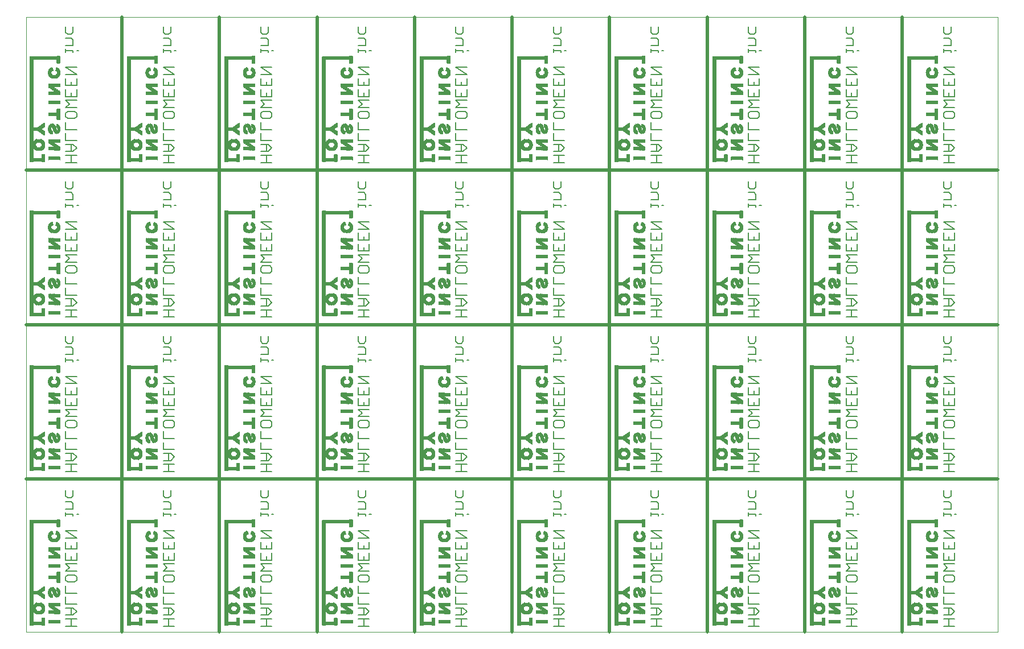
<source format=gbo>
G75*
%MOIN*%
%OFA0B0*%
%FSLAX24Y24*%
%IPPOS*%
%LPD*%
%AMOC8*
5,1,8,0,0,1.08239X$1,22.5*
%
%ADD10C,0.0060*%
%ADD11C,0.0000*%
%ADD12C,0.0197*%
%ADD13R,0.0005X0.6165*%
%ADD14R,0.0005X0.6175*%
%ADD15R,0.0005X0.6185*%
%ADD16R,0.0005X0.0230*%
%ADD17R,0.0005X0.0290*%
%ADD18R,0.0005X0.0225*%
%ADD19R,0.0005X0.0320*%
%ADD20R,0.0005X0.0340*%
%ADD21R,0.0005X0.0370*%
%ADD22R,0.0005X0.0390*%
%ADD23R,0.0005X0.0400*%
%ADD24R,0.0005X0.0420*%
%ADD25R,0.0005X0.0435*%
%ADD26R,0.0005X0.0450*%
%ADD27R,0.0005X0.0460*%
%ADD28R,0.0005X0.0480*%
%ADD29R,0.0005X0.0490*%
%ADD30R,0.0005X0.0500*%
%ADD31R,0.0005X0.0510*%
%ADD32R,0.0005X0.0520*%
%ADD33R,0.0005X0.0530*%
%ADD34R,0.0005X0.0540*%
%ADD35R,0.0005X0.0550*%
%ADD36R,0.0005X0.0560*%
%ADD37R,0.0005X0.0570*%
%ADD38R,0.0005X0.0580*%
%ADD39R,0.0005X0.0590*%
%ADD40R,0.0005X0.0600*%
%ADD41R,0.0005X0.0610*%
%ADD42R,0.0005X0.0620*%
%ADD43R,0.0005X0.0630*%
%ADD44R,0.0005X0.0275*%
%ADD45R,0.0005X0.0265*%
%ADD46R,0.0005X0.0255*%
%ADD47R,0.0005X0.0250*%
%ADD48R,0.0005X0.0245*%
%ADD49R,0.0005X0.0240*%
%ADD50R,0.0005X0.0235*%
%ADD51R,0.0005X0.0260*%
%ADD52R,0.0005X0.0280*%
%ADD53R,0.0005X0.0285*%
%ADD54R,0.0005X0.0295*%
%ADD55R,0.0005X0.0300*%
%ADD56R,0.0005X0.0305*%
%ADD57R,0.0005X0.0315*%
%ADD58R,0.0005X0.0325*%
%ADD59R,0.0005X0.0335*%
%ADD60R,0.0005X0.0345*%
%ADD61R,0.0005X0.0355*%
%ADD62R,0.0005X0.0365*%
%ADD63R,0.0005X0.0375*%
%ADD64R,0.0005X0.0385*%
%ADD65R,0.0005X0.0395*%
%ADD66R,0.0005X0.0405*%
%ADD67R,0.0005X0.0415*%
%ADD68R,0.0005X0.0425*%
%ADD69R,0.0005X0.0445*%
%ADD70R,0.0005X0.0455*%
%ADD71R,0.0005X0.0465*%
%ADD72R,0.0005X0.0475*%
%ADD73R,0.0005X0.0430*%
%ADD74R,0.0005X0.0270*%
%ADD75R,0.0005X0.0640*%
%ADD76R,0.0005X0.0470*%
%ADD77R,0.0005X0.0440*%
%ADD78R,0.0005X0.0410*%
%ADD79R,0.0005X0.0350*%
%ADD80R,0.0005X0.0330*%
%ADD81R,0.0005X0.0200*%
%ADD82R,0.0005X0.0140*%
%ADD83R,0.0005X0.0010*%
%ADD84R,0.0005X0.0005*%
%ADD85R,0.0005X0.0160*%
%ADD86R,0.0005X0.0155*%
%ADD87R,0.0005X0.0220*%
%ADD88R,0.0005X0.0210*%
%ADD89R,0.0005X0.0205*%
%ADD90R,0.0005X0.0215*%
%ADD91R,0.0005X0.0310*%
%ADD92R,0.0005X0.0485*%
%ADD93R,0.0005X0.0525*%
%ADD94R,0.0005X0.0515*%
%ADD95R,0.0005X0.0545*%
%ADD96R,0.0005X0.0585*%
%ADD97R,0.0005X0.0595*%
%ADD98R,0.0005X0.0605*%
%ADD99R,0.0005X0.0360*%
%ADD100R,0.0005X0.0135*%
%ADD101R,0.0005X0.0180*%
%ADD102R,0.0005X0.0050*%
%ADD103R,0.0005X0.0380*%
%ADD104R,0.0005X0.0145*%
%ADD105R,0.0005X0.0130*%
%ADD106R,0.0005X0.0105*%
%ADD107R,0.0005X0.0090*%
%ADD108R,0.0005X0.0075*%
%ADD109R,0.0005X0.0055*%
%ADD110R,0.0005X0.0035*%
%ADD111R,0.0005X0.0015*%
%ADD112R,0.0005X0.0650*%
%ADD113R,0.0005X0.0655*%
%ADD114R,0.0005X0.0040*%
%ADD115R,0.0005X0.0060*%
%ADD116R,0.0005X0.0110*%
%ADD117R,0.0005X0.0185*%
%ADD118R,0.0005X0.0065*%
%ADD119R,0.0005X0.0575*%
%ADD120R,0.0005X0.0535*%
%ADD121R,0.0005X0.0555*%
%ADD122R,0.0005X0.0505*%
%ADD123R,0.0005X0.0495*%
%ADD124R,0.0005X0.0170*%
D10*
X002633Y000534D02*
X003273Y000534D01*
X002953Y000534D02*
X002953Y000961D01*
X002953Y001179D02*
X002953Y001606D01*
X003060Y001606D02*
X002633Y001606D01*
X002633Y001823D02*
X002633Y002250D01*
X002633Y002468D02*
X002633Y002895D01*
X002739Y003112D02*
X002633Y003219D01*
X002633Y003433D01*
X002739Y003539D01*
X003166Y003539D01*
X003273Y003433D01*
X003273Y003219D01*
X003166Y003112D01*
X002739Y003112D01*
X002633Y002468D02*
X003273Y002468D01*
X003273Y001823D02*
X002633Y001823D01*
X003060Y001606D02*
X003273Y001392D01*
X003060Y001179D01*
X002633Y001179D01*
X002633Y000961D02*
X003273Y000961D01*
X003273Y003757D02*
X002633Y003757D01*
X002846Y003970D01*
X002633Y004184D01*
X003273Y004184D01*
X003273Y004401D02*
X002633Y004401D01*
X002633Y004829D01*
X002633Y005046D02*
X002633Y005473D01*
X002633Y005691D02*
X003273Y005691D01*
X002633Y006118D01*
X003273Y006118D01*
X003273Y005473D02*
X003273Y005046D01*
X002633Y005046D01*
X002953Y005046D02*
X002953Y005260D01*
X003273Y004829D02*
X003273Y004401D01*
X002953Y004401D02*
X002953Y004615D01*
X003060Y006980D02*
X003060Y007086D01*
X002633Y007086D01*
X002633Y006980D02*
X002633Y007193D01*
X002633Y007409D02*
X003060Y007409D01*
X003060Y007730D01*
X002953Y007836D01*
X002633Y007836D01*
X002739Y008054D02*
X002633Y008161D01*
X002633Y008481D01*
X003060Y008481D02*
X003060Y008161D01*
X002953Y008054D01*
X002739Y008054D01*
X003273Y007086D02*
X003380Y007086D01*
X003273Y009589D02*
X002633Y009589D01*
X002953Y009589D02*
X002953Y010016D01*
X002953Y010234D02*
X002953Y010661D01*
X003060Y010661D02*
X002633Y010661D01*
X002633Y010878D02*
X002633Y011305D01*
X002633Y011523D02*
X002633Y011950D01*
X002739Y012167D02*
X002633Y012274D01*
X002633Y012488D01*
X002739Y012595D01*
X003166Y012595D01*
X003273Y012488D01*
X003273Y012274D01*
X003166Y012167D01*
X002739Y012167D01*
X002633Y011523D02*
X003273Y011523D01*
X003273Y010878D02*
X002633Y010878D01*
X003060Y010661D02*
X003273Y010447D01*
X003060Y010234D01*
X002633Y010234D01*
X002633Y010016D02*
X003273Y010016D01*
X003273Y012812D02*
X002633Y012812D01*
X002846Y013026D01*
X002633Y013239D01*
X003273Y013239D01*
X003273Y013457D02*
X002633Y013457D01*
X002633Y013884D01*
X002633Y014101D02*
X002633Y014528D01*
X002633Y014746D02*
X003273Y014746D01*
X002633Y015173D01*
X003273Y015173D01*
X003273Y014528D02*
X003273Y014101D01*
X002633Y014101D01*
X002953Y014101D02*
X002953Y014315D01*
X003273Y013884D02*
X003273Y013457D01*
X002953Y013457D02*
X002953Y013670D01*
X003060Y016035D02*
X003060Y016142D01*
X002633Y016142D01*
X002633Y016248D02*
X002633Y016035D01*
X002633Y016464D02*
X003060Y016464D01*
X003060Y016785D01*
X002953Y016892D01*
X002633Y016892D01*
X002739Y017109D02*
X002633Y017216D01*
X002633Y017536D01*
X003060Y017536D02*
X003060Y017216D01*
X002953Y017109D01*
X002739Y017109D01*
X003273Y016142D02*
X003380Y016142D01*
X003273Y018644D02*
X002633Y018644D01*
X002953Y018644D02*
X002953Y019071D01*
X002953Y019289D02*
X002953Y019716D01*
X003060Y019716D02*
X002633Y019716D01*
X002633Y019934D02*
X002633Y020361D01*
X002633Y020578D02*
X002633Y021005D01*
X002739Y021223D02*
X002633Y021329D01*
X002633Y021543D01*
X002739Y021650D01*
X003166Y021650D01*
X003273Y021543D01*
X003273Y021329D01*
X003166Y021223D01*
X002739Y021223D01*
X002633Y021867D02*
X002846Y022081D01*
X002633Y022294D01*
X003273Y022294D01*
X003273Y022512D02*
X002633Y022512D01*
X002633Y022939D01*
X002633Y023156D02*
X002633Y023583D01*
X002633Y023801D02*
X003273Y023801D01*
X002633Y024228D01*
X003273Y024228D01*
X003273Y023583D02*
X003273Y023156D01*
X002633Y023156D01*
X002953Y023156D02*
X002953Y023370D01*
X003273Y022939D02*
X003273Y022512D01*
X002953Y022512D02*
X002953Y022725D01*
X003273Y021867D02*
X002633Y021867D01*
X002633Y020578D02*
X003273Y020578D01*
X003273Y019934D02*
X002633Y019934D01*
X003060Y019716D02*
X003273Y019502D01*
X003060Y019289D01*
X002633Y019289D01*
X002633Y019071D02*
X003273Y019071D01*
X008341Y019071D02*
X008982Y019071D01*
X008768Y019289D02*
X008982Y019502D01*
X008768Y019716D01*
X008341Y019716D01*
X008341Y019934D02*
X008341Y020361D01*
X008341Y020578D02*
X008341Y021005D01*
X008448Y021223D02*
X008341Y021329D01*
X008341Y021543D01*
X008448Y021650D01*
X008875Y021650D01*
X008982Y021543D01*
X008982Y021329D01*
X008875Y021223D01*
X008448Y021223D01*
X008341Y021867D02*
X008555Y022081D01*
X008341Y022294D01*
X008982Y022294D01*
X008982Y022512D02*
X008341Y022512D01*
X008341Y022939D01*
X008341Y023156D02*
X008341Y023583D01*
X008341Y023801D02*
X008982Y023801D01*
X008341Y024228D01*
X008982Y024228D01*
X008982Y023583D02*
X008982Y023156D01*
X008341Y023156D01*
X008662Y023156D02*
X008662Y023370D01*
X008982Y022939D02*
X008982Y022512D01*
X008662Y022512D02*
X008662Y022725D01*
X008982Y021867D02*
X008341Y021867D01*
X008341Y020578D02*
X008982Y020578D01*
X008982Y019934D02*
X008341Y019934D01*
X008662Y019716D02*
X008662Y019289D01*
X008768Y019289D02*
X008341Y019289D01*
X008662Y019071D02*
X008662Y018644D01*
X008982Y018644D02*
X008341Y018644D01*
X008341Y017536D02*
X008341Y017216D01*
X008448Y017109D01*
X008662Y017109D01*
X008768Y017216D01*
X008768Y017536D01*
X008662Y016892D02*
X008341Y016892D01*
X008662Y016892D02*
X008768Y016785D01*
X008768Y016464D01*
X008341Y016464D01*
X008341Y016248D02*
X008341Y016035D01*
X008341Y016142D02*
X008768Y016142D01*
X008768Y016035D01*
X008982Y016142D02*
X009089Y016142D01*
X008982Y015173D02*
X008341Y015173D01*
X008982Y014746D01*
X008341Y014746D01*
X008341Y014528D02*
X008341Y014101D01*
X008982Y014101D01*
X008982Y014528D01*
X008662Y014315D02*
X008662Y014101D01*
X008982Y013884D02*
X008982Y013457D01*
X008341Y013457D01*
X008341Y013884D01*
X008662Y013670D02*
X008662Y013457D01*
X008982Y013239D02*
X008341Y013239D01*
X008555Y013026D01*
X008341Y012812D01*
X008982Y012812D01*
X008875Y012595D02*
X008448Y012595D01*
X008341Y012488D01*
X008341Y012274D01*
X008448Y012167D01*
X008875Y012167D01*
X008982Y012274D01*
X008982Y012488D01*
X008875Y012595D01*
X008341Y011950D02*
X008341Y011523D01*
X008982Y011523D01*
X008341Y011305D02*
X008341Y010878D01*
X008982Y010878D01*
X008768Y010661D02*
X008341Y010661D01*
X008662Y010661D02*
X008662Y010234D01*
X008768Y010234D02*
X008982Y010447D01*
X008768Y010661D01*
X008768Y010234D02*
X008341Y010234D01*
X008341Y010016D02*
X008982Y010016D01*
X008662Y010016D02*
X008662Y009589D01*
X008982Y009589D02*
X008341Y009589D01*
X008341Y008481D02*
X008341Y008161D01*
X008448Y008054D01*
X008662Y008054D01*
X008768Y008161D01*
X008768Y008481D01*
X008662Y007836D02*
X008341Y007836D01*
X008662Y007836D02*
X008768Y007730D01*
X008768Y007409D01*
X008341Y007409D01*
X008341Y007193D02*
X008341Y006980D01*
X008341Y007086D02*
X008768Y007086D01*
X008768Y006980D01*
X008982Y007086D02*
X009089Y007086D01*
X008982Y006118D02*
X008341Y006118D01*
X008982Y005691D01*
X008341Y005691D01*
X008341Y005473D02*
X008341Y005046D01*
X008982Y005046D01*
X008982Y005473D01*
X008662Y005260D02*
X008662Y005046D01*
X008982Y004829D02*
X008982Y004401D01*
X008341Y004401D01*
X008341Y004829D01*
X008662Y004615D02*
X008662Y004401D01*
X008982Y004184D02*
X008341Y004184D01*
X008555Y003970D01*
X008341Y003757D01*
X008982Y003757D01*
X008875Y003539D02*
X008448Y003539D01*
X008341Y003433D01*
X008341Y003219D01*
X008448Y003112D01*
X008875Y003112D01*
X008982Y003219D01*
X008982Y003433D01*
X008875Y003539D01*
X008341Y002895D02*
X008341Y002468D01*
X008982Y002468D01*
X008982Y001823D02*
X008341Y001823D01*
X008341Y002250D01*
X008341Y001606D02*
X008768Y001606D01*
X008982Y001392D01*
X008768Y001179D01*
X008341Y001179D01*
X008341Y000961D02*
X008982Y000961D01*
X008662Y000961D02*
X008662Y000534D01*
X008982Y000534D02*
X008341Y000534D01*
X008662Y001179D02*
X008662Y001606D01*
X014050Y001606D02*
X014477Y001606D01*
X014691Y001392D01*
X014477Y001179D01*
X014050Y001179D01*
X014050Y000961D02*
X014691Y000961D01*
X014370Y000961D02*
X014370Y000534D01*
X014050Y000534D02*
X014691Y000534D01*
X014370Y001179D02*
X014370Y001606D01*
X014050Y001823D02*
X014050Y002250D01*
X014050Y002468D02*
X014050Y002895D01*
X014157Y003112D02*
X014050Y003219D01*
X014050Y003433D01*
X014157Y003539D01*
X014584Y003539D01*
X014691Y003433D01*
X014691Y003219D01*
X014584Y003112D01*
X014157Y003112D01*
X014050Y002468D02*
X014691Y002468D01*
X014691Y001823D02*
X014050Y001823D01*
X014050Y003757D02*
X014264Y003970D01*
X014050Y004184D01*
X014691Y004184D01*
X014691Y004401D02*
X014050Y004401D01*
X014050Y004829D01*
X014050Y005046D02*
X014050Y005473D01*
X014050Y005691D02*
X014691Y005691D01*
X014050Y006118D01*
X014691Y006118D01*
X014691Y005473D02*
X014691Y005046D01*
X014050Y005046D01*
X014370Y005046D02*
X014370Y005260D01*
X014691Y004829D02*
X014691Y004401D01*
X014370Y004401D02*
X014370Y004615D01*
X014050Y003757D02*
X014691Y003757D01*
X014477Y006980D02*
X014477Y007086D01*
X014050Y007086D01*
X014050Y006980D02*
X014050Y007193D01*
X014050Y007409D02*
X014477Y007409D01*
X014477Y007730D01*
X014370Y007836D01*
X014050Y007836D01*
X014157Y008054D02*
X014050Y008161D01*
X014050Y008481D01*
X014477Y008481D02*
X014477Y008161D01*
X014370Y008054D01*
X014157Y008054D01*
X014691Y007086D02*
X014797Y007086D01*
X014691Y009589D02*
X014050Y009589D01*
X014370Y009589D02*
X014370Y010016D01*
X014370Y010234D02*
X014370Y010661D01*
X014477Y010661D02*
X014050Y010661D01*
X014050Y010878D02*
X014050Y011305D01*
X014050Y011523D02*
X014050Y011950D01*
X014157Y012167D02*
X014050Y012274D01*
X014050Y012488D01*
X014157Y012595D01*
X014584Y012595D01*
X014691Y012488D01*
X014691Y012274D01*
X014584Y012167D01*
X014157Y012167D01*
X014050Y011523D02*
X014691Y011523D01*
X014691Y010878D02*
X014050Y010878D01*
X014477Y010661D02*
X014691Y010447D01*
X014477Y010234D01*
X014050Y010234D01*
X014050Y010016D02*
X014691Y010016D01*
X014691Y012812D02*
X014050Y012812D01*
X014264Y013026D01*
X014050Y013239D01*
X014691Y013239D01*
X014691Y013457D02*
X014050Y013457D01*
X014050Y013884D01*
X014050Y014101D02*
X014050Y014528D01*
X014050Y014746D02*
X014691Y014746D01*
X014050Y015173D01*
X014691Y015173D01*
X014691Y014528D02*
X014691Y014101D01*
X014050Y014101D01*
X014370Y014101D02*
X014370Y014315D01*
X014691Y013884D02*
X014691Y013457D01*
X014370Y013457D02*
X014370Y013670D01*
X014477Y016035D02*
X014477Y016142D01*
X014050Y016142D01*
X014050Y016248D02*
X014050Y016035D01*
X014050Y016464D02*
X014477Y016464D01*
X014477Y016785D01*
X014370Y016892D01*
X014050Y016892D01*
X014157Y017109D02*
X014050Y017216D01*
X014050Y017536D01*
X014477Y017536D02*
X014477Y017216D01*
X014370Y017109D01*
X014157Y017109D01*
X014691Y016142D02*
X014797Y016142D01*
X014691Y018644D02*
X014050Y018644D01*
X014370Y018644D02*
X014370Y019071D01*
X014370Y019289D02*
X014370Y019716D01*
X014477Y019716D02*
X014050Y019716D01*
X014050Y019934D02*
X014050Y020361D01*
X014050Y020578D02*
X014050Y021005D01*
X014157Y021223D02*
X014050Y021329D01*
X014050Y021543D01*
X014157Y021650D01*
X014584Y021650D01*
X014691Y021543D01*
X014691Y021329D01*
X014584Y021223D01*
X014157Y021223D01*
X014050Y021867D02*
X014264Y022081D01*
X014050Y022294D01*
X014691Y022294D01*
X014691Y022512D02*
X014050Y022512D01*
X014050Y022939D01*
X014050Y023156D02*
X014050Y023583D01*
X014050Y023801D02*
X014691Y023801D01*
X014050Y024228D01*
X014691Y024228D01*
X014691Y023583D02*
X014691Y023156D01*
X014050Y023156D01*
X014370Y023156D02*
X014370Y023370D01*
X014691Y022939D02*
X014691Y022512D01*
X014370Y022512D02*
X014370Y022725D01*
X014050Y021867D02*
X014691Y021867D01*
X014691Y020578D02*
X014050Y020578D01*
X014050Y019934D02*
X014691Y019934D01*
X014477Y019716D02*
X014691Y019502D01*
X014477Y019289D01*
X014050Y019289D01*
X014050Y019071D02*
X014691Y019071D01*
X019759Y019071D02*
X020399Y019071D01*
X020186Y019289D02*
X020399Y019502D01*
X020186Y019716D01*
X019759Y019716D01*
X019759Y019934D02*
X019759Y020361D01*
X019759Y020578D02*
X019759Y021005D01*
X019865Y021223D02*
X019759Y021329D01*
X019759Y021543D01*
X019865Y021650D01*
X020292Y021650D01*
X020399Y021543D01*
X020399Y021329D01*
X020292Y021223D01*
X019865Y021223D01*
X019759Y021867D02*
X019972Y022081D01*
X019759Y022294D01*
X020399Y022294D01*
X020399Y022512D02*
X019759Y022512D01*
X019759Y022939D01*
X019759Y023156D02*
X019759Y023583D01*
X019759Y023801D02*
X020399Y023801D01*
X019759Y024228D01*
X020399Y024228D01*
X020399Y023583D02*
X020399Y023156D01*
X019759Y023156D01*
X020079Y023156D02*
X020079Y023370D01*
X020399Y022939D02*
X020399Y022512D01*
X020079Y022512D02*
X020079Y022725D01*
X020399Y021867D02*
X019759Y021867D01*
X019759Y020578D02*
X020399Y020578D01*
X020399Y019934D02*
X019759Y019934D01*
X020079Y019716D02*
X020079Y019289D01*
X020186Y019289D02*
X019759Y019289D01*
X020079Y019071D02*
X020079Y018644D01*
X019759Y018644D02*
X020399Y018644D01*
X020186Y017536D02*
X020186Y017216D01*
X020079Y017109D01*
X019865Y017109D01*
X019759Y017216D01*
X019759Y017536D01*
X019759Y016892D02*
X020079Y016892D01*
X020186Y016785D01*
X020186Y016464D01*
X019759Y016464D01*
X019759Y016248D02*
X019759Y016035D01*
X019759Y016142D02*
X020186Y016142D01*
X020186Y016035D01*
X020399Y016142D02*
X020506Y016142D01*
X020399Y015173D02*
X019759Y015173D01*
X020399Y014746D01*
X019759Y014746D01*
X019759Y014528D02*
X019759Y014101D01*
X020399Y014101D01*
X020399Y014528D01*
X020079Y014315D02*
X020079Y014101D01*
X020399Y013884D02*
X020399Y013457D01*
X019759Y013457D01*
X019759Y013884D01*
X020079Y013670D02*
X020079Y013457D01*
X019759Y013239D02*
X020399Y013239D01*
X020399Y012812D02*
X019759Y012812D01*
X019972Y013026D01*
X019759Y013239D01*
X019865Y012595D02*
X020292Y012595D01*
X020399Y012488D01*
X020399Y012274D01*
X020292Y012167D01*
X019865Y012167D01*
X019759Y012274D01*
X019759Y012488D01*
X019865Y012595D01*
X019759Y011950D02*
X019759Y011523D01*
X020399Y011523D01*
X019759Y011305D02*
X019759Y010878D01*
X020399Y010878D01*
X020186Y010661D02*
X019759Y010661D01*
X020079Y010661D02*
X020079Y010234D01*
X020186Y010234D02*
X019759Y010234D01*
X019759Y010016D02*
X020399Y010016D01*
X020186Y010234D02*
X020399Y010447D01*
X020186Y010661D01*
X020079Y010016D02*
X020079Y009589D01*
X019759Y009589D02*
X020399Y009589D01*
X020186Y008481D02*
X020186Y008161D01*
X020079Y008054D01*
X019865Y008054D01*
X019759Y008161D01*
X019759Y008481D01*
X019759Y007836D02*
X020079Y007836D01*
X020186Y007730D01*
X020186Y007409D01*
X019759Y007409D01*
X019759Y007193D02*
X019759Y006980D01*
X019759Y007086D02*
X020186Y007086D01*
X020186Y006980D01*
X020399Y007086D02*
X020506Y007086D01*
X020399Y006118D02*
X019759Y006118D01*
X020399Y005691D01*
X019759Y005691D01*
X019759Y005473D02*
X019759Y005046D01*
X020399Y005046D01*
X020399Y005473D01*
X020079Y005260D02*
X020079Y005046D01*
X020399Y004829D02*
X020399Y004401D01*
X019759Y004401D01*
X019759Y004829D01*
X020079Y004615D02*
X020079Y004401D01*
X019759Y004184D02*
X020399Y004184D01*
X020399Y003757D02*
X019759Y003757D01*
X019972Y003970D01*
X019759Y004184D01*
X019865Y003539D02*
X020292Y003539D01*
X020399Y003433D01*
X020399Y003219D01*
X020292Y003112D01*
X019865Y003112D01*
X019759Y003219D01*
X019759Y003433D01*
X019865Y003539D01*
X019759Y002895D02*
X019759Y002468D01*
X020399Y002468D01*
X020399Y001823D02*
X019759Y001823D01*
X019759Y002250D01*
X019759Y001606D02*
X020186Y001606D01*
X020399Y001392D01*
X020186Y001179D01*
X019759Y001179D01*
X019759Y000961D02*
X020399Y000961D01*
X020079Y000961D02*
X020079Y000534D01*
X019759Y000534D02*
X020399Y000534D01*
X020079Y001179D02*
X020079Y001606D01*
X025467Y001606D02*
X025894Y001606D01*
X026108Y001392D01*
X025894Y001179D01*
X025467Y001179D01*
X025467Y000961D02*
X026108Y000961D01*
X025788Y000961D02*
X025788Y000534D01*
X026108Y000534D02*
X025467Y000534D01*
X025788Y001179D02*
X025788Y001606D01*
X026108Y001823D02*
X025467Y001823D01*
X025467Y002250D01*
X025467Y002468D02*
X025467Y002895D01*
X025574Y003112D02*
X025467Y003219D01*
X025467Y003433D01*
X025574Y003539D01*
X026001Y003539D01*
X026108Y003433D01*
X026108Y003219D01*
X026001Y003112D01*
X025574Y003112D01*
X025467Y002468D02*
X026108Y002468D01*
X026108Y003757D02*
X025467Y003757D01*
X025681Y003970D01*
X025467Y004184D01*
X026108Y004184D01*
X026108Y004401D02*
X025467Y004401D01*
X025467Y004829D01*
X025467Y005046D02*
X025467Y005473D01*
X025467Y005691D02*
X026108Y005691D01*
X025467Y006118D01*
X026108Y006118D01*
X026108Y005473D02*
X026108Y005046D01*
X025467Y005046D01*
X025788Y005046D02*
X025788Y005260D01*
X026108Y004829D02*
X026108Y004401D01*
X025788Y004401D02*
X025788Y004615D01*
X025894Y006980D02*
X025894Y007086D01*
X025467Y007086D01*
X025467Y006980D02*
X025467Y007193D01*
X025467Y007409D02*
X025894Y007409D01*
X025894Y007730D01*
X025788Y007836D01*
X025467Y007836D01*
X025574Y008054D02*
X025467Y008161D01*
X025467Y008481D01*
X025894Y008481D02*
X025894Y008161D01*
X025788Y008054D01*
X025574Y008054D01*
X026108Y007086D02*
X026215Y007086D01*
X026108Y009589D02*
X025467Y009589D01*
X025788Y009589D02*
X025788Y010016D01*
X025788Y010234D02*
X025788Y010661D01*
X025894Y010661D02*
X025467Y010661D01*
X025467Y010878D02*
X025467Y011305D01*
X025467Y011523D02*
X025467Y011950D01*
X025574Y012167D02*
X025467Y012274D01*
X025467Y012488D01*
X025574Y012595D01*
X026001Y012595D01*
X026108Y012488D01*
X026108Y012274D01*
X026001Y012167D01*
X025574Y012167D01*
X025467Y011523D02*
X026108Y011523D01*
X026108Y010878D02*
X025467Y010878D01*
X025894Y010661D02*
X026108Y010447D01*
X025894Y010234D01*
X025467Y010234D01*
X025467Y010016D02*
X026108Y010016D01*
X026108Y012812D02*
X025467Y012812D01*
X025681Y013026D01*
X025467Y013239D01*
X026108Y013239D01*
X026108Y013457D02*
X025467Y013457D01*
X025467Y013884D01*
X025467Y014101D02*
X025467Y014528D01*
X025467Y014746D02*
X026108Y014746D01*
X025467Y015173D01*
X026108Y015173D01*
X026108Y014528D02*
X026108Y014101D01*
X025467Y014101D01*
X025788Y014101D02*
X025788Y014315D01*
X026108Y013884D02*
X026108Y013457D01*
X025788Y013457D02*
X025788Y013670D01*
X025894Y016035D02*
X025894Y016142D01*
X025467Y016142D01*
X025467Y016248D02*
X025467Y016035D01*
X025467Y016464D02*
X025894Y016464D01*
X025894Y016785D01*
X025788Y016892D01*
X025467Y016892D01*
X025574Y017109D02*
X025467Y017216D01*
X025467Y017536D01*
X025894Y017536D02*
X025894Y017216D01*
X025788Y017109D01*
X025574Y017109D01*
X026108Y016142D02*
X026215Y016142D01*
X026108Y018644D02*
X025467Y018644D01*
X025788Y018644D02*
X025788Y019071D01*
X025788Y019289D02*
X025788Y019716D01*
X025894Y019716D02*
X025467Y019716D01*
X025467Y019934D02*
X025467Y020361D01*
X025467Y020578D02*
X025467Y021005D01*
X025574Y021223D02*
X025467Y021329D01*
X025467Y021543D01*
X025574Y021650D01*
X026001Y021650D01*
X026108Y021543D01*
X026108Y021329D01*
X026001Y021223D01*
X025574Y021223D01*
X025467Y021867D02*
X025681Y022081D01*
X025467Y022294D01*
X026108Y022294D01*
X026108Y022512D02*
X025467Y022512D01*
X025467Y022939D01*
X025467Y023156D02*
X025467Y023583D01*
X025467Y023801D02*
X026108Y023801D01*
X025467Y024228D01*
X026108Y024228D01*
X026108Y023583D02*
X026108Y023156D01*
X025467Y023156D01*
X025788Y023156D02*
X025788Y023370D01*
X026108Y022939D02*
X026108Y022512D01*
X025788Y022512D02*
X025788Y022725D01*
X026108Y021867D02*
X025467Y021867D01*
X025467Y020578D02*
X026108Y020578D01*
X026108Y019934D02*
X025467Y019934D01*
X025894Y019716D02*
X026108Y019502D01*
X025894Y019289D01*
X025467Y019289D01*
X025467Y019071D02*
X026108Y019071D01*
X031176Y019071D02*
X031817Y019071D01*
X031603Y019289D02*
X031817Y019502D01*
X031603Y019716D01*
X031176Y019716D01*
X031176Y019934D02*
X031176Y020361D01*
X031176Y020578D02*
X031176Y021005D01*
X031283Y021223D02*
X031176Y021329D01*
X031176Y021543D01*
X031283Y021650D01*
X031710Y021650D01*
X031817Y021543D01*
X031817Y021329D01*
X031710Y021223D01*
X031283Y021223D01*
X031176Y021867D02*
X031390Y022081D01*
X031176Y022294D01*
X031817Y022294D01*
X031817Y022512D02*
X031176Y022512D01*
X031176Y022939D01*
X031176Y023156D02*
X031176Y023583D01*
X031176Y023801D02*
X031817Y023801D01*
X031176Y024228D01*
X031817Y024228D01*
X031817Y023583D02*
X031817Y023156D01*
X031176Y023156D01*
X031496Y023156D02*
X031496Y023370D01*
X031817Y022939D02*
X031817Y022512D01*
X031496Y022512D02*
X031496Y022725D01*
X031176Y021867D02*
X031817Y021867D01*
X031817Y020578D02*
X031176Y020578D01*
X031176Y019934D02*
X031817Y019934D01*
X031496Y019716D02*
X031496Y019289D01*
X031603Y019289D02*
X031176Y019289D01*
X031496Y019071D02*
X031496Y018644D01*
X031176Y018644D02*
X031817Y018644D01*
X031603Y017536D02*
X031603Y017216D01*
X031496Y017109D01*
X031283Y017109D01*
X031176Y017216D01*
X031176Y017536D01*
X031176Y016892D02*
X031496Y016892D01*
X031603Y016785D01*
X031603Y016464D01*
X031176Y016464D01*
X031176Y016248D02*
X031176Y016035D01*
X031176Y016142D02*
X031603Y016142D01*
X031603Y016035D01*
X031817Y016142D02*
X031923Y016142D01*
X031817Y015173D02*
X031176Y015173D01*
X031817Y014746D01*
X031176Y014746D01*
X031176Y014528D02*
X031176Y014101D01*
X031817Y014101D01*
X031817Y014528D01*
X031496Y014315D02*
X031496Y014101D01*
X031176Y013884D02*
X031176Y013457D01*
X031817Y013457D01*
X031817Y013884D01*
X031496Y013670D02*
X031496Y013457D01*
X031176Y013239D02*
X031817Y013239D01*
X031817Y012812D02*
X031176Y012812D01*
X031390Y013026D01*
X031176Y013239D01*
X031283Y012595D02*
X031710Y012595D01*
X031817Y012488D01*
X031817Y012274D01*
X031710Y012167D01*
X031283Y012167D01*
X031176Y012274D01*
X031176Y012488D01*
X031283Y012595D01*
X031176Y011950D02*
X031176Y011523D01*
X031817Y011523D01*
X031176Y011305D02*
X031176Y010878D01*
X031817Y010878D01*
X031603Y010661D02*
X031176Y010661D01*
X031496Y010661D02*
X031496Y010234D01*
X031603Y010234D02*
X031176Y010234D01*
X031176Y010016D02*
X031817Y010016D01*
X031603Y010234D02*
X031817Y010447D01*
X031603Y010661D01*
X031496Y010016D02*
X031496Y009589D01*
X031176Y009589D02*
X031817Y009589D01*
X031603Y008481D02*
X031603Y008161D01*
X031496Y008054D01*
X031283Y008054D01*
X031176Y008161D01*
X031176Y008481D01*
X031176Y007836D02*
X031496Y007836D01*
X031603Y007730D01*
X031603Y007409D01*
X031176Y007409D01*
X031176Y007193D02*
X031176Y006980D01*
X031176Y007086D02*
X031603Y007086D01*
X031603Y006980D01*
X031817Y007086D02*
X031923Y007086D01*
X031817Y006118D02*
X031176Y006118D01*
X031817Y005691D01*
X031176Y005691D01*
X031176Y005473D02*
X031176Y005046D01*
X031817Y005046D01*
X031817Y005473D01*
X031496Y005260D02*
X031496Y005046D01*
X031176Y004829D02*
X031176Y004401D01*
X031817Y004401D01*
X031817Y004829D01*
X031496Y004615D02*
X031496Y004401D01*
X031176Y004184D02*
X031817Y004184D01*
X031817Y003757D02*
X031176Y003757D01*
X031390Y003970D01*
X031176Y004184D01*
X031283Y003539D02*
X031710Y003539D01*
X031817Y003433D01*
X031817Y003219D01*
X031710Y003112D01*
X031283Y003112D01*
X031176Y003219D01*
X031176Y003433D01*
X031283Y003539D01*
X031176Y002895D02*
X031176Y002468D01*
X031817Y002468D01*
X031817Y001823D02*
X031176Y001823D01*
X031176Y002250D01*
X031176Y001606D02*
X031603Y001606D01*
X031817Y001392D01*
X031603Y001179D01*
X031176Y001179D01*
X031176Y000961D02*
X031817Y000961D01*
X031496Y000961D02*
X031496Y000534D01*
X031176Y000534D02*
X031817Y000534D01*
X031496Y001179D02*
X031496Y001606D01*
X036885Y001606D02*
X037312Y001606D01*
X037525Y001392D01*
X037312Y001179D01*
X036885Y001179D01*
X036885Y000961D02*
X037525Y000961D01*
X037205Y000961D02*
X037205Y000534D01*
X036885Y000534D02*
X037525Y000534D01*
X037205Y001179D02*
X037205Y001606D01*
X037525Y001823D02*
X036885Y001823D01*
X036885Y002250D01*
X036885Y002468D02*
X036885Y002895D01*
X036991Y003112D02*
X036885Y003219D01*
X036885Y003433D01*
X036991Y003539D01*
X037418Y003539D01*
X037525Y003433D01*
X037525Y003219D01*
X037418Y003112D01*
X036991Y003112D01*
X036885Y002468D02*
X037525Y002468D01*
X037525Y003757D02*
X036885Y003757D01*
X037098Y003970D01*
X036885Y004184D01*
X037525Y004184D01*
X037525Y004401D02*
X036885Y004401D01*
X036885Y004829D01*
X036885Y005046D02*
X036885Y005473D01*
X036885Y005691D02*
X037525Y005691D01*
X036885Y006118D01*
X037525Y006118D01*
X037525Y005473D02*
X037525Y005046D01*
X036885Y005046D01*
X037205Y005046D02*
X037205Y005260D01*
X037525Y004829D02*
X037525Y004401D01*
X037205Y004401D02*
X037205Y004615D01*
X037312Y006980D02*
X037312Y007086D01*
X036885Y007086D01*
X036885Y006980D02*
X036885Y007193D01*
X036885Y007409D02*
X037312Y007409D01*
X037312Y007730D01*
X037205Y007836D01*
X036885Y007836D01*
X036991Y008054D02*
X036885Y008161D01*
X036885Y008481D01*
X037312Y008481D02*
X037312Y008161D01*
X037205Y008054D01*
X036991Y008054D01*
X037525Y007086D02*
X037632Y007086D01*
X037525Y009589D02*
X036885Y009589D01*
X037205Y009589D02*
X037205Y010016D01*
X037205Y010234D02*
X037205Y010661D01*
X037312Y010661D02*
X036885Y010661D01*
X036885Y010878D02*
X036885Y011305D01*
X036885Y011523D02*
X036885Y011950D01*
X036991Y012167D02*
X036885Y012274D01*
X036885Y012488D01*
X036991Y012595D01*
X037418Y012595D01*
X037525Y012488D01*
X037525Y012274D01*
X037418Y012167D01*
X036991Y012167D01*
X036885Y011523D02*
X037525Y011523D01*
X037525Y010878D02*
X036885Y010878D01*
X037312Y010661D02*
X037525Y010447D01*
X037312Y010234D01*
X036885Y010234D01*
X036885Y010016D02*
X037525Y010016D01*
X037525Y012812D02*
X036885Y012812D01*
X037098Y013026D01*
X036885Y013239D01*
X037525Y013239D01*
X037525Y013457D02*
X036885Y013457D01*
X036885Y013884D01*
X036885Y014101D02*
X036885Y014528D01*
X036885Y014746D02*
X037525Y014746D01*
X036885Y015173D01*
X037525Y015173D01*
X037525Y014528D02*
X037525Y014101D01*
X036885Y014101D01*
X037205Y014101D02*
X037205Y014315D01*
X037525Y013884D02*
X037525Y013457D01*
X037205Y013457D02*
X037205Y013670D01*
X037312Y016035D02*
X037312Y016142D01*
X036885Y016142D01*
X036885Y016248D02*
X036885Y016035D01*
X036885Y016464D02*
X037312Y016464D01*
X037312Y016785D01*
X037205Y016892D01*
X036885Y016892D01*
X036991Y017109D02*
X036885Y017216D01*
X036885Y017536D01*
X037312Y017536D02*
X037312Y017216D01*
X037205Y017109D01*
X036991Y017109D01*
X037525Y016142D02*
X037632Y016142D01*
X037525Y018644D02*
X036885Y018644D01*
X037205Y018644D02*
X037205Y019071D01*
X037205Y019289D02*
X037205Y019716D01*
X037312Y019716D02*
X036885Y019716D01*
X036885Y019934D02*
X036885Y020361D01*
X036885Y020578D02*
X036885Y021005D01*
X036991Y021223D02*
X036885Y021329D01*
X036885Y021543D01*
X036991Y021650D01*
X037418Y021650D01*
X037525Y021543D01*
X037525Y021329D01*
X037418Y021223D01*
X036991Y021223D01*
X036885Y021867D02*
X037098Y022081D01*
X036885Y022294D01*
X037525Y022294D01*
X037525Y022512D02*
X036885Y022512D01*
X036885Y022939D01*
X036885Y023156D02*
X036885Y023583D01*
X036885Y023801D02*
X037525Y023801D01*
X036885Y024228D01*
X037525Y024228D01*
X037525Y023583D02*
X037525Y023156D01*
X036885Y023156D01*
X037205Y023156D02*
X037205Y023370D01*
X037525Y022939D02*
X037525Y022512D01*
X037205Y022512D02*
X037205Y022725D01*
X037525Y021867D02*
X036885Y021867D01*
X036885Y020578D02*
X037525Y020578D01*
X037525Y019934D02*
X036885Y019934D01*
X037312Y019716D02*
X037525Y019502D01*
X037312Y019289D01*
X036885Y019289D01*
X036885Y019071D02*
X037525Y019071D01*
X042593Y019071D02*
X043234Y019071D01*
X043020Y019289D02*
X043234Y019502D01*
X043020Y019716D01*
X042593Y019716D01*
X042593Y019934D02*
X042593Y020361D01*
X042593Y020578D02*
X042593Y021005D01*
X042700Y021223D02*
X042593Y021329D01*
X042593Y021543D01*
X042700Y021650D01*
X043127Y021650D01*
X043234Y021543D01*
X043234Y021329D01*
X043127Y021223D01*
X042700Y021223D01*
X042593Y021867D02*
X042807Y022081D01*
X042593Y022294D01*
X043234Y022294D01*
X043234Y022512D02*
X042593Y022512D01*
X042593Y022939D01*
X042593Y023156D02*
X042593Y023583D01*
X042593Y023801D02*
X043234Y023801D01*
X042593Y024228D01*
X043234Y024228D01*
X043234Y023583D02*
X043234Y023156D01*
X042593Y023156D01*
X042914Y023156D02*
X042914Y023370D01*
X043234Y022939D02*
X043234Y022512D01*
X042914Y022512D02*
X042914Y022725D01*
X043234Y021867D02*
X042593Y021867D01*
X042593Y020578D02*
X043234Y020578D01*
X043234Y019934D02*
X042593Y019934D01*
X042914Y019716D02*
X042914Y019289D01*
X043020Y019289D02*
X042593Y019289D01*
X042914Y019071D02*
X042914Y018644D01*
X043234Y018644D02*
X042593Y018644D01*
X042593Y017536D02*
X042593Y017216D01*
X042700Y017109D01*
X042914Y017109D01*
X043020Y017216D01*
X043020Y017536D01*
X042914Y016892D02*
X042593Y016892D01*
X042914Y016892D02*
X043020Y016785D01*
X043020Y016464D01*
X042593Y016464D01*
X042593Y016248D02*
X042593Y016035D01*
X042593Y016142D02*
X043020Y016142D01*
X043020Y016035D01*
X043234Y016142D02*
X043341Y016142D01*
X043234Y015173D02*
X042593Y015173D01*
X043234Y014746D01*
X042593Y014746D01*
X042593Y014528D02*
X042593Y014101D01*
X043234Y014101D01*
X043234Y014528D01*
X042914Y014315D02*
X042914Y014101D01*
X043234Y013884D02*
X043234Y013457D01*
X042593Y013457D01*
X042593Y013884D01*
X042914Y013670D02*
X042914Y013457D01*
X043234Y013239D02*
X042593Y013239D01*
X042807Y013026D01*
X042593Y012812D01*
X043234Y012812D01*
X043127Y012595D02*
X042700Y012595D01*
X042593Y012488D01*
X042593Y012274D01*
X042700Y012167D01*
X043127Y012167D01*
X043234Y012274D01*
X043234Y012488D01*
X043127Y012595D01*
X042593Y011950D02*
X042593Y011523D01*
X043234Y011523D01*
X042593Y011305D02*
X042593Y010878D01*
X043234Y010878D01*
X043020Y010661D02*
X043234Y010447D01*
X043020Y010234D01*
X042593Y010234D01*
X042593Y010016D02*
X043234Y010016D01*
X042914Y010016D02*
X042914Y009589D01*
X043234Y009589D02*
X042593Y009589D01*
X042914Y010234D02*
X042914Y010661D01*
X043020Y010661D02*
X042593Y010661D01*
X042593Y008481D02*
X042593Y008161D01*
X042700Y008054D01*
X042914Y008054D01*
X043020Y008161D01*
X043020Y008481D01*
X042914Y007836D02*
X042593Y007836D01*
X042914Y007836D02*
X043020Y007730D01*
X043020Y007409D01*
X042593Y007409D01*
X042593Y007193D02*
X042593Y006980D01*
X042593Y007086D02*
X043020Y007086D01*
X043020Y006980D01*
X043234Y007086D02*
X043341Y007086D01*
X043234Y006118D02*
X042593Y006118D01*
X043234Y005691D01*
X042593Y005691D01*
X042593Y005473D02*
X042593Y005046D01*
X043234Y005046D01*
X043234Y005473D01*
X042914Y005260D02*
X042914Y005046D01*
X043234Y004829D02*
X043234Y004401D01*
X042593Y004401D01*
X042593Y004829D01*
X042914Y004615D02*
X042914Y004401D01*
X043234Y004184D02*
X042593Y004184D01*
X042807Y003970D01*
X042593Y003757D01*
X043234Y003757D01*
X043127Y003539D02*
X042700Y003539D01*
X042593Y003433D01*
X042593Y003219D01*
X042700Y003112D01*
X043127Y003112D01*
X043234Y003219D01*
X043234Y003433D01*
X043127Y003539D01*
X042593Y002895D02*
X042593Y002468D01*
X043234Y002468D01*
X043234Y001823D02*
X042593Y001823D01*
X042593Y002250D01*
X042593Y001606D02*
X043020Y001606D01*
X043234Y001392D01*
X043020Y001179D01*
X042593Y001179D01*
X042593Y000961D02*
X043234Y000961D01*
X042914Y000961D02*
X042914Y000534D01*
X043234Y000534D02*
X042593Y000534D01*
X042914Y001179D02*
X042914Y001606D01*
X048302Y001606D02*
X048729Y001606D01*
X048943Y001392D01*
X048729Y001179D01*
X048302Y001179D01*
X048302Y000961D02*
X048943Y000961D01*
X048622Y000961D02*
X048622Y000534D01*
X048302Y000534D02*
X048943Y000534D01*
X048622Y001179D02*
X048622Y001606D01*
X048302Y001823D02*
X048302Y002250D01*
X048302Y002468D02*
X048302Y002895D01*
X048409Y003112D02*
X048302Y003219D01*
X048302Y003433D01*
X048409Y003539D01*
X048836Y003539D01*
X048943Y003433D01*
X048943Y003219D01*
X048836Y003112D01*
X048409Y003112D01*
X048302Y002468D02*
X048943Y002468D01*
X048943Y001823D02*
X048302Y001823D01*
X048302Y003757D02*
X048516Y003970D01*
X048302Y004184D01*
X048943Y004184D01*
X048943Y004401D02*
X048302Y004401D01*
X048302Y004829D01*
X048302Y005046D02*
X048302Y005473D01*
X048302Y005691D02*
X048943Y005691D01*
X048302Y006118D01*
X048943Y006118D01*
X048943Y005473D02*
X048943Y005046D01*
X048302Y005046D01*
X048622Y005046D02*
X048622Y005260D01*
X048943Y004829D02*
X048943Y004401D01*
X048622Y004401D02*
X048622Y004615D01*
X048302Y003757D02*
X048943Y003757D01*
X048729Y006980D02*
X048729Y007086D01*
X048302Y007086D01*
X048302Y006980D02*
X048302Y007193D01*
X048302Y007409D02*
X048729Y007409D01*
X048729Y007730D01*
X048622Y007836D01*
X048302Y007836D01*
X048409Y008054D02*
X048302Y008161D01*
X048302Y008481D01*
X048729Y008481D02*
X048729Y008161D01*
X048622Y008054D01*
X048409Y008054D01*
X048943Y007086D02*
X049049Y007086D01*
X048943Y009589D02*
X048302Y009589D01*
X048622Y009589D02*
X048622Y010016D01*
X048622Y010234D02*
X048622Y010661D01*
X048729Y010661D02*
X048302Y010661D01*
X048302Y010878D02*
X048302Y011305D01*
X048302Y011523D02*
X048302Y011950D01*
X048409Y012167D02*
X048302Y012274D01*
X048302Y012488D01*
X048409Y012595D01*
X048836Y012595D01*
X048943Y012488D01*
X048943Y012274D01*
X048836Y012167D01*
X048409Y012167D01*
X048302Y011523D02*
X048943Y011523D01*
X048943Y010878D02*
X048302Y010878D01*
X048729Y010661D02*
X048943Y010447D01*
X048729Y010234D01*
X048302Y010234D01*
X048302Y010016D02*
X048943Y010016D01*
X048943Y012812D02*
X048302Y012812D01*
X048516Y013026D01*
X048302Y013239D01*
X048943Y013239D01*
X048943Y013457D02*
X048302Y013457D01*
X048302Y013884D01*
X048302Y014101D02*
X048302Y014528D01*
X048302Y014746D02*
X048943Y014746D01*
X048302Y015173D01*
X048943Y015173D01*
X048943Y014528D02*
X048943Y014101D01*
X048302Y014101D01*
X048622Y014101D02*
X048622Y014315D01*
X048943Y013884D02*
X048943Y013457D01*
X048622Y013457D02*
X048622Y013670D01*
X048729Y016035D02*
X048729Y016142D01*
X048302Y016142D01*
X048302Y016248D02*
X048302Y016035D01*
X048302Y016464D02*
X048729Y016464D01*
X048729Y016785D01*
X048622Y016892D01*
X048302Y016892D01*
X048409Y017109D02*
X048302Y017216D01*
X048302Y017536D01*
X048729Y017536D02*
X048729Y017216D01*
X048622Y017109D01*
X048409Y017109D01*
X048943Y016142D02*
X049049Y016142D01*
X048943Y018644D02*
X048302Y018644D01*
X048622Y018644D02*
X048622Y019071D01*
X048622Y019289D02*
X048622Y019716D01*
X048729Y019716D02*
X048302Y019716D01*
X048302Y019934D02*
X048302Y020361D01*
X048302Y020578D02*
X048302Y021005D01*
X048409Y021223D02*
X048302Y021329D01*
X048302Y021543D01*
X048409Y021650D01*
X048836Y021650D01*
X048943Y021543D01*
X048943Y021329D01*
X048836Y021223D01*
X048409Y021223D01*
X048302Y021867D02*
X048516Y022081D01*
X048302Y022294D01*
X048943Y022294D01*
X048943Y022512D02*
X048302Y022512D01*
X048302Y022939D01*
X048302Y023156D02*
X048302Y023583D01*
X048302Y023801D02*
X048943Y023801D01*
X048302Y024228D01*
X048943Y024228D01*
X048943Y023583D02*
X048943Y023156D01*
X048302Y023156D01*
X048622Y023156D02*
X048622Y023370D01*
X048943Y022939D02*
X048943Y022512D01*
X048622Y022512D02*
X048622Y022725D01*
X048302Y021867D02*
X048943Y021867D01*
X048943Y020578D02*
X048302Y020578D01*
X048302Y019934D02*
X048943Y019934D01*
X048729Y019716D02*
X048943Y019502D01*
X048729Y019289D01*
X048302Y019289D01*
X048302Y019071D02*
X048943Y019071D01*
X054011Y019071D02*
X054651Y019071D01*
X054438Y019289D02*
X054651Y019502D01*
X054438Y019716D01*
X054011Y019716D01*
X054011Y019934D02*
X054011Y020361D01*
X054011Y020578D02*
X054011Y021005D01*
X054117Y021223D02*
X054011Y021329D01*
X054011Y021543D01*
X054117Y021650D01*
X054544Y021650D01*
X054651Y021543D01*
X054651Y021329D01*
X054544Y021223D01*
X054117Y021223D01*
X054011Y021867D02*
X054224Y022081D01*
X054011Y022294D01*
X054651Y022294D01*
X054651Y022512D02*
X054011Y022512D01*
X054011Y022939D01*
X054011Y023156D02*
X054011Y023583D01*
X054011Y023801D02*
X054651Y023801D01*
X054011Y024228D01*
X054651Y024228D01*
X054651Y023583D02*
X054651Y023156D01*
X054011Y023156D01*
X054331Y023156D02*
X054331Y023370D01*
X054651Y022939D02*
X054651Y022512D01*
X054331Y022512D02*
X054331Y022725D01*
X054651Y021867D02*
X054011Y021867D01*
X054011Y020578D02*
X054651Y020578D01*
X054651Y019934D02*
X054011Y019934D01*
X054331Y019716D02*
X054331Y019289D01*
X054438Y019289D02*
X054011Y019289D01*
X054331Y019071D02*
X054331Y018644D01*
X054011Y018644D02*
X054651Y018644D01*
X054438Y017536D02*
X054438Y017216D01*
X054331Y017109D01*
X054117Y017109D01*
X054011Y017216D01*
X054011Y017536D01*
X054011Y016892D02*
X054331Y016892D01*
X054438Y016785D01*
X054438Y016464D01*
X054011Y016464D01*
X054011Y016248D02*
X054011Y016035D01*
X054011Y016142D02*
X054438Y016142D01*
X054438Y016035D01*
X054651Y016142D02*
X054758Y016142D01*
X054651Y015173D02*
X054011Y015173D01*
X054651Y014746D01*
X054011Y014746D01*
X054011Y014528D02*
X054011Y014101D01*
X054651Y014101D01*
X054651Y014528D01*
X054331Y014315D02*
X054331Y014101D01*
X054651Y013884D02*
X054651Y013457D01*
X054011Y013457D01*
X054011Y013884D01*
X054331Y013670D02*
X054331Y013457D01*
X054011Y013239D02*
X054651Y013239D01*
X054651Y012812D02*
X054011Y012812D01*
X054224Y013026D01*
X054011Y013239D01*
X054117Y012595D02*
X054544Y012595D01*
X054651Y012488D01*
X054651Y012274D01*
X054544Y012167D01*
X054117Y012167D01*
X054011Y012274D01*
X054011Y012488D01*
X054117Y012595D01*
X054011Y011950D02*
X054011Y011523D01*
X054651Y011523D01*
X054011Y011305D02*
X054011Y010878D01*
X054651Y010878D01*
X054438Y010661D02*
X054651Y010447D01*
X054438Y010234D01*
X054011Y010234D01*
X054011Y010016D02*
X054651Y010016D01*
X054331Y010016D02*
X054331Y009589D01*
X054011Y009589D02*
X054651Y009589D01*
X054331Y010234D02*
X054331Y010661D01*
X054438Y010661D02*
X054011Y010661D01*
X054011Y008481D02*
X054011Y008161D01*
X054117Y008054D01*
X054331Y008054D01*
X054438Y008161D01*
X054438Y008481D01*
X054331Y007836D02*
X054011Y007836D01*
X054331Y007836D02*
X054438Y007730D01*
X054438Y007409D01*
X054011Y007409D01*
X054011Y007193D02*
X054011Y006980D01*
X054011Y007086D02*
X054438Y007086D01*
X054438Y006980D01*
X054651Y007086D02*
X054758Y007086D01*
X054651Y006118D02*
X054011Y006118D01*
X054651Y005691D01*
X054011Y005691D01*
X054011Y005473D02*
X054011Y005046D01*
X054651Y005046D01*
X054651Y005473D01*
X054331Y005260D02*
X054331Y005046D01*
X054651Y004829D02*
X054651Y004401D01*
X054011Y004401D01*
X054011Y004829D01*
X054331Y004615D02*
X054331Y004401D01*
X054011Y004184D02*
X054651Y004184D01*
X054651Y003757D02*
X054011Y003757D01*
X054224Y003970D01*
X054011Y004184D01*
X054117Y003539D02*
X054544Y003539D01*
X054651Y003433D01*
X054651Y003219D01*
X054544Y003112D01*
X054117Y003112D01*
X054011Y003219D01*
X054011Y003433D01*
X054117Y003539D01*
X054011Y002895D02*
X054011Y002468D01*
X054651Y002468D01*
X054651Y001823D02*
X054011Y001823D01*
X054011Y002250D01*
X054011Y001606D02*
X054438Y001606D01*
X054651Y001392D01*
X054438Y001179D01*
X054011Y001179D01*
X054011Y000961D02*
X054651Y000961D01*
X054331Y000961D02*
X054331Y000534D01*
X054011Y000534D02*
X054651Y000534D01*
X054331Y001179D02*
X054331Y001606D01*
X054438Y025090D02*
X054438Y025197D01*
X054011Y025197D01*
X054011Y025303D02*
X054011Y025090D01*
X054651Y025197D02*
X054758Y025197D01*
X054438Y025520D02*
X054438Y025840D01*
X054331Y025947D01*
X054011Y025947D01*
X054117Y026164D02*
X054011Y026271D01*
X054011Y026591D01*
X054438Y026591D02*
X054438Y026271D01*
X054331Y026164D01*
X054117Y026164D01*
X054011Y025520D02*
X054438Y025520D01*
X054331Y027700D02*
X054331Y028127D01*
X054331Y028344D02*
X054331Y028771D01*
X054438Y028771D02*
X054011Y028771D01*
X054011Y028989D02*
X054011Y029416D01*
X054011Y029633D02*
X054011Y030060D01*
X054117Y030278D02*
X054011Y030384D01*
X054011Y030598D01*
X054117Y030705D01*
X054544Y030705D01*
X054651Y030598D01*
X054651Y030384D01*
X054544Y030278D01*
X054117Y030278D01*
X054011Y030922D02*
X054224Y031136D01*
X054011Y031349D01*
X054651Y031349D01*
X054651Y031567D02*
X054011Y031567D01*
X054011Y031994D01*
X054011Y032211D02*
X054011Y032638D01*
X054011Y032856D02*
X054651Y032856D01*
X054011Y033283D01*
X054651Y033283D01*
X054651Y032638D02*
X054651Y032211D01*
X054011Y032211D01*
X054331Y032211D02*
X054331Y032425D01*
X054651Y031994D02*
X054651Y031567D01*
X054331Y031567D02*
X054331Y031780D01*
X054651Y030922D02*
X054011Y030922D01*
X054011Y029633D02*
X054651Y029633D01*
X054651Y028989D02*
X054011Y028989D01*
X054438Y028771D02*
X054651Y028558D01*
X054438Y028344D01*
X054011Y028344D01*
X054011Y028127D02*
X054651Y028127D01*
X054651Y027700D02*
X054011Y027700D01*
X048943Y027700D02*
X048302Y027700D01*
X048622Y027700D02*
X048622Y028127D01*
X048622Y028344D02*
X048622Y028771D01*
X048729Y028771D02*
X048302Y028771D01*
X048302Y028989D02*
X048302Y029416D01*
X048302Y029633D02*
X048302Y030060D01*
X048409Y030278D02*
X048302Y030384D01*
X048302Y030598D01*
X048409Y030705D01*
X048836Y030705D01*
X048943Y030598D01*
X048943Y030384D01*
X048836Y030278D01*
X048409Y030278D01*
X048302Y030922D02*
X048516Y031136D01*
X048302Y031349D01*
X048943Y031349D01*
X048943Y031567D02*
X048302Y031567D01*
X048302Y031994D01*
X048302Y032211D02*
X048302Y032638D01*
X048302Y032856D02*
X048943Y032856D01*
X048302Y033283D01*
X048943Y033283D01*
X048943Y032638D02*
X048943Y032211D01*
X048302Y032211D01*
X048622Y032211D02*
X048622Y032425D01*
X048943Y031994D02*
X048943Y031567D01*
X048622Y031567D02*
X048622Y031780D01*
X048302Y030922D02*
X048943Y030922D01*
X048943Y029633D02*
X048302Y029633D01*
X048302Y028989D02*
X048943Y028989D01*
X048729Y028771D02*
X048943Y028558D01*
X048729Y028344D01*
X048302Y028344D01*
X048302Y028127D02*
X048943Y028127D01*
X048729Y026591D02*
X048729Y026271D01*
X048622Y026164D01*
X048409Y026164D01*
X048302Y026271D01*
X048302Y026591D01*
X048302Y025947D02*
X048622Y025947D01*
X048729Y025840D01*
X048729Y025520D01*
X048302Y025520D01*
X048302Y025303D02*
X048302Y025090D01*
X048302Y025197D02*
X048729Y025197D01*
X048729Y025090D01*
X048943Y025197D02*
X049049Y025197D01*
X043341Y025197D02*
X043234Y025197D01*
X043020Y025197D02*
X043020Y025090D01*
X043020Y025197D02*
X042593Y025197D01*
X042593Y025303D02*
X042593Y025090D01*
X042593Y025520D02*
X043020Y025520D01*
X043020Y025840D01*
X042914Y025947D01*
X042593Y025947D01*
X042700Y026164D02*
X042593Y026271D01*
X042593Y026591D01*
X043020Y026591D02*
X043020Y026271D01*
X042914Y026164D01*
X042700Y026164D01*
X042593Y027700D02*
X043234Y027700D01*
X042914Y027700D02*
X042914Y028127D01*
X042914Y028344D02*
X042914Y028771D01*
X043020Y028771D02*
X042593Y028771D01*
X042593Y028989D02*
X042593Y029416D01*
X042593Y029633D02*
X042593Y030060D01*
X042700Y030278D02*
X042593Y030384D01*
X042593Y030598D01*
X042700Y030705D01*
X043127Y030705D01*
X043234Y030598D01*
X043234Y030384D01*
X043127Y030278D01*
X042700Y030278D01*
X042593Y030922D02*
X042807Y031136D01*
X042593Y031349D01*
X043234Y031349D01*
X043234Y031567D02*
X042593Y031567D01*
X042593Y031994D01*
X042593Y032211D02*
X042593Y032638D01*
X042593Y032856D02*
X043234Y032856D01*
X042593Y033283D01*
X043234Y033283D01*
X043234Y032638D02*
X043234Y032211D01*
X042593Y032211D01*
X042914Y032211D02*
X042914Y032425D01*
X043234Y031994D02*
X043234Y031567D01*
X042914Y031567D02*
X042914Y031780D01*
X043234Y030922D02*
X042593Y030922D01*
X042593Y029633D02*
X043234Y029633D01*
X043234Y028989D02*
X042593Y028989D01*
X043020Y028771D02*
X043234Y028558D01*
X043020Y028344D01*
X042593Y028344D01*
X042593Y028127D02*
X043234Y028127D01*
X037525Y028127D02*
X036885Y028127D01*
X036885Y028344D02*
X037312Y028344D01*
X037525Y028558D01*
X037312Y028771D01*
X036885Y028771D01*
X036885Y028989D02*
X036885Y029416D01*
X036885Y029633D02*
X036885Y030060D01*
X036991Y030278D02*
X036885Y030384D01*
X036885Y030598D01*
X036991Y030705D01*
X037418Y030705D01*
X037525Y030598D01*
X037525Y030384D01*
X037418Y030278D01*
X036991Y030278D01*
X036885Y030922D02*
X037098Y031136D01*
X036885Y031349D01*
X037525Y031349D01*
X037525Y031567D02*
X036885Y031567D01*
X036885Y031994D01*
X036885Y032211D02*
X036885Y032638D01*
X036885Y032856D02*
X037525Y032856D01*
X036885Y033283D01*
X037525Y033283D01*
X037525Y032638D02*
X037525Y032211D01*
X036885Y032211D01*
X037205Y032211D02*
X037205Y032425D01*
X037525Y031994D02*
X037525Y031567D01*
X037205Y031567D02*
X037205Y031780D01*
X037525Y030922D02*
X036885Y030922D01*
X036885Y029633D02*
X037525Y029633D01*
X037525Y028989D02*
X036885Y028989D01*
X037205Y028771D02*
X037205Y028344D01*
X037205Y028127D02*
X037205Y027700D01*
X036885Y027700D02*
X037525Y027700D01*
X037312Y026591D02*
X037312Y026271D01*
X037205Y026164D01*
X036991Y026164D01*
X036885Y026271D01*
X036885Y026591D01*
X036885Y025947D02*
X037205Y025947D01*
X037312Y025840D01*
X037312Y025520D01*
X036885Y025520D01*
X036885Y025303D02*
X036885Y025090D01*
X036885Y025197D02*
X037312Y025197D01*
X037312Y025090D01*
X037525Y025197D02*
X037632Y025197D01*
X031923Y025197D02*
X031817Y025197D01*
X031603Y025197D02*
X031176Y025197D01*
X031176Y025303D02*
X031176Y025090D01*
X031603Y025090D02*
X031603Y025197D01*
X031603Y025520D02*
X031176Y025520D01*
X031176Y025947D02*
X031496Y025947D01*
X031603Y025840D01*
X031603Y025520D01*
X031496Y026164D02*
X031283Y026164D01*
X031176Y026271D01*
X031176Y026591D01*
X031603Y026591D02*
X031603Y026271D01*
X031496Y026164D01*
X031496Y027700D02*
X031496Y028127D01*
X031496Y028344D02*
X031496Y028771D01*
X031603Y028771D02*
X031176Y028771D01*
X031176Y028989D02*
X031176Y029416D01*
X031176Y029633D02*
X031176Y030060D01*
X031283Y030278D02*
X031176Y030384D01*
X031176Y030598D01*
X031283Y030705D01*
X031710Y030705D01*
X031817Y030598D01*
X031817Y030384D01*
X031710Y030278D01*
X031283Y030278D01*
X031176Y030922D02*
X031390Y031136D01*
X031176Y031349D01*
X031817Y031349D01*
X031817Y031567D02*
X031176Y031567D01*
X031176Y031994D01*
X031176Y032211D02*
X031176Y032638D01*
X031176Y032856D02*
X031817Y032856D01*
X031176Y033283D01*
X031817Y033283D01*
X031817Y032638D02*
X031817Y032211D01*
X031176Y032211D01*
X031496Y032211D02*
X031496Y032425D01*
X031817Y031994D02*
X031817Y031567D01*
X031496Y031567D02*
X031496Y031780D01*
X031176Y030922D02*
X031817Y030922D01*
X031817Y029633D02*
X031176Y029633D01*
X031176Y028989D02*
X031817Y028989D01*
X031603Y028771D02*
X031817Y028558D01*
X031603Y028344D01*
X031176Y028344D01*
X031176Y028127D02*
X031817Y028127D01*
X031817Y027700D02*
X031176Y027700D01*
X026108Y027700D02*
X025467Y027700D01*
X025788Y027700D02*
X025788Y028127D01*
X025788Y028344D02*
X025788Y028771D01*
X025894Y028771D02*
X025467Y028771D01*
X025467Y028989D02*
X025467Y029416D01*
X025467Y029633D02*
X025467Y030060D01*
X025574Y030278D02*
X025467Y030384D01*
X025467Y030598D01*
X025574Y030705D01*
X026001Y030705D01*
X026108Y030598D01*
X026108Y030384D01*
X026001Y030278D01*
X025574Y030278D01*
X025467Y030922D02*
X025681Y031136D01*
X025467Y031349D01*
X026108Y031349D01*
X026108Y031567D02*
X025467Y031567D01*
X025467Y031994D01*
X025467Y032211D02*
X025467Y032638D01*
X025467Y032856D02*
X026108Y032856D01*
X025467Y033283D01*
X026108Y033283D01*
X026108Y032638D02*
X026108Y032211D01*
X025467Y032211D01*
X025788Y032211D02*
X025788Y032425D01*
X026108Y031994D02*
X026108Y031567D01*
X025788Y031567D02*
X025788Y031780D01*
X026108Y030922D02*
X025467Y030922D01*
X025467Y029633D02*
X026108Y029633D01*
X026108Y028989D02*
X025467Y028989D01*
X025894Y028771D02*
X026108Y028558D01*
X025894Y028344D01*
X025467Y028344D01*
X025467Y028127D02*
X026108Y028127D01*
X025894Y026591D02*
X025894Y026271D01*
X025788Y026164D01*
X025574Y026164D01*
X025467Y026271D01*
X025467Y026591D01*
X025467Y025947D02*
X025788Y025947D01*
X025894Y025840D01*
X025894Y025520D01*
X025467Y025520D01*
X025467Y025303D02*
X025467Y025090D01*
X025467Y025197D02*
X025894Y025197D01*
X025894Y025090D01*
X026108Y025197D02*
X026215Y025197D01*
X020506Y025197D02*
X020399Y025197D01*
X020186Y025197D02*
X019759Y025197D01*
X019759Y025303D02*
X019759Y025090D01*
X020186Y025090D02*
X020186Y025197D01*
X020186Y025520D02*
X019759Y025520D01*
X019759Y025947D02*
X020079Y025947D01*
X020186Y025840D01*
X020186Y025520D01*
X020079Y026164D02*
X019865Y026164D01*
X019759Y026271D01*
X019759Y026591D01*
X020186Y026591D02*
X020186Y026271D01*
X020079Y026164D01*
X020079Y027700D02*
X020079Y028127D01*
X020079Y028344D02*
X020079Y028771D01*
X020186Y028771D02*
X019759Y028771D01*
X019759Y028989D02*
X019759Y029416D01*
X019759Y029633D02*
X019759Y030060D01*
X019865Y030278D02*
X019759Y030384D01*
X019759Y030598D01*
X019865Y030705D01*
X020292Y030705D01*
X020399Y030598D01*
X020399Y030384D01*
X020292Y030278D01*
X019865Y030278D01*
X019759Y030922D02*
X019972Y031136D01*
X019759Y031349D01*
X020399Y031349D01*
X020399Y031567D02*
X019759Y031567D01*
X019759Y031994D01*
X019759Y032211D02*
X019759Y032638D01*
X019759Y032856D02*
X020399Y032856D01*
X019759Y033283D01*
X020399Y033283D01*
X020399Y032638D02*
X020399Y032211D01*
X019759Y032211D01*
X020079Y032211D02*
X020079Y032425D01*
X020399Y031994D02*
X020399Y031567D01*
X020079Y031567D02*
X020079Y031780D01*
X020399Y030922D02*
X019759Y030922D01*
X019759Y029633D02*
X020399Y029633D01*
X020399Y028989D02*
X019759Y028989D01*
X020186Y028771D02*
X020399Y028558D01*
X020186Y028344D01*
X019759Y028344D01*
X019759Y028127D02*
X020399Y028127D01*
X020399Y027700D02*
X019759Y027700D01*
X014691Y027700D02*
X014050Y027700D01*
X014370Y027700D02*
X014370Y028127D01*
X014370Y028344D02*
X014370Y028771D01*
X014477Y028771D02*
X014050Y028771D01*
X014050Y028989D02*
X014050Y029416D01*
X014050Y029633D02*
X014050Y030060D01*
X014157Y030278D02*
X014050Y030384D01*
X014050Y030598D01*
X014157Y030705D01*
X014584Y030705D01*
X014691Y030598D01*
X014691Y030384D01*
X014584Y030278D01*
X014157Y030278D01*
X014050Y030922D02*
X014264Y031136D01*
X014050Y031349D01*
X014691Y031349D01*
X014691Y031567D02*
X014050Y031567D01*
X014050Y031994D01*
X014050Y032211D02*
X014050Y032638D01*
X014050Y032856D02*
X014691Y032856D01*
X014050Y033283D01*
X014691Y033283D01*
X014691Y032638D02*
X014691Y032211D01*
X014050Y032211D01*
X014370Y032211D02*
X014370Y032425D01*
X014691Y031994D02*
X014691Y031567D01*
X014370Y031567D02*
X014370Y031780D01*
X014050Y030922D02*
X014691Y030922D01*
X014691Y029633D02*
X014050Y029633D01*
X014050Y028989D02*
X014691Y028989D01*
X014477Y028771D02*
X014691Y028558D01*
X014477Y028344D01*
X014050Y028344D01*
X014050Y028127D02*
X014691Y028127D01*
X014477Y026591D02*
X014477Y026271D01*
X014370Y026164D01*
X014157Y026164D01*
X014050Y026271D01*
X014050Y026591D01*
X014050Y025947D02*
X014370Y025947D01*
X014477Y025840D01*
X014477Y025520D01*
X014050Y025520D01*
X014050Y025303D02*
X014050Y025090D01*
X014050Y025197D02*
X014477Y025197D01*
X014477Y025090D01*
X014691Y025197D02*
X014797Y025197D01*
X009089Y025197D02*
X008982Y025197D01*
X008768Y025197D02*
X008341Y025197D01*
X008341Y025303D02*
X008341Y025090D01*
X008768Y025090D02*
X008768Y025197D01*
X008768Y025520D02*
X008341Y025520D01*
X008341Y025947D02*
X008662Y025947D01*
X008768Y025840D01*
X008768Y025520D01*
X008662Y026164D02*
X008448Y026164D01*
X008341Y026271D01*
X008341Y026591D01*
X008768Y026591D02*
X008768Y026271D01*
X008662Y026164D01*
X008662Y027700D02*
X008662Y028127D01*
X008662Y028344D02*
X008662Y028771D01*
X008768Y028771D02*
X008341Y028771D01*
X008341Y028989D02*
X008341Y029416D01*
X008341Y029633D02*
X008341Y030060D01*
X008448Y030278D02*
X008341Y030384D01*
X008341Y030598D01*
X008448Y030705D01*
X008875Y030705D01*
X008982Y030598D01*
X008982Y030384D01*
X008875Y030278D01*
X008448Y030278D01*
X008341Y030922D02*
X008555Y031136D01*
X008341Y031349D01*
X008982Y031349D01*
X008982Y031567D02*
X008341Y031567D01*
X008341Y031994D01*
X008341Y032211D02*
X008341Y032638D01*
X008341Y032856D02*
X008982Y032856D01*
X008341Y033283D01*
X008982Y033283D01*
X008982Y032638D02*
X008982Y032211D01*
X008341Y032211D01*
X008662Y032211D02*
X008662Y032425D01*
X008982Y031994D02*
X008982Y031567D01*
X008662Y031567D02*
X008662Y031780D01*
X008982Y030922D02*
X008341Y030922D01*
X008341Y029633D02*
X008982Y029633D01*
X008982Y028989D02*
X008341Y028989D01*
X008768Y028771D02*
X008982Y028558D01*
X008768Y028344D01*
X008341Y028344D01*
X008341Y028127D02*
X008982Y028127D01*
X008982Y027700D02*
X008341Y027700D01*
X003273Y027700D02*
X002633Y027700D01*
X002953Y027700D02*
X002953Y028127D01*
X002953Y028344D02*
X002953Y028771D01*
X003060Y028771D02*
X002633Y028771D01*
X002633Y028989D02*
X002633Y029416D01*
X002633Y029633D02*
X002633Y030060D01*
X002739Y030278D02*
X002633Y030384D01*
X002633Y030598D01*
X002739Y030705D01*
X003166Y030705D01*
X003273Y030598D01*
X003273Y030384D01*
X003166Y030278D01*
X002739Y030278D01*
X002633Y030922D02*
X002846Y031136D01*
X002633Y031349D01*
X003273Y031349D01*
X003273Y031567D02*
X002633Y031567D01*
X002633Y031994D01*
X002633Y032211D02*
X002633Y032638D01*
X002633Y032856D02*
X003273Y032856D01*
X002633Y033283D01*
X003273Y033283D01*
X003273Y032638D02*
X003273Y032211D01*
X002633Y032211D01*
X002953Y032211D02*
X002953Y032425D01*
X003273Y031994D02*
X003273Y031567D01*
X002953Y031567D02*
X002953Y031780D01*
X003273Y030922D02*
X002633Y030922D01*
X002633Y029633D02*
X003273Y029633D01*
X003273Y028989D02*
X002633Y028989D01*
X003060Y028771D02*
X003273Y028558D01*
X003060Y028344D01*
X002633Y028344D01*
X002633Y028127D02*
X003273Y028127D01*
X003060Y026591D02*
X003060Y026271D01*
X002953Y026164D01*
X002739Y026164D01*
X002633Y026271D01*
X002633Y026591D01*
X002633Y025947D02*
X002953Y025947D01*
X003060Y025840D01*
X003060Y025520D01*
X002633Y025520D01*
X002633Y025303D02*
X002633Y025090D01*
X002633Y025197D02*
X003060Y025197D01*
X003060Y025090D01*
X003273Y025197D02*
X003380Y025197D01*
X003060Y034145D02*
X003060Y034252D01*
X002633Y034252D01*
X002633Y034145D02*
X002633Y034359D01*
X002633Y034575D02*
X003060Y034575D01*
X003060Y034895D01*
X002953Y035002D01*
X002633Y035002D01*
X002739Y035219D02*
X002633Y035326D01*
X002633Y035646D01*
X003060Y035646D02*
X003060Y035326D01*
X002953Y035219D01*
X002739Y035219D01*
X003273Y034252D02*
X003380Y034252D01*
X008341Y034252D02*
X008768Y034252D01*
X008768Y034145D01*
X008982Y034252D02*
X009089Y034252D01*
X008768Y034575D02*
X008768Y034895D01*
X008662Y035002D01*
X008341Y035002D01*
X008448Y035219D02*
X008341Y035326D01*
X008341Y035646D01*
X008768Y035646D02*
X008768Y035326D01*
X008662Y035219D01*
X008448Y035219D01*
X008341Y034575D02*
X008768Y034575D01*
X008341Y034359D02*
X008341Y034145D01*
X014050Y034145D02*
X014050Y034359D01*
X014050Y034252D02*
X014477Y034252D01*
X014477Y034145D01*
X014691Y034252D02*
X014797Y034252D01*
X014477Y034575D02*
X014477Y034895D01*
X014370Y035002D01*
X014050Y035002D01*
X014157Y035219D02*
X014050Y035326D01*
X014050Y035646D01*
X014477Y035646D02*
X014477Y035326D01*
X014370Y035219D01*
X014157Y035219D01*
X014050Y034575D02*
X014477Y034575D01*
X019759Y034575D02*
X020186Y034575D01*
X020186Y034895D01*
X020079Y035002D01*
X019759Y035002D01*
X019865Y035219D02*
X019759Y035326D01*
X019759Y035646D01*
X020186Y035646D02*
X020186Y035326D01*
X020079Y035219D01*
X019865Y035219D01*
X019759Y034359D02*
X019759Y034145D01*
X019759Y034252D02*
X020186Y034252D01*
X020186Y034145D01*
X020399Y034252D02*
X020506Y034252D01*
X025467Y034252D02*
X025894Y034252D01*
X025894Y034145D01*
X026108Y034252D02*
X026215Y034252D01*
X025894Y034575D02*
X025894Y034895D01*
X025788Y035002D01*
X025467Y035002D01*
X025574Y035219D02*
X025467Y035326D01*
X025467Y035646D01*
X025894Y035646D02*
X025894Y035326D01*
X025788Y035219D01*
X025574Y035219D01*
X025467Y034575D02*
X025894Y034575D01*
X025467Y034359D02*
X025467Y034145D01*
X031176Y034145D02*
X031176Y034359D01*
X031176Y034252D02*
X031603Y034252D01*
X031603Y034145D01*
X031817Y034252D02*
X031923Y034252D01*
X031603Y034575D02*
X031603Y034895D01*
X031496Y035002D01*
X031176Y035002D01*
X031283Y035219D02*
X031176Y035326D01*
X031176Y035646D01*
X031603Y035646D02*
X031603Y035326D01*
X031496Y035219D01*
X031283Y035219D01*
X031176Y034575D02*
X031603Y034575D01*
X036885Y034575D02*
X037312Y034575D01*
X037312Y034895D01*
X037205Y035002D01*
X036885Y035002D01*
X036991Y035219D02*
X036885Y035326D01*
X036885Y035646D01*
X037312Y035646D02*
X037312Y035326D01*
X037205Y035219D01*
X036991Y035219D01*
X036885Y034359D02*
X036885Y034145D01*
X036885Y034252D02*
X037312Y034252D01*
X037312Y034145D01*
X037525Y034252D02*
X037632Y034252D01*
X042593Y034252D02*
X043020Y034252D01*
X043020Y034145D01*
X043234Y034252D02*
X043341Y034252D01*
X043020Y034575D02*
X043020Y034895D01*
X042914Y035002D01*
X042593Y035002D01*
X042700Y035219D02*
X042593Y035326D01*
X042593Y035646D01*
X043020Y035646D02*
X043020Y035326D01*
X042914Y035219D01*
X042700Y035219D01*
X042593Y034575D02*
X043020Y034575D01*
X042593Y034359D02*
X042593Y034145D01*
X048302Y034145D02*
X048302Y034359D01*
X048302Y034252D02*
X048729Y034252D01*
X048729Y034145D01*
X048943Y034252D02*
X049049Y034252D01*
X048729Y034575D02*
X048729Y034895D01*
X048622Y035002D01*
X048302Y035002D01*
X048409Y035219D02*
X048302Y035326D01*
X048302Y035646D01*
X048729Y035646D02*
X048729Y035326D01*
X048622Y035219D01*
X048409Y035219D01*
X048302Y034575D02*
X048729Y034575D01*
X054011Y034575D02*
X054438Y034575D01*
X054438Y034895D01*
X054331Y035002D01*
X054011Y035002D01*
X054117Y035219D02*
X054011Y035326D01*
X054011Y035646D01*
X054438Y035646D02*
X054438Y035326D01*
X054331Y035219D01*
X054117Y035219D01*
X054011Y034359D02*
X054011Y034145D01*
X054011Y034252D02*
X054438Y034252D01*
X054438Y034145D01*
X054651Y034252D02*
X054758Y034252D01*
D11*
X000310Y009155D02*
X000310Y000198D01*
X005920Y000198D01*
X011629Y000198D01*
X017338Y000198D01*
X023046Y000198D01*
X028755Y000198D01*
X034464Y000198D01*
X040172Y000198D01*
X045881Y000198D01*
X051590Y000198D01*
X057200Y000198D01*
X057200Y009155D01*
X057200Y018210D01*
X057200Y027265D01*
X057200Y036222D01*
X051590Y036222D01*
X045881Y036222D01*
X040172Y036222D01*
X034464Y036222D01*
X028755Y036222D01*
X023046Y036222D01*
X017338Y036222D01*
X011629Y036222D01*
X005920Y036222D01*
X000310Y036222D01*
X000310Y027265D01*
X000310Y018210D01*
X000310Y009155D01*
D12*
X057200Y009155D01*
X057200Y018210D02*
X000310Y018210D01*
X000310Y027265D02*
X057200Y027265D01*
X051590Y036222D02*
X051590Y000198D01*
X045881Y000198D02*
X045881Y036222D01*
X040172Y036222D02*
X040172Y000198D01*
X034464Y000198D02*
X034464Y036222D01*
X028755Y036222D02*
X028755Y000198D01*
X023046Y000198D02*
X023046Y036222D01*
X017338Y036222D02*
X017338Y000198D01*
X011629Y000198D02*
X011629Y036222D01*
X005920Y036222D02*
X005920Y000198D01*
D13*
X006249Y003675D03*
X011957Y003675D03*
X017666Y003675D03*
X023375Y003675D03*
X029083Y003675D03*
X034792Y003675D03*
X040501Y003675D03*
X046209Y003675D03*
X051918Y003675D03*
X051918Y012731D03*
X046209Y012731D03*
X040501Y012731D03*
X034792Y012731D03*
X029083Y012731D03*
X023375Y012731D03*
X017666Y012731D03*
X011957Y012731D03*
X006249Y012731D03*
X000540Y012731D03*
X000540Y003675D03*
X000540Y021786D03*
X006249Y021786D03*
X011957Y021786D03*
X017666Y021786D03*
X023375Y021786D03*
X029083Y021786D03*
X034792Y021786D03*
X040501Y021786D03*
X046209Y021786D03*
X051918Y021786D03*
X051918Y030841D03*
X046209Y030841D03*
X040501Y030841D03*
X034792Y030841D03*
X029083Y030841D03*
X023375Y030841D03*
X017666Y030841D03*
X011957Y030841D03*
X006249Y030841D03*
X000540Y030841D03*
D14*
X000545Y030841D03*
X006254Y030841D03*
X011962Y030841D03*
X017671Y030841D03*
X023380Y030841D03*
X029088Y030841D03*
X034797Y030841D03*
X040506Y030841D03*
X046214Y030841D03*
X051923Y030841D03*
X051923Y021786D03*
X046214Y021786D03*
X040506Y021786D03*
X034797Y021786D03*
X029088Y021786D03*
X023380Y021786D03*
X017671Y021786D03*
X011962Y021786D03*
X006254Y021786D03*
X000545Y021786D03*
X000545Y012731D03*
X006254Y012731D03*
X011962Y012731D03*
X017671Y012731D03*
X023380Y012731D03*
X029088Y012731D03*
X034797Y012731D03*
X040506Y012731D03*
X046214Y012731D03*
X051923Y012731D03*
X051923Y003675D03*
X046214Y003675D03*
X040506Y003675D03*
X034797Y003675D03*
X029088Y003675D03*
X023380Y003675D03*
X017671Y003675D03*
X011962Y003675D03*
X006254Y003675D03*
X000545Y003675D03*
D15*
X000550Y003675D03*
X000555Y003675D03*
X000560Y003675D03*
X000565Y003675D03*
X000570Y003675D03*
X000575Y003675D03*
X000580Y003675D03*
X000585Y003675D03*
X000590Y003675D03*
X000595Y003675D03*
X000600Y003675D03*
X000605Y003675D03*
X000610Y003675D03*
X000615Y003675D03*
X000620Y003675D03*
X000625Y003675D03*
X000630Y003675D03*
X000635Y003675D03*
X000640Y003675D03*
X000645Y003675D03*
X000650Y003675D03*
X000655Y003675D03*
X000660Y003675D03*
X000665Y003675D03*
X000670Y003675D03*
X000675Y003675D03*
X000680Y003675D03*
X000685Y003675D03*
X000690Y003675D03*
X000695Y003675D03*
X000700Y003675D03*
X000705Y003675D03*
X000710Y003675D03*
X000715Y003675D03*
X000720Y003675D03*
X000725Y003675D03*
X000730Y003675D03*
X000735Y003675D03*
X000740Y003675D03*
X006259Y003675D03*
X006264Y003675D03*
X006269Y003675D03*
X006274Y003675D03*
X006279Y003675D03*
X006284Y003675D03*
X006289Y003675D03*
X006294Y003675D03*
X006299Y003675D03*
X006304Y003675D03*
X006309Y003675D03*
X006314Y003675D03*
X006319Y003675D03*
X006324Y003675D03*
X006329Y003675D03*
X006334Y003675D03*
X006339Y003675D03*
X006344Y003675D03*
X006349Y003675D03*
X006354Y003675D03*
X006359Y003675D03*
X006364Y003675D03*
X006369Y003675D03*
X006374Y003675D03*
X006379Y003675D03*
X006384Y003675D03*
X006389Y003675D03*
X006394Y003675D03*
X006399Y003675D03*
X006404Y003675D03*
X006409Y003675D03*
X006414Y003675D03*
X006419Y003675D03*
X006424Y003675D03*
X006429Y003675D03*
X006434Y003675D03*
X006439Y003675D03*
X006444Y003675D03*
X006449Y003675D03*
X011967Y003675D03*
X011972Y003675D03*
X011977Y003675D03*
X011982Y003675D03*
X011987Y003675D03*
X011992Y003675D03*
X011997Y003675D03*
X012002Y003675D03*
X012007Y003675D03*
X012012Y003675D03*
X012017Y003675D03*
X012022Y003675D03*
X012027Y003675D03*
X012032Y003675D03*
X012037Y003675D03*
X012042Y003675D03*
X012047Y003675D03*
X012052Y003675D03*
X012057Y003675D03*
X012062Y003675D03*
X012067Y003675D03*
X012072Y003675D03*
X012077Y003675D03*
X012082Y003675D03*
X012087Y003675D03*
X012092Y003675D03*
X012097Y003675D03*
X012102Y003675D03*
X012107Y003675D03*
X012112Y003675D03*
X012117Y003675D03*
X012122Y003675D03*
X012127Y003675D03*
X012132Y003675D03*
X012137Y003675D03*
X012142Y003675D03*
X012147Y003675D03*
X012152Y003675D03*
X012157Y003675D03*
X017676Y003675D03*
X017681Y003675D03*
X017686Y003675D03*
X017691Y003675D03*
X017696Y003675D03*
X017701Y003675D03*
X017706Y003675D03*
X017711Y003675D03*
X017716Y003675D03*
X017721Y003675D03*
X017726Y003675D03*
X017731Y003675D03*
X017736Y003675D03*
X017741Y003675D03*
X017746Y003675D03*
X017751Y003675D03*
X017756Y003675D03*
X017761Y003675D03*
X017766Y003675D03*
X017771Y003675D03*
X017776Y003675D03*
X017781Y003675D03*
X017786Y003675D03*
X017791Y003675D03*
X017796Y003675D03*
X017801Y003675D03*
X017806Y003675D03*
X017811Y003675D03*
X017816Y003675D03*
X017821Y003675D03*
X017826Y003675D03*
X017831Y003675D03*
X017836Y003675D03*
X017841Y003675D03*
X017846Y003675D03*
X017851Y003675D03*
X017856Y003675D03*
X017861Y003675D03*
X017866Y003675D03*
X023385Y003675D03*
X023390Y003675D03*
X023395Y003675D03*
X023400Y003675D03*
X023405Y003675D03*
X023410Y003675D03*
X023415Y003675D03*
X023420Y003675D03*
X023425Y003675D03*
X023430Y003675D03*
X023435Y003675D03*
X023440Y003675D03*
X023445Y003675D03*
X023450Y003675D03*
X023455Y003675D03*
X023460Y003675D03*
X023465Y003675D03*
X023470Y003675D03*
X023475Y003675D03*
X023480Y003675D03*
X023485Y003675D03*
X023490Y003675D03*
X023495Y003675D03*
X023500Y003675D03*
X023505Y003675D03*
X023510Y003675D03*
X023515Y003675D03*
X023520Y003675D03*
X023525Y003675D03*
X023530Y003675D03*
X023535Y003675D03*
X023540Y003675D03*
X023545Y003675D03*
X023550Y003675D03*
X023555Y003675D03*
X023560Y003675D03*
X023565Y003675D03*
X023570Y003675D03*
X023575Y003675D03*
X029093Y003675D03*
X029098Y003675D03*
X029103Y003675D03*
X029108Y003675D03*
X029113Y003675D03*
X029118Y003675D03*
X029123Y003675D03*
X029128Y003675D03*
X029133Y003675D03*
X029138Y003675D03*
X029143Y003675D03*
X029148Y003675D03*
X029153Y003675D03*
X029158Y003675D03*
X029163Y003675D03*
X029168Y003675D03*
X029173Y003675D03*
X029178Y003675D03*
X029183Y003675D03*
X029188Y003675D03*
X029193Y003675D03*
X029198Y003675D03*
X029203Y003675D03*
X029208Y003675D03*
X029213Y003675D03*
X029218Y003675D03*
X029223Y003675D03*
X029228Y003675D03*
X029233Y003675D03*
X029238Y003675D03*
X029243Y003675D03*
X029248Y003675D03*
X029253Y003675D03*
X029258Y003675D03*
X029263Y003675D03*
X029268Y003675D03*
X029273Y003675D03*
X029278Y003675D03*
X029283Y003675D03*
X034802Y003675D03*
X034807Y003675D03*
X034812Y003675D03*
X034817Y003675D03*
X034822Y003675D03*
X034827Y003675D03*
X034832Y003675D03*
X034837Y003675D03*
X034842Y003675D03*
X034847Y003675D03*
X034852Y003675D03*
X034857Y003675D03*
X034862Y003675D03*
X034867Y003675D03*
X034872Y003675D03*
X034877Y003675D03*
X034882Y003675D03*
X034887Y003675D03*
X034892Y003675D03*
X034897Y003675D03*
X034902Y003675D03*
X034907Y003675D03*
X034912Y003675D03*
X034917Y003675D03*
X034922Y003675D03*
X034927Y003675D03*
X034932Y003675D03*
X034937Y003675D03*
X034942Y003675D03*
X034947Y003675D03*
X034952Y003675D03*
X034957Y003675D03*
X034962Y003675D03*
X034967Y003675D03*
X034972Y003675D03*
X034977Y003675D03*
X034982Y003675D03*
X034987Y003675D03*
X034992Y003675D03*
X040511Y003675D03*
X040516Y003675D03*
X040521Y003675D03*
X040526Y003675D03*
X040531Y003675D03*
X040536Y003675D03*
X040541Y003675D03*
X040546Y003675D03*
X040551Y003675D03*
X040556Y003675D03*
X040561Y003675D03*
X040566Y003675D03*
X040571Y003675D03*
X040576Y003675D03*
X040581Y003675D03*
X040586Y003675D03*
X040591Y003675D03*
X040596Y003675D03*
X040601Y003675D03*
X040606Y003675D03*
X040611Y003675D03*
X040616Y003675D03*
X040621Y003675D03*
X040626Y003675D03*
X040631Y003675D03*
X040636Y003675D03*
X040641Y003675D03*
X040646Y003675D03*
X040651Y003675D03*
X040656Y003675D03*
X040661Y003675D03*
X040666Y003675D03*
X040671Y003675D03*
X040676Y003675D03*
X040681Y003675D03*
X040686Y003675D03*
X040691Y003675D03*
X040696Y003675D03*
X040701Y003675D03*
X046219Y003675D03*
X046224Y003675D03*
X046229Y003675D03*
X046234Y003675D03*
X046239Y003675D03*
X046244Y003675D03*
X046249Y003675D03*
X046254Y003675D03*
X046259Y003675D03*
X046264Y003675D03*
X046269Y003675D03*
X046274Y003675D03*
X046279Y003675D03*
X046284Y003675D03*
X046289Y003675D03*
X046294Y003675D03*
X046299Y003675D03*
X046304Y003675D03*
X046309Y003675D03*
X046314Y003675D03*
X046319Y003675D03*
X046324Y003675D03*
X046329Y003675D03*
X046334Y003675D03*
X046339Y003675D03*
X046344Y003675D03*
X046349Y003675D03*
X046354Y003675D03*
X046359Y003675D03*
X046364Y003675D03*
X046369Y003675D03*
X046374Y003675D03*
X046379Y003675D03*
X046384Y003675D03*
X046389Y003675D03*
X046394Y003675D03*
X046399Y003675D03*
X046404Y003675D03*
X046409Y003675D03*
X051928Y003675D03*
X051933Y003675D03*
X051938Y003675D03*
X051943Y003675D03*
X051948Y003675D03*
X051953Y003675D03*
X051958Y003675D03*
X051963Y003675D03*
X051968Y003675D03*
X051973Y003675D03*
X051978Y003675D03*
X051983Y003675D03*
X051988Y003675D03*
X051993Y003675D03*
X051998Y003675D03*
X052003Y003675D03*
X052008Y003675D03*
X052013Y003675D03*
X052018Y003675D03*
X052023Y003675D03*
X052028Y003675D03*
X052033Y003675D03*
X052038Y003675D03*
X052043Y003675D03*
X052048Y003675D03*
X052053Y003675D03*
X052058Y003675D03*
X052063Y003675D03*
X052068Y003675D03*
X052073Y003675D03*
X052078Y003675D03*
X052083Y003675D03*
X052088Y003675D03*
X052093Y003675D03*
X052098Y003675D03*
X052103Y003675D03*
X052108Y003675D03*
X052113Y003675D03*
X052118Y003675D03*
X052118Y012731D03*
X052113Y012731D03*
X052108Y012731D03*
X052103Y012731D03*
X052098Y012731D03*
X052093Y012731D03*
X052088Y012731D03*
X052083Y012731D03*
X052078Y012731D03*
X052073Y012731D03*
X052068Y012731D03*
X052063Y012731D03*
X052058Y012731D03*
X052053Y012731D03*
X052048Y012731D03*
X052043Y012731D03*
X052038Y012731D03*
X052033Y012731D03*
X052028Y012731D03*
X052023Y012731D03*
X052018Y012731D03*
X052013Y012731D03*
X052008Y012731D03*
X052003Y012731D03*
X051998Y012731D03*
X051993Y012731D03*
X051988Y012731D03*
X051983Y012731D03*
X051978Y012731D03*
X051973Y012731D03*
X051968Y012731D03*
X051963Y012731D03*
X051958Y012731D03*
X051953Y012731D03*
X051948Y012731D03*
X051943Y012731D03*
X051938Y012731D03*
X051933Y012731D03*
X051928Y012731D03*
X046409Y012731D03*
X046404Y012731D03*
X046399Y012731D03*
X046394Y012731D03*
X046389Y012731D03*
X046384Y012731D03*
X046379Y012731D03*
X046374Y012731D03*
X046369Y012731D03*
X046364Y012731D03*
X046359Y012731D03*
X046354Y012731D03*
X046349Y012731D03*
X046344Y012731D03*
X046339Y012731D03*
X046334Y012731D03*
X046329Y012731D03*
X046324Y012731D03*
X046319Y012731D03*
X046314Y012731D03*
X046309Y012731D03*
X046304Y012731D03*
X046299Y012731D03*
X046294Y012731D03*
X046289Y012731D03*
X046284Y012731D03*
X046279Y012731D03*
X046274Y012731D03*
X046269Y012731D03*
X046264Y012731D03*
X046259Y012731D03*
X046254Y012731D03*
X046249Y012731D03*
X046244Y012731D03*
X046239Y012731D03*
X046234Y012731D03*
X046229Y012731D03*
X046224Y012731D03*
X046219Y012731D03*
X040701Y012731D03*
X040696Y012731D03*
X040691Y012731D03*
X040686Y012731D03*
X040681Y012731D03*
X040676Y012731D03*
X040671Y012731D03*
X040666Y012731D03*
X040661Y012731D03*
X040656Y012731D03*
X040651Y012731D03*
X040646Y012731D03*
X040641Y012731D03*
X040636Y012731D03*
X040631Y012731D03*
X040626Y012731D03*
X040621Y012731D03*
X040616Y012731D03*
X040611Y012731D03*
X040606Y012731D03*
X040601Y012731D03*
X040596Y012731D03*
X040591Y012731D03*
X040586Y012731D03*
X040581Y012731D03*
X040576Y012731D03*
X040571Y012731D03*
X040566Y012731D03*
X040561Y012731D03*
X040556Y012731D03*
X040551Y012731D03*
X040546Y012731D03*
X040541Y012731D03*
X040536Y012731D03*
X040531Y012731D03*
X040526Y012731D03*
X040521Y012731D03*
X040516Y012731D03*
X040511Y012731D03*
X034992Y012731D03*
X034987Y012731D03*
X034982Y012731D03*
X034977Y012731D03*
X034972Y012731D03*
X034967Y012731D03*
X034962Y012731D03*
X034957Y012731D03*
X034952Y012731D03*
X034947Y012731D03*
X034942Y012731D03*
X034937Y012731D03*
X034932Y012731D03*
X034927Y012731D03*
X034922Y012731D03*
X034917Y012731D03*
X034912Y012731D03*
X034907Y012731D03*
X034902Y012731D03*
X034897Y012731D03*
X034892Y012731D03*
X034887Y012731D03*
X034882Y012731D03*
X034877Y012731D03*
X034872Y012731D03*
X034867Y012731D03*
X034862Y012731D03*
X034857Y012731D03*
X034852Y012731D03*
X034847Y012731D03*
X034842Y012731D03*
X034837Y012731D03*
X034832Y012731D03*
X034827Y012731D03*
X034822Y012731D03*
X034817Y012731D03*
X034812Y012731D03*
X034807Y012731D03*
X034802Y012731D03*
X029283Y012731D03*
X029278Y012731D03*
X029273Y012731D03*
X029268Y012731D03*
X029263Y012731D03*
X029258Y012731D03*
X029253Y012731D03*
X029248Y012731D03*
X029243Y012731D03*
X029238Y012731D03*
X029233Y012731D03*
X029228Y012731D03*
X029223Y012731D03*
X029218Y012731D03*
X029213Y012731D03*
X029208Y012731D03*
X029203Y012731D03*
X029198Y012731D03*
X029193Y012731D03*
X029188Y012731D03*
X029183Y012731D03*
X029178Y012731D03*
X029173Y012731D03*
X029168Y012731D03*
X029163Y012731D03*
X029158Y012731D03*
X029153Y012731D03*
X029148Y012731D03*
X029143Y012731D03*
X029138Y012731D03*
X029133Y012731D03*
X029128Y012731D03*
X029123Y012731D03*
X029118Y012731D03*
X029113Y012731D03*
X029108Y012731D03*
X029103Y012731D03*
X029098Y012731D03*
X029093Y012731D03*
X023575Y012731D03*
X023570Y012731D03*
X023565Y012731D03*
X023560Y012731D03*
X023555Y012731D03*
X023550Y012731D03*
X023545Y012731D03*
X023540Y012731D03*
X023535Y012731D03*
X023530Y012731D03*
X023525Y012731D03*
X023520Y012731D03*
X023515Y012731D03*
X023510Y012731D03*
X023505Y012731D03*
X023500Y012731D03*
X023495Y012731D03*
X023490Y012731D03*
X023485Y012731D03*
X023480Y012731D03*
X023475Y012731D03*
X023470Y012731D03*
X023465Y012731D03*
X023460Y012731D03*
X023455Y012731D03*
X023450Y012731D03*
X023445Y012731D03*
X023440Y012731D03*
X023435Y012731D03*
X023430Y012731D03*
X023425Y012731D03*
X023420Y012731D03*
X023415Y012731D03*
X023410Y012731D03*
X023405Y012731D03*
X023400Y012731D03*
X023395Y012731D03*
X023390Y012731D03*
X023385Y012731D03*
X017866Y012731D03*
X017861Y012731D03*
X017856Y012731D03*
X017851Y012731D03*
X017846Y012731D03*
X017841Y012731D03*
X017836Y012731D03*
X017831Y012731D03*
X017826Y012731D03*
X017821Y012731D03*
X017816Y012731D03*
X017811Y012731D03*
X017806Y012731D03*
X017801Y012731D03*
X017796Y012731D03*
X017791Y012731D03*
X017786Y012731D03*
X017781Y012731D03*
X017776Y012731D03*
X017771Y012731D03*
X017766Y012731D03*
X017761Y012731D03*
X017756Y012731D03*
X017751Y012731D03*
X017746Y012731D03*
X017741Y012731D03*
X017736Y012731D03*
X017731Y012731D03*
X017726Y012731D03*
X017721Y012731D03*
X017716Y012731D03*
X017711Y012731D03*
X017706Y012731D03*
X017701Y012731D03*
X017696Y012731D03*
X017691Y012731D03*
X017686Y012731D03*
X017681Y012731D03*
X017676Y012731D03*
X012157Y012731D03*
X012152Y012731D03*
X012147Y012731D03*
X012142Y012731D03*
X012137Y012731D03*
X012132Y012731D03*
X012127Y012731D03*
X012122Y012731D03*
X012117Y012731D03*
X012112Y012731D03*
X012107Y012731D03*
X012102Y012731D03*
X012097Y012731D03*
X012092Y012731D03*
X012087Y012731D03*
X012082Y012731D03*
X012077Y012731D03*
X012072Y012731D03*
X012067Y012731D03*
X012062Y012731D03*
X012057Y012731D03*
X012052Y012731D03*
X012047Y012731D03*
X012042Y012731D03*
X012037Y012731D03*
X012032Y012731D03*
X012027Y012731D03*
X012022Y012731D03*
X012017Y012731D03*
X012012Y012731D03*
X012007Y012731D03*
X012002Y012731D03*
X011997Y012731D03*
X011992Y012731D03*
X011987Y012731D03*
X011982Y012731D03*
X011977Y012731D03*
X011972Y012731D03*
X011967Y012731D03*
X006449Y012731D03*
X006444Y012731D03*
X006439Y012731D03*
X006434Y012731D03*
X006429Y012731D03*
X006424Y012731D03*
X006419Y012731D03*
X006414Y012731D03*
X006409Y012731D03*
X006404Y012731D03*
X006399Y012731D03*
X006394Y012731D03*
X006389Y012731D03*
X006384Y012731D03*
X006379Y012731D03*
X006374Y012731D03*
X006369Y012731D03*
X006364Y012731D03*
X006359Y012731D03*
X006354Y012731D03*
X006349Y012731D03*
X006344Y012731D03*
X006339Y012731D03*
X006334Y012731D03*
X006329Y012731D03*
X006324Y012731D03*
X006319Y012731D03*
X006314Y012731D03*
X006309Y012731D03*
X006304Y012731D03*
X006299Y012731D03*
X006294Y012731D03*
X006289Y012731D03*
X006284Y012731D03*
X006279Y012731D03*
X006274Y012731D03*
X006269Y012731D03*
X006264Y012731D03*
X006259Y012731D03*
X000740Y012731D03*
X000735Y012731D03*
X000730Y012731D03*
X000725Y012731D03*
X000720Y012731D03*
X000715Y012731D03*
X000710Y012731D03*
X000705Y012731D03*
X000700Y012731D03*
X000695Y012731D03*
X000690Y012731D03*
X000685Y012731D03*
X000680Y012731D03*
X000675Y012731D03*
X000670Y012731D03*
X000665Y012731D03*
X000660Y012731D03*
X000655Y012731D03*
X000650Y012731D03*
X000645Y012731D03*
X000640Y012731D03*
X000635Y012731D03*
X000630Y012731D03*
X000625Y012731D03*
X000620Y012731D03*
X000615Y012731D03*
X000610Y012731D03*
X000605Y012731D03*
X000600Y012731D03*
X000595Y012731D03*
X000590Y012731D03*
X000585Y012731D03*
X000580Y012731D03*
X000575Y012731D03*
X000570Y012731D03*
X000565Y012731D03*
X000560Y012731D03*
X000555Y012731D03*
X000550Y012731D03*
X000550Y021786D03*
X000555Y021786D03*
X000560Y021786D03*
X000565Y021786D03*
X000570Y021786D03*
X000575Y021786D03*
X000580Y021786D03*
X000585Y021786D03*
X000590Y021786D03*
X000595Y021786D03*
X000600Y021786D03*
X000605Y021786D03*
X000610Y021786D03*
X000615Y021786D03*
X000620Y021786D03*
X000625Y021786D03*
X000630Y021786D03*
X000635Y021786D03*
X000640Y021786D03*
X000645Y021786D03*
X000650Y021786D03*
X000655Y021786D03*
X000660Y021786D03*
X000665Y021786D03*
X000670Y021786D03*
X000675Y021786D03*
X000680Y021786D03*
X000685Y021786D03*
X000690Y021786D03*
X000695Y021786D03*
X000700Y021786D03*
X000705Y021786D03*
X000710Y021786D03*
X000715Y021786D03*
X000720Y021786D03*
X000725Y021786D03*
X000730Y021786D03*
X000735Y021786D03*
X000740Y021786D03*
X006259Y021786D03*
X006264Y021786D03*
X006269Y021786D03*
X006274Y021786D03*
X006279Y021786D03*
X006284Y021786D03*
X006289Y021786D03*
X006294Y021786D03*
X006299Y021786D03*
X006304Y021786D03*
X006309Y021786D03*
X006314Y021786D03*
X006319Y021786D03*
X006324Y021786D03*
X006329Y021786D03*
X006334Y021786D03*
X006339Y021786D03*
X006344Y021786D03*
X006349Y021786D03*
X006354Y021786D03*
X006359Y021786D03*
X006364Y021786D03*
X006369Y021786D03*
X006374Y021786D03*
X006379Y021786D03*
X006384Y021786D03*
X006389Y021786D03*
X006394Y021786D03*
X006399Y021786D03*
X006404Y021786D03*
X006409Y021786D03*
X006414Y021786D03*
X006419Y021786D03*
X006424Y021786D03*
X006429Y021786D03*
X006434Y021786D03*
X006439Y021786D03*
X006444Y021786D03*
X006449Y021786D03*
X011967Y021786D03*
X011972Y021786D03*
X011977Y021786D03*
X011982Y021786D03*
X011987Y021786D03*
X011992Y021786D03*
X011997Y021786D03*
X012002Y021786D03*
X012007Y021786D03*
X012012Y021786D03*
X012017Y021786D03*
X012022Y021786D03*
X012027Y021786D03*
X012032Y021786D03*
X012037Y021786D03*
X012042Y021786D03*
X012047Y021786D03*
X012052Y021786D03*
X012057Y021786D03*
X012062Y021786D03*
X012067Y021786D03*
X012072Y021786D03*
X012077Y021786D03*
X012082Y021786D03*
X012087Y021786D03*
X012092Y021786D03*
X012097Y021786D03*
X012102Y021786D03*
X012107Y021786D03*
X012112Y021786D03*
X012117Y021786D03*
X012122Y021786D03*
X012127Y021786D03*
X012132Y021786D03*
X012137Y021786D03*
X012142Y021786D03*
X012147Y021786D03*
X012152Y021786D03*
X012157Y021786D03*
X017676Y021786D03*
X017681Y021786D03*
X017686Y021786D03*
X017691Y021786D03*
X017696Y021786D03*
X017701Y021786D03*
X017706Y021786D03*
X017711Y021786D03*
X017716Y021786D03*
X017721Y021786D03*
X017726Y021786D03*
X017731Y021786D03*
X017736Y021786D03*
X017741Y021786D03*
X017746Y021786D03*
X017751Y021786D03*
X017756Y021786D03*
X017761Y021786D03*
X017766Y021786D03*
X017771Y021786D03*
X017776Y021786D03*
X017781Y021786D03*
X017786Y021786D03*
X017791Y021786D03*
X017796Y021786D03*
X017801Y021786D03*
X017806Y021786D03*
X017811Y021786D03*
X017816Y021786D03*
X017821Y021786D03*
X017826Y021786D03*
X017831Y021786D03*
X017836Y021786D03*
X017841Y021786D03*
X017846Y021786D03*
X017851Y021786D03*
X017856Y021786D03*
X017861Y021786D03*
X017866Y021786D03*
X023385Y021786D03*
X023390Y021786D03*
X023395Y021786D03*
X023400Y021786D03*
X023405Y021786D03*
X023410Y021786D03*
X023415Y021786D03*
X023420Y021786D03*
X023425Y021786D03*
X023430Y021786D03*
X023435Y021786D03*
X023440Y021786D03*
X023445Y021786D03*
X023450Y021786D03*
X023455Y021786D03*
X023460Y021786D03*
X023465Y021786D03*
X023470Y021786D03*
X023475Y021786D03*
X023480Y021786D03*
X023485Y021786D03*
X023490Y021786D03*
X023495Y021786D03*
X023500Y021786D03*
X023505Y021786D03*
X023510Y021786D03*
X023515Y021786D03*
X023520Y021786D03*
X023525Y021786D03*
X023530Y021786D03*
X023535Y021786D03*
X023540Y021786D03*
X023545Y021786D03*
X023550Y021786D03*
X023555Y021786D03*
X023560Y021786D03*
X023565Y021786D03*
X023570Y021786D03*
X023575Y021786D03*
X029093Y021786D03*
X029098Y021786D03*
X029103Y021786D03*
X029108Y021786D03*
X029113Y021786D03*
X029118Y021786D03*
X029123Y021786D03*
X029128Y021786D03*
X029133Y021786D03*
X029138Y021786D03*
X029143Y021786D03*
X029148Y021786D03*
X029153Y021786D03*
X029158Y021786D03*
X029163Y021786D03*
X029168Y021786D03*
X029173Y021786D03*
X029178Y021786D03*
X029183Y021786D03*
X029188Y021786D03*
X029193Y021786D03*
X029198Y021786D03*
X029203Y021786D03*
X029208Y021786D03*
X029213Y021786D03*
X029218Y021786D03*
X029223Y021786D03*
X029228Y021786D03*
X029233Y021786D03*
X029238Y021786D03*
X029243Y021786D03*
X029248Y021786D03*
X029253Y021786D03*
X029258Y021786D03*
X029263Y021786D03*
X029268Y021786D03*
X029273Y021786D03*
X029278Y021786D03*
X029283Y021786D03*
X034802Y021786D03*
X034807Y021786D03*
X034812Y021786D03*
X034817Y021786D03*
X034822Y021786D03*
X034827Y021786D03*
X034832Y021786D03*
X034837Y021786D03*
X034842Y021786D03*
X034847Y021786D03*
X034852Y021786D03*
X034857Y021786D03*
X034862Y021786D03*
X034867Y021786D03*
X034872Y021786D03*
X034877Y021786D03*
X034882Y021786D03*
X034887Y021786D03*
X034892Y021786D03*
X034897Y021786D03*
X034902Y021786D03*
X034907Y021786D03*
X034912Y021786D03*
X034917Y021786D03*
X034922Y021786D03*
X034927Y021786D03*
X034932Y021786D03*
X034937Y021786D03*
X034942Y021786D03*
X034947Y021786D03*
X034952Y021786D03*
X034957Y021786D03*
X034962Y021786D03*
X034967Y021786D03*
X034972Y021786D03*
X034977Y021786D03*
X034982Y021786D03*
X034987Y021786D03*
X034992Y021786D03*
X040511Y021786D03*
X040516Y021786D03*
X040521Y021786D03*
X040526Y021786D03*
X040531Y021786D03*
X040536Y021786D03*
X040541Y021786D03*
X040546Y021786D03*
X040551Y021786D03*
X040556Y021786D03*
X040561Y021786D03*
X040566Y021786D03*
X040571Y021786D03*
X040576Y021786D03*
X040581Y021786D03*
X040586Y021786D03*
X040591Y021786D03*
X040596Y021786D03*
X040601Y021786D03*
X040606Y021786D03*
X040611Y021786D03*
X040616Y021786D03*
X040621Y021786D03*
X040626Y021786D03*
X040631Y021786D03*
X040636Y021786D03*
X040641Y021786D03*
X040646Y021786D03*
X040651Y021786D03*
X040656Y021786D03*
X040661Y021786D03*
X040666Y021786D03*
X040671Y021786D03*
X040676Y021786D03*
X040681Y021786D03*
X040686Y021786D03*
X040691Y021786D03*
X040696Y021786D03*
X040701Y021786D03*
X046219Y021786D03*
X046224Y021786D03*
X046229Y021786D03*
X046234Y021786D03*
X046239Y021786D03*
X046244Y021786D03*
X046249Y021786D03*
X046254Y021786D03*
X046259Y021786D03*
X046264Y021786D03*
X046269Y021786D03*
X046274Y021786D03*
X046279Y021786D03*
X046284Y021786D03*
X046289Y021786D03*
X046294Y021786D03*
X046299Y021786D03*
X046304Y021786D03*
X046309Y021786D03*
X046314Y021786D03*
X046319Y021786D03*
X046324Y021786D03*
X046329Y021786D03*
X046334Y021786D03*
X046339Y021786D03*
X046344Y021786D03*
X046349Y021786D03*
X046354Y021786D03*
X046359Y021786D03*
X046364Y021786D03*
X046369Y021786D03*
X046374Y021786D03*
X046379Y021786D03*
X046384Y021786D03*
X046389Y021786D03*
X046394Y021786D03*
X046399Y021786D03*
X046404Y021786D03*
X046409Y021786D03*
X051928Y021786D03*
X051933Y021786D03*
X051938Y021786D03*
X051943Y021786D03*
X051948Y021786D03*
X051953Y021786D03*
X051958Y021786D03*
X051963Y021786D03*
X051968Y021786D03*
X051973Y021786D03*
X051978Y021786D03*
X051983Y021786D03*
X051988Y021786D03*
X051993Y021786D03*
X051998Y021786D03*
X052003Y021786D03*
X052008Y021786D03*
X052013Y021786D03*
X052018Y021786D03*
X052023Y021786D03*
X052028Y021786D03*
X052033Y021786D03*
X052038Y021786D03*
X052043Y021786D03*
X052048Y021786D03*
X052053Y021786D03*
X052058Y021786D03*
X052063Y021786D03*
X052068Y021786D03*
X052073Y021786D03*
X052078Y021786D03*
X052083Y021786D03*
X052088Y021786D03*
X052093Y021786D03*
X052098Y021786D03*
X052103Y021786D03*
X052108Y021786D03*
X052113Y021786D03*
X052118Y021786D03*
X052118Y030841D03*
X052113Y030841D03*
X052108Y030841D03*
X052103Y030841D03*
X052098Y030841D03*
X052093Y030841D03*
X052088Y030841D03*
X052083Y030841D03*
X052078Y030841D03*
X052073Y030841D03*
X052068Y030841D03*
X052063Y030841D03*
X052058Y030841D03*
X052053Y030841D03*
X052048Y030841D03*
X052043Y030841D03*
X052038Y030841D03*
X052033Y030841D03*
X052028Y030841D03*
X052023Y030841D03*
X052018Y030841D03*
X052013Y030841D03*
X052008Y030841D03*
X052003Y030841D03*
X051998Y030841D03*
X051993Y030841D03*
X051988Y030841D03*
X051983Y030841D03*
X051978Y030841D03*
X051973Y030841D03*
X051968Y030841D03*
X051963Y030841D03*
X051958Y030841D03*
X051953Y030841D03*
X051948Y030841D03*
X051943Y030841D03*
X051938Y030841D03*
X051933Y030841D03*
X051928Y030841D03*
X046409Y030841D03*
X046404Y030841D03*
X046399Y030841D03*
X046394Y030841D03*
X046389Y030841D03*
X046384Y030841D03*
X046379Y030841D03*
X046374Y030841D03*
X046369Y030841D03*
X046364Y030841D03*
X046359Y030841D03*
X046354Y030841D03*
X046349Y030841D03*
X046344Y030841D03*
X046339Y030841D03*
X046334Y030841D03*
X046329Y030841D03*
X046324Y030841D03*
X046319Y030841D03*
X046314Y030841D03*
X046309Y030841D03*
X046304Y030841D03*
X046299Y030841D03*
X046294Y030841D03*
X046289Y030841D03*
X046284Y030841D03*
X046279Y030841D03*
X046274Y030841D03*
X046269Y030841D03*
X046264Y030841D03*
X046259Y030841D03*
X046254Y030841D03*
X046249Y030841D03*
X046244Y030841D03*
X046239Y030841D03*
X046234Y030841D03*
X046229Y030841D03*
X046224Y030841D03*
X046219Y030841D03*
X040701Y030841D03*
X040696Y030841D03*
X040691Y030841D03*
X040686Y030841D03*
X040681Y030841D03*
X040676Y030841D03*
X040671Y030841D03*
X040666Y030841D03*
X040661Y030841D03*
X040656Y030841D03*
X040651Y030841D03*
X040646Y030841D03*
X040641Y030841D03*
X040636Y030841D03*
X040631Y030841D03*
X040626Y030841D03*
X040621Y030841D03*
X040616Y030841D03*
X040611Y030841D03*
X040606Y030841D03*
X040601Y030841D03*
X040596Y030841D03*
X040591Y030841D03*
X040586Y030841D03*
X040581Y030841D03*
X040576Y030841D03*
X040571Y030841D03*
X040566Y030841D03*
X040561Y030841D03*
X040556Y030841D03*
X040551Y030841D03*
X040546Y030841D03*
X040541Y030841D03*
X040536Y030841D03*
X040531Y030841D03*
X040526Y030841D03*
X040521Y030841D03*
X040516Y030841D03*
X040511Y030841D03*
X034992Y030841D03*
X034987Y030841D03*
X034982Y030841D03*
X034977Y030841D03*
X034972Y030841D03*
X034967Y030841D03*
X034962Y030841D03*
X034957Y030841D03*
X034952Y030841D03*
X034947Y030841D03*
X034942Y030841D03*
X034937Y030841D03*
X034932Y030841D03*
X034927Y030841D03*
X034922Y030841D03*
X034917Y030841D03*
X034912Y030841D03*
X034907Y030841D03*
X034902Y030841D03*
X034897Y030841D03*
X034892Y030841D03*
X034887Y030841D03*
X034882Y030841D03*
X034877Y030841D03*
X034872Y030841D03*
X034867Y030841D03*
X034862Y030841D03*
X034857Y030841D03*
X034852Y030841D03*
X034847Y030841D03*
X034842Y030841D03*
X034837Y030841D03*
X034832Y030841D03*
X034827Y030841D03*
X034822Y030841D03*
X034817Y030841D03*
X034812Y030841D03*
X034807Y030841D03*
X034802Y030841D03*
X029283Y030841D03*
X029278Y030841D03*
X029273Y030841D03*
X029268Y030841D03*
X029263Y030841D03*
X029258Y030841D03*
X029253Y030841D03*
X029248Y030841D03*
X029243Y030841D03*
X029238Y030841D03*
X029233Y030841D03*
X029228Y030841D03*
X029223Y030841D03*
X029218Y030841D03*
X029213Y030841D03*
X029208Y030841D03*
X029203Y030841D03*
X029198Y030841D03*
X029193Y030841D03*
X029188Y030841D03*
X029183Y030841D03*
X029178Y030841D03*
X029173Y030841D03*
X029168Y030841D03*
X029163Y030841D03*
X029158Y030841D03*
X029153Y030841D03*
X029148Y030841D03*
X029143Y030841D03*
X029138Y030841D03*
X029133Y030841D03*
X029128Y030841D03*
X029123Y030841D03*
X029118Y030841D03*
X029113Y030841D03*
X029108Y030841D03*
X029103Y030841D03*
X029098Y030841D03*
X029093Y030841D03*
X023575Y030841D03*
X023570Y030841D03*
X023565Y030841D03*
X023560Y030841D03*
X023555Y030841D03*
X023550Y030841D03*
X023545Y030841D03*
X023540Y030841D03*
X023535Y030841D03*
X023530Y030841D03*
X023525Y030841D03*
X023520Y030841D03*
X023515Y030841D03*
X023510Y030841D03*
X023505Y030841D03*
X023500Y030841D03*
X023495Y030841D03*
X023490Y030841D03*
X023485Y030841D03*
X023480Y030841D03*
X023475Y030841D03*
X023470Y030841D03*
X023465Y030841D03*
X023460Y030841D03*
X023455Y030841D03*
X023450Y030841D03*
X023445Y030841D03*
X023440Y030841D03*
X023435Y030841D03*
X023430Y030841D03*
X023425Y030841D03*
X023420Y030841D03*
X023415Y030841D03*
X023410Y030841D03*
X023405Y030841D03*
X023400Y030841D03*
X023395Y030841D03*
X023390Y030841D03*
X023385Y030841D03*
X017866Y030841D03*
X017861Y030841D03*
X017856Y030841D03*
X017851Y030841D03*
X017846Y030841D03*
X017841Y030841D03*
X017836Y030841D03*
X017831Y030841D03*
X017826Y030841D03*
X017821Y030841D03*
X017816Y030841D03*
X017811Y030841D03*
X017806Y030841D03*
X017801Y030841D03*
X017796Y030841D03*
X017791Y030841D03*
X017786Y030841D03*
X017781Y030841D03*
X017776Y030841D03*
X017771Y030841D03*
X017766Y030841D03*
X017761Y030841D03*
X017756Y030841D03*
X017751Y030841D03*
X017746Y030841D03*
X017741Y030841D03*
X017736Y030841D03*
X017731Y030841D03*
X017726Y030841D03*
X017721Y030841D03*
X017716Y030841D03*
X017711Y030841D03*
X017706Y030841D03*
X017701Y030841D03*
X017696Y030841D03*
X017691Y030841D03*
X017686Y030841D03*
X017681Y030841D03*
X017676Y030841D03*
X012157Y030841D03*
X012152Y030841D03*
X012147Y030841D03*
X012142Y030841D03*
X012137Y030841D03*
X012132Y030841D03*
X012127Y030841D03*
X012122Y030841D03*
X012117Y030841D03*
X012112Y030841D03*
X012107Y030841D03*
X012102Y030841D03*
X012097Y030841D03*
X012092Y030841D03*
X012087Y030841D03*
X012082Y030841D03*
X012077Y030841D03*
X012072Y030841D03*
X012067Y030841D03*
X012062Y030841D03*
X012057Y030841D03*
X012052Y030841D03*
X012047Y030841D03*
X012042Y030841D03*
X012037Y030841D03*
X012032Y030841D03*
X012027Y030841D03*
X012022Y030841D03*
X012017Y030841D03*
X012012Y030841D03*
X012007Y030841D03*
X012002Y030841D03*
X011997Y030841D03*
X011992Y030841D03*
X011987Y030841D03*
X011982Y030841D03*
X011977Y030841D03*
X011972Y030841D03*
X011967Y030841D03*
X006449Y030841D03*
X006444Y030841D03*
X006439Y030841D03*
X006434Y030841D03*
X006429Y030841D03*
X006424Y030841D03*
X006419Y030841D03*
X006414Y030841D03*
X006409Y030841D03*
X006404Y030841D03*
X006399Y030841D03*
X006394Y030841D03*
X006389Y030841D03*
X006384Y030841D03*
X006379Y030841D03*
X006374Y030841D03*
X006369Y030841D03*
X006364Y030841D03*
X006359Y030841D03*
X006354Y030841D03*
X006349Y030841D03*
X006344Y030841D03*
X006339Y030841D03*
X006334Y030841D03*
X006329Y030841D03*
X006324Y030841D03*
X006319Y030841D03*
X006314Y030841D03*
X006309Y030841D03*
X006304Y030841D03*
X006299Y030841D03*
X006294Y030841D03*
X006289Y030841D03*
X006284Y030841D03*
X006279Y030841D03*
X006274Y030841D03*
X006269Y030841D03*
X006264Y030841D03*
X006259Y030841D03*
X000740Y030841D03*
X000735Y030841D03*
X000730Y030841D03*
X000725Y030841D03*
X000720Y030841D03*
X000715Y030841D03*
X000710Y030841D03*
X000705Y030841D03*
X000700Y030841D03*
X000695Y030841D03*
X000690Y030841D03*
X000685Y030841D03*
X000680Y030841D03*
X000675Y030841D03*
X000670Y030841D03*
X000665Y030841D03*
X000660Y030841D03*
X000655Y030841D03*
X000650Y030841D03*
X000645Y030841D03*
X000640Y030841D03*
X000635Y030841D03*
X000630Y030841D03*
X000625Y030841D03*
X000620Y030841D03*
X000615Y030841D03*
X000610Y030841D03*
X000605Y030841D03*
X000600Y030841D03*
X000595Y030841D03*
X000590Y030841D03*
X000585Y030841D03*
X000580Y030841D03*
X000575Y030841D03*
X000570Y030841D03*
X000565Y030841D03*
X000560Y030841D03*
X000555Y030841D03*
X000550Y030841D03*
D16*
X001645Y030543D03*
X001650Y030543D03*
X001655Y030543D03*
X001660Y030543D03*
X001665Y030543D03*
X001670Y030543D03*
X001675Y030543D03*
X001680Y030543D03*
X001685Y030543D03*
X001690Y030543D03*
X001695Y030543D03*
X001700Y030543D03*
X001705Y030543D03*
X001710Y030543D03*
X001715Y030543D03*
X001720Y030543D03*
X001725Y030543D03*
X001730Y030543D03*
X001735Y030543D03*
X001740Y030543D03*
X001745Y030543D03*
X001750Y030543D03*
X001755Y030543D03*
X001760Y030543D03*
X001765Y030543D03*
X001770Y030543D03*
X001775Y030543D03*
X001780Y030543D03*
X001785Y030543D03*
X001790Y030543D03*
X001795Y030543D03*
X001800Y030543D03*
X001805Y030543D03*
X001810Y030543D03*
X001815Y030543D03*
X001820Y030543D03*
X001825Y030543D03*
X001830Y030543D03*
X001835Y030543D03*
X001840Y030543D03*
X001845Y030543D03*
X001850Y030543D03*
X001855Y030543D03*
X001860Y030543D03*
X001865Y030543D03*
X001870Y030543D03*
X001875Y030543D03*
X001880Y030543D03*
X001885Y030543D03*
X001890Y030543D03*
X001895Y030543D03*
X001900Y030543D03*
X001905Y030543D03*
X001910Y030543D03*
X001915Y030543D03*
X001920Y030543D03*
X001925Y030543D03*
X001930Y030543D03*
X001935Y030543D03*
X001940Y030543D03*
X001945Y030543D03*
X001950Y030543D03*
X001955Y030543D03*
X001960Y030543D03*
X001965Y030543D03*
X001970Y030543D03*
X001975Y030543D03*
X001980Y030543D03*
X001985Y030543D03*
X001990Y030543D03*
X001995Y030543D03*
X002000Y030543D03*
X002005Y030543D03*
X002010Y030543D03*
X002015Y030543D03*
X002020Y030543D03*
X002025Y030543D03*
X002030Y030543D03*
X002035Y030543D03*
X002040Y030543D03*
X002045Y030543D03*
X002050Y030543D03*
X002055Y030543D03*
X002060Y030543D03*
X002065Y030543D03*
X002070Y030543D03*
X002075Y030543D03*
X002080Y030543D03*
X002085Y030543D03*
X002090Y030543D03*
X002095Y030543D03*
X002100Y030543D03*
X002105Y030543D03*
X002110Y030543D03*
X002115Y030543D03*
X002120Y030543D03*
X002125Y030543D03*
X001855Y029868D03*
X001790Y029858D03*
X001785Y029853D03*
X001800Y029488D03*
X001810Y029483D03*
X002160Y029838D03*
X001665Y028943D03*
X001185Y028963D03*
X001175Y028968D03*
X001170Y028968D03*
X001165Y028968D03*
X001150Y028973D03*
X001145Y028973D03*
X001140Y028973D03*
X001015Y028973D03*
X001010Y028973D03*
X000990Y028968D03*
X000985Y028968D03*
X000980Y028968D03*
X000975Y028968D03*
X000970Y028963D03*
X000965Y028963D03*
X000965Y028513D03*
X000960Y028513D03*
X000970Y028508D03*
X000975Y028508D03*
X000980Y028508D03*
X000995Y028503D03*
X001000Y028503D03*
X001030Y028498D03*
X001035Y028498D03*
X001040Y028498D03*
X001115Y028498D03*
X001120Y028498D03*
X001150Y028503D03*
X001155Y028503D03*
X001160Y028503D03*
X001170Y028508D03*
X001175Y028508D03*
X001180Y028508D03*
X001190Y028513D03*
X002275Y028523D03*
X002280Y028523D03*
X001230Y027863D03*
X001225Y027863D03*
X001220Y027863D03*
X001215Y027863D03*
X001210Y027863D03*
X001205Y027863D03*
X001200Y027863D03*
X001195Y027863D03*
X001190Y027863D03*
X001185Y027863D03*
X001180Y027863D03*
X001175Y027863D03*
X001170Y027863D03*
X001165Y027863D03*
X001160Y027863D03*
X001155Y027863D03*
X001150Y027863D03*
X001145Y027863D03*
X001140Y027863D03*
X001135Y027863D03*
X001130Y027863D03*
X001125Y027863D03*
X001120Y027863D03*
X001115Y027863D03*
X001110Y027863D03*
X001105Y027863D03*
X001100Y027863D03*
X001095Y027863D03*
X001090Y027863D03*
X001085Y027863D03*
X001080Y027863D03*
X001075Y027863D03*
X001070Y027863D03*
X001065Y027863D03*
X001060Y027863D03*
X001055Y027863D03*
X001050Y027863D03*
X001045Y027863D03*
X001040Y027863D03*
X001035Y027863D03*
X001030Y027863D03*
X001025Y027863D03*
X001020Y027863D03*
X001015Y027863D03*
X001010Y027863D03*
X001005Y027863D03*
X001000Y027863D03*
X000995Y027863D03*
X000990Y027863D03*
X000985Y027863D03*
X000980Y027863D03*
X000975Y027863D03*
X000970Y027863D03*
X000965Y027863D03*
X000960Y027863D03*
X000955Y027863D03*
X000950Y027863D03*
X000945Y027863D03*
X000940Y027863D03*
X000935Y027863D03*
X000930Y027863D03*
X000925Y027863D03*
X000920Y027863D03*
X000915Y027863D03*
X000910Y027863D03*
X000905Y027863D03*
X000900Y027863D03*
X000895Y027863D03*
X000890Y027863D03*
X000885Y027863D03*
X000880Y027863D03*
X000875Y027863D03*
X000870Y027863D03*
X000865Y027863D03*
X000860Y027863D03*
X000855Y027863D03*
X000850Y027863D03*
X000845Y027863D03*
X000840Y027863D03*
X000835Y027863D03*
X000830Y027863D03*
X000825Y027863D03*
X000820Y027863D03*
X000815Y027863D03*
X000810Y027863D03*
X000805Y027863D03*
X000800Y027863D03*
X000795Y027863D03*
X000790Y027863D03*
X000785Y027863D03*
X000780Y027863D03*
X000775Y027863D03*
X000770Y027863D03*
X000765Y027863D03*
X000760Y027863D03*
X000755Y027863D03*
X000750Y027863D03*
X000745Y027863D03*
X000745Y024763D03*
X000750Y024763D03*
X000755Y024763D03*
X000760Y024763D03*
X000765Y024763D03*
X000770Y024763D03*
X000775Y024763D03*
X000780Y024763D03*
X000785Y024763D03*
X000790Y024763D03*
X000795Y024763D03*
X000800Y024763D03*
X000805Y024763D03*
X000810Y024763D03*
X000815Y024763D03*
X000820Y024763D03*
X000825Y024763D03*
X000830Y024763D03*
X000835Y024763D03*
X000840Y024763D03*
X000845Y024763D03*
X000850Y024763D03*
X000855Y024763D03*
X000860Y024763D03*
X000865Y024763D03*
X000870Y024763D03*
X000875Y024763D03*
X000880Y024763D03*
X000885Y024763D03*
X000890Y024763D03*
X000895Y024763D03*
X000900Y024763D03*
X000905Y024763D03*
X000910Y024763D03*
X000915Y024763D03*
X000920Y024763D03*
X000925Y024763D03*
X000930Y024763D03*
X000935Y024763D03*
X000940Y024763D03*
X000945Y024763D03*
X000950Y024763D03*
X000955Y024763D03*
X000960Y024763D03*
X000965Y024763D03*
X000970Y024763D03*
X000975Y024763D03*
X000980Y024763D03*
X000985Y024763D03*
X000990Y024763D03*
X000995Y024763D03*
X001000Y024763D03*
X001005Y024763D03*
X001010Y024763D03*
X001015Y024763D03*
X001020Y024763D03*
X001025Y024763D03*
X001030Y024763D03*
X001035Y024763D03*
X001040Y024763D03*
X001045Y024763D03*
X001050Y024763D03*
X001055Y024763D03*
X001060Y024763D03*
X001065Y024763D03*
X001070Y024763D03*
X001075Y024763D03*
X001080Y024763D03*
X001085Y024763D03*
X001090Y024763D03*
X001095Y024763D03*
X001100Y024763D03*
X001105Y024763D03*
X001110Y024763D03*
X001115Y024763D03*
X001120Y024763D03*
X001125Y024763D03*
X001130Y024763D03*
X001135Y024763D03*
X001140Y024763D03*
X001145Y024763D03*
X001150Y024763D03*
X001155Y024763D03*
X001160Y024763D03*
X001165Y024763D03*
X001170Y024763D03*
X001175Y024763D03*
X001180Y024763D03*
X001185Y024763D03*
X001190Y024763D03*
X001195Y024763D03*
X001200Y024763D03*
X001205Y024763D03*
X001210Y024763D03*
X001215Y024763D03*
X001220Y024763D03*
X001225Y024763D03*
X001230Y024763D03*
X001235Y024763D03*
X001240Y024763D03*
X001245Y024763D03*
X001250Y024763D03*
X001255Y024763D03*
X001260Y024763D03*
X001265Y024763D03*
X001270Y024763D03*
X001275Y024763D03*
X001280Y024763D03*
X001285Y024763D03*
X001290Y024763D03*
X001295Y024763D03*
X001300Y024763D03*
X001305Y024763D03*
X001310Y024763D03*
X001315Y024763D03*
X001320Y024763D03*
X001325Y024763D03*
X001330Y024763D03*
X001335Y024763D03*
X001340Y024763D03*
X001345Y024763D03*
X001350Y024763D03*
X001355Y024763D03*
X001360Y024763D03*
X001365Y024763D03*
X001370Y024763D03*
X001375Y024763D03*
X001380Y024763D03*
X001385Y024763D03*
X001390Y024763D03*
X001395Y024763D03*
X001400Y024763D03*
X001405Y024763D03*
X001410Y024763D03*
X001415Y024763D03*
X001420Y024763D03*
X001425Y024763D03*
X001430Y024763D03*
X001435Y024763D03*
X001440Y024763D03*
X001445Y024763D03*
X001450Y024763D03*
X001455Y024763D03*
X001460Y024763D03*
X001465Y024763D03*
X001470Y024763D03*
X001475Y024763D03*
X001480Y024763D03*
X001485Y024763D03*
X001490Y024763D03*
X001495Y024763D03*
X001500Y024763D03*
X001505Y024763D03*
X001510Y024763D03*
X001515Y024763D03*
X001520Y024763D03*
X001525Y024763D03*
X001530Y024763D03*
X001535Y024763D03*
X001540Y024763D03*
X001545Y024763D03*
X001550Y024763D03*
X001555Y024763D03*
X001560Y024763D03*
X001565Y024763D03*
X001570Y024763D03*
X001575Y024763D03*
X001580Y024763D03*
X001585Y024763D03*
X001590Y024763D03*
X001595Y024763D03*
X001600Y024763D03*
X001605Y024763D03*
X001610Y024763D03*
X001615Y024763D03*
X001620Y024763D03*
X001625Y024763D03*
X001630Y024763D03*
X001635Y024763D03*
X001640Y024763D03*
X001645Y024763D03*
X001650Y024763D03*
X001655Y024763D03*
X001660Y024763D03*
X001665Y024763D03*
X001670Y024763D03*
X001675Y024763D03*
X001680Y024763D03*
X001685Y024763D03*
X001690Y024763D03*
X001695Y024763D03*
X001700Y024763D03*
X001705Y024763D03*
X001710Y024763D03*
X001715Y024763D03*
X001720Y024763D03*
X001725Y024763D03*
X001730Y024763D03*
X001735Y024763D03*
X001740Y024763D03*
X001745Y024763D03*
X001750Y024763D03*
X001755Y024763D03*
X001760Y024763D03*
X001765Y024763D03*
X001770Y024763D03*
X001775Y024763D03*
X001780Y024763D03*
X001785Y024763D03*
X001790Y024763D03*
X001795Y024763D03*
X001800Y024763D03*
X001805Y024763D03*
X001810Y024763D03*
X001815Y024763D03*
X001820Y024763D03*
X001825Y024763D03*
X001830Y024763D03*
X001835Y024763D03*
X001840Y024763D03*
X001845Y024763D03*
X001850Y024763D03*
X001855Y024763D03*
X001860Y024763D03*
X001865Y024763D03*
X001870Y024763D03*
X001875Y024763D03*
X001880Y024763D03*
X001885Y024763D03*
X001890Y024763D03*
X001895Y024763D03*
X001900Y024763D03*
X001905Y024763D03*
X001910Y024763D03*
X001915Y024763D03*
X001920Y024763D03*
X001925Y024763D03*
X001930Y024763D03*
X001935Y024763D03*
X001940Y024763D03*
X001945Y024763D03*
X001950Y024763D03*
X001955Y024763D03*
X001960Y024763D03*
X001965Y024763D03*
X001970Y024763D03*
X001975Y024763D03*
X001980Y024763D03*
X001985Y024763D03*
X001990Y024763D03*
X001995Y024763D03*
X002000Y024763D03*
X002005Y024763D03*
X002010Y024763D03*
X002015Y024763D03*
X002020Y024763D03*
X002025Y024763D03*
X002030Y024763D03*
X002035Y024763D03*
X002040Y024763D03*
X002045Y024763D03*
X002050Y024763D03*
X002055Y024763D03*
X002060Y024763D03*
X002065Y024763D03*
X002070Y024763D03*
X002075Y024763D03*
X002080Y024763D03*
X002085Y024763D03*
X002090Y024763D03*
X002095Y024763D03*
X002100Y024763D03*
X002105Y024763D03*
X002110Y024763D03*
X002115Y024763D03*
X002120Y024763D03*
X002125Y024763D03*
X002125Y024098D03*
X001830Y024103D03*
X001845Y023693D03*
X001850Y023693D03*
X001855Y023688D03*
X001860Y023688D03*
X001875Y023683D03*
X001880Y023683D03*
X001905Y023678D03*
X002040Y023678D03*
X002045Y023678D03*
X002065Y023683D03*
X002070Y023683D03*
X002075Y023683D03*
X002080Y023688D03*
X002085Y023688D03*
X001660Y023153D03*
X002280Y022728D03*
X002125Y021488D03*
X002120Y021488D03*
X002115Y021488D03*
X002110Y021488D03*
X002105Y021488D03*
X002100Y021488D03*
X002095Y021488D03*
X002090Y021488D03*
X002085Y021488D03*
X002080Y021488D03*
X002075Y021488D03*
X002070Y021488D03*
X002065Y021488D03*
X002060Y021488D03*
X002055Y021488D03*
X002050Y021488D03*
X002045Y021488D03*
X002040Y021488D03*
X002035Y021488D03*
X002030Y021488D03*
X002025Y021488D03*
X002020Y021488D03*
X002015Y021488D03*
X002010Y021488D03*
X002005Y021488D03*
X002000Y021488D03*
X001995Y021488D03*
X001990Y021488D03*
X001985Y021488D03*
X001980Y021488D03*
X001975Y021488D03*
X001970Y021488D03*
X001965Y021488D03*
X001960Y021488D03*
X001955Y021488D03*
X001950Y021488D03*
X001945Y021488D03*
X001940Y021488D03*
X001935Y021488D03*
X001930Y021488D03*
X001925Y021488D03*
X001920Y021488D03*
X001915Y021488D03*
X001910Y021488D03*
X001905Y021488D03*
X001900Y021488D03*
X001895Y021488D03*
X001890Y021488D03*
X001885Y021488D03*
X001880Y021488D03*
X001875Y021488D03*
X001870Y021488D03*
X001865Y021488D03*
X001860Y021488D03*
X001855Y021488D03*
X001850Y021488D03*
X001845Y021488D03*
X001840Y021488D03*
X001835Y021488D03*
X001830Y021488D03*
X001825Y021488D03*
X001820Y021488D03*
X001815Y021488D03*
X001810Y021488D03*
X001805Y021488D03*
X001800Y021488D03*
X001795Y021488D03*
X001790Y021488D03*
X001785Y021488D03*
X001780Y021488D03*
X001775Y021488D03*
X001770Y021488D03*
X001765Y021488D03*
X001760Y021488D03*
X001755Y021488D03*
X001750Y021488D03*
X001745Y021488D03*
X001740Y021488D03*
X001735Y021488D03*
X001730Y021488D03*
X001725Y021488D03*
X001720Y021488D03*
X001715Y021488D03*
X001710Y021488D03*
X001705Y021488D03*
X001700Y021488D03*
X001695Y021488D03*
X001690Y021488D03*
X001685Y021488D03*
X001680Y021488D03*
X001675Y021488D03*
X001670Y021488D03*
X001665Y021488D03*
X001660Y021488D03*
X001655Y021488D03*
X001650Y021488D03*
X001645Y021488D03*
X001790Y020803D03*
X001785Y020798D03*
X001855Y020813D03*
X002160Y020783D03*
X001810Y020428D03*
X001800Y020433D03*
X001665Y019888D03*
X001185Y019908D03*
X001175Y019913D03*
X001170Y019913D03*
X001165Y019913D03*
X001150Y019918D03*
X001145Y019918D03*
X001140Y019918D03*
X001015Y019918D03*
X001010Y019918D03*
X000990Y019913D03*
X000985Y019913D03*
X000980Y019913D03*
X000975Y019913D03*
X000970Y019908D03*
X000965Y019908D03*
X000965Y019458D03*
X000960Y019458D03*
X000970Y019453D03*
X000975Y019453D03*
X000980Y019453D03*
X000995Y019448D03*
X001000Y019448D03*
X001030Y019443D03*
X001035Y019443D03*
X001040Y019443D03*
X001115Y019443D03*
X001120Y019443D03*
X001150Y019448D03*
X001155Y019448D03*
X001160Y019448D03*
X001170Y019453D03*
X001175Y019453D03*
X001180Y019453D03*
X001190Y019458D03*
X002275Y019468D03*
X002280Y019468D03*
X001230Y018808D03*
X001225Y018808D03*
X001220Y018808D03*
X001215Y018808D03*
X001210Y018808D03*
X001205Y018808D03*
X001200Y018808D03*
X001195Y018808D03*
X001190Y018808D03*
X001185Y018808D03*
X001180Y018808D03*
X001175Y018808D03*
X001170Y018808D03*
X001165Y018808D03*
X001160Y018808D03*
X001155Y018808D03*
X001150Y018808D03*
X001145Y018808D03*
X001140Y018808D03*
X001135Y018808D03*
X001130Y018808D03*
X001125Y018808D03*
X001120Y018808D03*
X001115Y018808D03*
X001110Y018808D03*
X001105Y018808D03*
X001100Y018808D03*
X001095Y018808D03*
X001090Y018808D03*
X001085Y018808D03*
X001080Y018808D03*
X001075Y018808D03*
X001070Y018808D03*
X001065Y018808D03*
X001060Y018808D03*
X001055Y018808D03*
X001050Y018808D03*
X001045Y018808D03*
X001040Y018808D03*
X001035Y018808D03*
X001030Y018808D03*
X001025Y018808D03*
X001020Y018808D03*
X001015Y018808D03*
X001010Y018808D03*
X001005Y018808D03*
X001000Y018808D03*
X000995Y018808D03*
X000990Y018808D03*
X000985Y018808D03*
X000980Y018808D03*
X000975Y018808D03*
X000970Y018808D03*
X000965Y018808D03*
X000960Y018808D03*
X000955Y018808D03*
X000950Y018808D03*
X000945Y018808D03*
X000940Y018808D03*
X000935Y018808D03*
X000930Y018808D03*
X000925Y018808D03*
X000920Y018808D03*
X000915Y018808D03*
X000910Y018808D03*
X000905Y018808D03*
X000900Y018808D03*
X000895Y018808D03*
X000890Y018808D03*
X000885Y018808D03*
X000880Y018808D03*
X000875Y018808D03*
X000870Y018808D03*
X000865Y018808D03*
X000860Y018808D03*
X000855Y018808D03*
X000850Y018808D03*
X000845Y018808D03*
X000840Y018808D03*
X000835Y018808D03*
X000830Y018808D03*
X000825Y018808D03*
X000820Y018808D03*
X000815Y018808D03*
X000810Y018808D03*
X000805Y018808D03*
X000800Y018808D03*
X000795Y018808D03*
X000790Y018808D03*
X000785Y018808D03*
X000780Y018808D03*
X000775Y018808D03*
X000770Y018808D03*
X000765Y018808D03*
X000760Y018808D03*
X000755Y018808D03*
X000750Y018808D03*
X000745Y018808D03*
X000745Y015708D03*
X000750Y015708D03*
X000755Y015708D03*
X000760Y015708D03*
X000765Y015708D03*
X000770Y015708D03*
X000775Y015708D03*
X000780Y015708D03*
X000785Y015708D03*
X000790Y015708D03*
X000795Y015708D03*
X000800Y015708D03*
X000805Y015708D03*
X000810Y015708D03*
X000815Y015708D03*
X000820Y015708D03*
X000825Y015708D03*
X000830Y015708D03*
X000835Y015708D03*
X000840Y015708D03*
X000845Y015708D03*
X000850Y015708D03*
X000855Y015708D03*
X000860Y015708D03*
X000865Y015708D03*
X000870Y015708D03*
X000875Y015708D03*
X000880Y015708D03*
X000885Y015708D03*
X000890Y015708D03*
X000895Y015708D03*
X000900Y015708D03*
X000905Y015708D03*
X000910Y015708D03*
X000915Y015708D03*
X000920Y015708D03*
X000925Y015708D03*
X000930Y015708D03*
X000935Y015708D03*
X000940Y015708D03*
X000945Y015708D03*
X000950Y015708D03*
X000955Y015708D03*
X000960Y015708D03*
X000965Y015708D03*
X000970Y015708D03*
X000975Y015708D03*
X000980Y015708D03*
X000985Y015708D03*
X000990Y015708D03*
X000995Y015708D03*
X001000Y015708D03*
X001005Y015708D03*
X001010Y015708D03*
X001015Y015708D03*
X001020Y015708D03*
X001025Y015708D03*
X001030Y015708D03*
X001035Y015708D03*
X001040Y015708D03*
X001045Y015708D03*
X001050Y015708D03*
X001055Y015708D03*
X001060Y015708D03*
X001065Y015708D03*
X001070Y015708D03*
X001075Y015708D03*
X001080Y015708D03*
X001085Y015708D03*
X001090Y015708D03*
X001095Y015708D03*
X001100Y015708D03*
X001105Y015708D03*
X001110Y015708D03*
X001115Y015708D03*
X001120Y015708D03*
X001125Y015708D03*
X001130Y015708D03*
X001135Y015708D03*
X001140Y015708D03*
X001145Y015708D03*
X001150Y015708D03*
X001155Y015708D03*
X001160Y015708D03*
X001165Y015708D03*
X001170Y015708D03*
X001175Y015708D03*
X001180Y015708D03*
X001185Y015708D03*
X001190Y015708D03*
X001195Y015708D03*
X001200Y015708D03*
X001205Y015708D03*
X001210Y015708D03*
X001215Y015708D03*
X001220Y015708D03*
X001225Y015708D03*
X001230Y015708D03*
X001235Y015708D03*
X001240Y015708D03*
X001245Y015708D03*
X001250Y015708D03*
X001255Y015708D03*
X001260Y015708D03*
X001265Y015708D03*
X001270Y015708D03*
X001275Y015708D03*
X001280Y015708D03*
X001285Y015708D03*
X001290Y015708D03*
X001295Y015708D03*
X001300Y015708D03*
X001305Y015708D03*
X001310Y015708D03*
X001315Y015708D03*
X001320Y015708D03*
X001325Y015708D03*
X001330Y015708D03*
X001335Y015708D03*
X001340Y015708D03*
X001345Y015708D03*
X001350Y015708D03*
X001355Y015708D03*
X001360Y015708D03*
X001365Y015708D03*
X001370Y015708D03*
X001375Y015708D03*
X001380Y015708D03*
X001385Y015708D03*
X001390Y015708D03*
X001395Y015708D03*
X001400Y015708D03*
X001405Y015708D03*
X001410Y015708D03*
X001415Y015708D03*
X001420Y015708D03*
X001425Y015708D03*
X001430Y015708D03*
X001435Y015708D03*
X001440Y015708D03*
X001445Y015708D03*
X001450Y015708D03*
X001455Y015708D03*
X001460Y015708D03*
X001465Y015708D03*
X001470Y015708D03*
X001475Y015708D03*
X001480Y015708D03*
X001485Y015708D03*
X001490Y015708D03*
X001495Y015708D03*
X001500Y015708D03*
X001505Y015708D03*
X001510Y015708D03*
X001515Y015708D03*
X001520Y015708D03*
X001525Y015708D03*
X001530Y015708D03*
X001535Y015708D03*
X001540Y015708D03*
X001545Y015708D03*
X001550Y015708D03*
X001555Y015708D03*
X001560Y015708D03*
X001565Y015708D03*
X001570Y015708D03*
X001575Y015708D03*
X001580Y015708D03*
X001585Y015708D03*
X001590Y015708D03*
X001595Y015708D03*
X001600Y015708D03*
X001605Y015708D03*
X001610Y015708D03*
X001615Y015708D03*
X001620Y015708D03*
X001625Y015708D03*
X001630Y015708D03*
X001635Y015708D03*
X001640Y015708D03*
X001645Y015708D03*
X001650Y015708D03*
X001655Y015708D03*
X001660Y015708D03*
X001665Y015708D03*
X001670Y015708D03*
X001675Y015708D03*
X001680Y015708D03*
X001685Y015708D03*
X001690Y015708D03*
X001695Y015708D03*
X001700Y015708D03*
X001705Y015708D03*
X001710Y015708D03*
X001715Y015708D03*
X001720Y015708D03*
X001725Y015708D03*
X001730Y015708D03*
X001735Y015708D03*
X001740Y015708D03*
X001745Y015708D03*
X001750Y015708D03*
X001755Y015708D03*
X001760Y015708D03*
X001765Y015708D03*
X001770Y015708D03*
X001775Y015708D03*
X001780Y015708D03*
X001785Y015708D03*
X001790Y015708D03*
X001795Y015708D03*
X001800Y015708D03*
X001805Y015708D03*
X001810Y015708D03*
X001815Y015708D03*
X001820Y015708D03*
X001825Y015708D03*
X001830Y015708D03*
X001835Y015708D03*
X001840Y015708D03*
X001845Y015708D03*
X001850Y015708D03*
X001855Y015708D03*
X001860Y015708D03*
X001865Y015708D03*
X001870Y015708D03*
X001875Y015708D03*
X001880Y015708D03*
X001885Y015708D03*
X001890Y015708D03*
X001895Y015708D03*
X001900Y015708D03*
X001905Y015708D03*
X001910Y015708D03*
X001915Y015708D03*
X001920Y015708D03*
X001925Y015708D03*
X001930Y015708D03*
X001935Y015708D03*
X001940Y015708D03*
X001945Y015708D03*
X001950Y015708D03*
X001955Y015708D03*
X001960Y015708D03*
X001965Y015708D03*
X001970Y015708D03*
X001975Y015708D03*
X001980Y015708D03*
X001985Y015708D03*
X001990Y015708D03*
X001995Y015708D03*
X002000Y015708D03*
X002005Y015708D03*
X002010Y015708D03*
X002015Y015708D03*
X002020Y015708D03*
X002025Y015708D03*
X002030Y015708D03*
X002035Y015708D03*
X002040Y015708D03*
X002045Y015708D03*
X002050Y015708D03*
X002055Y015708D03*
X002060Y015708D03*
X002065Y015708D03*
X002070Y015708D03*
X002075Y015708D03*
X002080Y015708D03*
X002085Y015708D03*
X002090Y015708D03*
X002095Y015708D03*
X002100Y015708D03*
X002105Y015708D03*
X002110Y015708D03*
X002115Y015708D03*
X002120Y015708D03*
X002125Y015708D03*
X002125Y015043D03*
X001830Y015048D03*
X001845Y014638D03*
X001850Y014638D03*
X001855Y014633D03*
X001860Y014633D03*
X001875Y014628D03*
X001880Y014628D03*
X001905Y014623D03*
X002040Y014623D03*
X002045Y014623D03*
X002065Y014628D03*
X002070Y014628D03*
X002075Y014628D03*
X002080Y014633D03*
X002085Y014633D03*
X001660Y014098D03*
X002280Y013673D03*
X002125Y012433D03*
X002120Y012433D03*
X002115Y012433D03*
X002110Y012433D03*
X002105Y012433D03*
X002100Y012433D03*
X002095Y012433D03*
X002090Y012433D03*
X002085Y012433D03*
X002080Y012433D03*
X002075Y012433D03*
X002070Y012433D03*
X002065Y012433D03*
X002060Y012433D03*
X002055Y012433D03*
X002050Y012433D03*
X002045Y012433D03*
X002040Y012433D03*
X002035Y012433D03*
X002030Y012433D03*
X002025Y012433D03*
X002020Y012433D03*
X002015Y012433D03*
X002010Y012433D03*
X002005Y012433D03*
X002000Y012433D03*
X001995Y012433D03*
X001990Y012433D03*
X001985Y012433D03*
X001980Y012433D03*
X001975Y012433D03*
X001970Y012433D03*
X001965Y012433D03*
X001960Y012433D03*
X001955Y012433D03*
X001950Y012433D03*
X001945Y012433D03*
X001940Y012433D03*
X001935Y012433D03*
X001930Y012433D03*
X001925Y012433D03*
X001920Y012433D03*
X001915Y012433D03*
X001910Y012433D03*
X001905Y012433D03*
X001900Y012433D03*
X001895Y012433D03*
X001890Y012433D03*
X001885Y012433D03*
X001880Y012433D03*
X001875Y012433D03*
X001870Y012433D03*
X001865Y012433D03*
X001860Y012433D03*
X001855Y012433D03*
X001850Y012433D03*
X001845Y012433D03*
X001840Y012433D03*
X001835Y012433D03*
X001830Y012433D03*
X001825Y012433D03*
X001820Y012433D03*
X001815Y012433D03*
X001810Y012433D03*
X001805Y012433D03*
X001800Y012433D03*
X001795Y012433D03*
X001790Y012433D03*
X001785Y012433D03*
X001780Y012433D03*
X001775Y012433D03*
X001770Y012433D03*
X001765Y012433D03*
X001760Y012433D03*
X001755Y012433D03*
X001750Y012433D03*
X001745Y012433D03*
X001740Y012433D03*
X001735Y012433D03*
X001730Y012433D03*
X001725Y012433D03*
X001720Y012433D03*
X001715Y012433D03*
X001710Y012433D03*
X001705Y012433D03*
X001700Y012433D03*
X001695Y012433D03*
X001690Y012433D03*
X001685Y012433D03*
X001680Y012433D03*
X001675Y012433D03*
X001670Y012433D03*
X001665Y012433D03*
X001660Y012433D03*
X001655Y012433D03*
X001650Y012433D03*
X001645Y012433D03*
X001790Y011748D03*
X001785Y011743D03*
X001855Y011758D03*
X002160Y011728D03*
X001810Y011373D03*
X001800Y011378D03*
X001665Y010833D03*
X001185Y010853D03*
X001175Y010858D03*
X001170Y010858D03*
X001165Y010858D03*
X001150Y010863D03*
X001145Y010863D03*
X001140Y010863D03*
X001015Y010863D03*
X001010Y010863D03*
X000990Y010858D03*
X000985Y010858D03*
X000980Y010858D03*
X000975Y010858D03*
X000970Y010853D03*
X000965Y010853D03*
X000965Y010403D03*
X000960Y010403D03*
X000970Y010398D03*
X000975Y010398D03*
X000980Y010398D03*
X000995Y010393D03*
X001000Y010393D03*
X001030Y010388D03*
X001035Y010388D03*
X001040Y010388D03*
X001115Y010388D03*
X001120Y010388D03*
X001150Y010393D03*
X001155Y010393D03*
X001160Y010393D03*
X001170Y010398D03*
X001175Y010398D03*
X001180Y010398D03*
X001190Y010403D03*
X002275Y010413D03*
X002280Y010413D03*
X001230Y009753D03*
X001225Y009753D03*
X001220Y009753D03*
X001215Y009753D03*
X001210Y009753D03*
X001205Y009753D03*
X001200Y009753D03*
X001195Y009753D03*
X001190Y009753D03*
X001185Y009753D03*
X001180Y009753D03*
X001175Y009753D03*
X001170Y009753D03*
X001165Y009753D03*
X001160Y009753D03*
X001155Y009753D03*
X001150Y009753D03*
X001145Y009753D03*
X001140Y009753D03*
X001135Y009753D03*
X001130Y009753D03*
X001125Y009753D03*
X001120Y009753D03*
X001115Y009753D03*
X001110Y009753D03*
X001105Y009753D03*
X001100Y009753D03*
X001095Y009753D03*
X001090Y009753D03*
X001085Y009753D03*
X001080Y009753D03*
X001075Y009753D03*
X001070Y009753D03*
X001065Y009753D03*
X001060Y009753D03*
X001055Y009753D03*
X001050Y009753D03*
X001045Y009753D03*
X001040Y009753D03*
X001035Y009753D03*
X001030Y009753D03*
X001025Y009753D03*
X001020Y009753D03*
X001015Y009753D03*
X001010Y009753D03*
X001005Y009753D03*
X001000Y009753D03*
X000995Y009753D03*
X000990Y009753D03*
X000985Y009753D03*
X000980Y009753D03*
X000975Y009753D03*
X000970Y009753D03*
X000965Y009753D03*
X000960Y009753D03*
X000955Y009753D03*
X000950Y009753D03*
X000945Y009753D03*
X000940Y009753D03*
X000935Y009753D03*
X000930Y009753D03*
X000925Y009753D03*
X000920Y009753D03*
X000915Y009753D03*
X000910Y009753D03*
X000905Y009753D03*
X000900Y009753D03*
X000895Y009753D03*
X000890Y009753D03*
X000885Y009753D03*
X000880Y009753D03*
X000875Y009753D03*
X000870Y009753D03*
X000865Y009753D03*
X000860Y009753D03*
X000855Y009753D03*
X000850Y009753D03*
X000845Y009753D03*
X000840Y009753D03*
X000835Y009753D03*
X000830Y009753D03*
X000825Y009753D03*
X000820Y009753D03*
X000815Y009753D03*
X000810Y009753D03*
X000805Y009753D03*
X000800Y009753D03*
X000795Y009753D03*
X000790Y009753D03*
X000785Y009753D03*
X000780Y009753D03*
X000775Y009753D03*
X000770Y009753D03*
X000765Y009753D03*
X000760Y009753D03*
X000755Y009753D03*
X000750Y009753D03*
X000745Y009753D03*
X000745Y006653D03*
X000750Y006653D03*
X000755Y006653D03*
X000760Y006653D03*
X000765Y006653D03*
X000770Y006653D03*
X000775Y006653D03*
X000780Y006653D03*
X000785Y006653D03*
X000790Y006653D03*
X000795Y006653D03*
X000800Y006653D03*
X000805Y006653D03*
X000810Y006653D03*
X000815Y006653D03*
X000820Y006653D03*
X000825Y006653D03*
X000830Y006653D03*
X000835Y006653D03*
X000840Y006653D03*
X000845Y006653D03*
X000850Y006653D03*
X000855Y006653D03*
X000860Y006653D03*
X000865Y006653D03*
X000870Y006653D03*
X000875Y006653D03*
X000880Y006653D03*
X000885Y006653D03*
X000890Y006653D03*
X000895Y006653D03*
X000900Y006653D03*
X000905Y006653D03*
X000910Y006653D03*
X000915Y006653D03*
X000920Y006653D03*
X000925Y006653D03*
X000930Y006653D03*
X000935Y006653D03*
X000940Y006653D03*
X000945Y006653D03*
X000950Y006653D03*
X000955Y006653D03*
X000960Y006653D03*
X000965Y006653D03*
X000970Y006653D03*
X000975Y006653D03*
X000980Y006653D03*
X000985Y006653D03*
X000990Y006653D03*
X000995Y006653D03*
X001000Y006653D03*
X001005Y006653D03*
X001010Y006653D03*
X001015Y006653D03*
X001020Y006653D03*
X001025Y006653D03*
X001030Y006653D03*
X001035Y006653D03*
X001040Y006653D03*
X001045Y006653D03*
X001050Y006653D03*
X001055Y006653D03*
X001060Y006653D03*
X001065Y006653D03*
X001070Y006653D03*
X001075Y006653D03*
X001080Y006653D03*
X001085Y006653D03*
X001090Y006653D03*
X001095Y006653D03*
X001100Y006653D03*
X001105Y006653D03*
X001110Y006653D03*
X001115Y006653D03*
X001120Y006653D03*
X001125Y006653D03*
X001130Y006653D03*
X001135Y006653D03*
X001140Y006653D03*
X001145Y006653D03*
X001150Y006653D03*
X001155Y006653D03*
X001160Y006653D03*
X001165Y006653D03*
X001170Y006653D03*
X001175Y006653D03*
X001180Y006653D03*
X001185Y006653D03*
X001190Y006653D03*
X001195Y006653D03*
X001200Y006653D03*
X001205Y006653D03*
X001210Y006653D03*
X001215Y006653D03*
X001220Y006653D03*
X001225Y006653D03*
X001230Y006653D03*
X001235Y006653D03*
X001240Y006653D03*
X001245Y006653D03*
X001250Y006653D03*
X001255Y006653D03*
X001260Y006653D03*
X001265Y006653D03*
X001270Y006653D03*
X001275Y006653D03*
X001280Y006653D03*
X001285Y006653D03*
X001290Y006653D03*
X001295Y006653D03*
X001300Y006653D03*
X001305Y006653D03*
X001310Y006653D03*
X001315Y006653D03*
X001320Y006653D03*
X001325Y006653D03*
X001330Y006653D03*
X001335Y006653D03*
X001340Y006653D03*
X001345Y006653D03*
X001350Y006653D03*
X001355Y006653D03*
X001360Y006653D03*
X001365Y006653D03*
X001370Y006653D03*
X001375Y006653D03*
X001380Y006653D03*
X001385Y006653D03*
X001390Y006653D03*
X001395Y006653D03*
X001400Y006653D03*
X001405Y006653D03*
X001410Y006653D03*
X001415Y006653D03*
X001420Y006653D03*
X001425Y006653D03*
X001430Y006653D03*
X001435Y006653D03*
X001440Y006653D03*
X001445Y006653D03*
X001450Y006653D03*
X001455Y006653D03*
X001460Y006653D03*
X001465Y006653D03*
X001470Y006653D03*
X001475Y006653D03*
X001480Y006653D03*
X001485Y006653D03*
X001490Y006653D03*
X001495Y006653D03*
X001500Y006653D03*
X001505Y006653D03*
X001510Y006653D03*
X001515Y006653D03*
X001520Y006653D03*
X001525Y006653D03*
X001530Y006653D03*
X001535Y006653D03*
X001540Y006653D03*
X001545Y006653D03*
X001550Y006653D03*
X001555Y006653D03*
X001560Y006653D03*
X001565Y006653D03*
X001570Y006653D03*
X001575Y006653D03*
X001580Y006653D03*
X001585Y006653D03*
X001590Y006653D03*
X001595Y006653D03*
X001600Y006653D03*
X001605Y006653D03*
X001610Y006653D03*
X001615Y006653D03*
X001620Y006653D03*
X001625Y006653D03*
X001630Y006653D03*
X001635Y006653D03*
X001640Y006653D03*
X001645Y006653D03*
X001650Y006653D03*
X001655Y006653D03*
X001660Y006653D03*
X001665Y006653D03*
X001670Y006653D03*
X001675Y006653D03*
X001680Y006653D03*
X001685Y006653D03*
X001690Y006653D03*
X001695Y006653D03*
X001700Y006653D03*
X001705Y006653D03*
X001710Y006653D03*
X001715Y006653D03*
X001720Y006653D03*
X001725Y006653D03*
X001730Y006653D03*
X001735Y006653D03*
X001740Y006653D03*
X001745Y006653D03*
X001750Y006653D03*
X001755Y006653D03*
X001760Y006653D03*
X001765Y006653D03*
X001770Y006653D03*
X001775Y006653D03*
X001780Y006653D03*
X001785Y006653D03*
X001790Y006653D03*
X001795Y006653D03*
X001800Y006653D03*
X001805Y006653D03*
X001810Y006653D03*
X001815Y006653D03*
X001820Y006653D03*
X001825Y006653D03*
X001830Y006653D03*
X001835Y006653D03*
X001840Y006653D03*
X001845Y006653D03*
X001850Y006653D03*
X001855Y006653D03*
X001860Y006653D03*
X001865Y006653D03*
X001870Y006653D03*
X001875Y006653D03*
X001880Y006653D03*
X001885Y006653D03*
X001890Y006653D03*
X001895Y006653D03*
X001900Y006653D03*
X001905Y006653D03*
X001910Y006653D03*
X001915Y006653D03*
X001920Y006653D03*
X001925Y006653D03*
X001930Y006653D03*
X001935Y006653D03*
X001940Y006653D03*
X001945Y006653D03*
X001950Y006653D03*
X001955Y006653D03*
X001960Y006653D03*
X001965Y006653D03*
X001970Y006653D03*
X001975Y006653D03*
X001980Y006653D03*
X001985Y006653D03*
X001990Y006653D03*
X001995Y006653D03*
X002000Y006653D03*
X002005Y006653D03*
X002010Y006653D03*
X002015Y006653D03*
X002020Y006653D03*
X002025Y006653D03*
X002030Y006653D03*
X002035Y006653D03*
X002040Y006653D03*
X002045Y006653D03*
X002050Y006653D03*
X002055Y006653D03*
X002060Y006653D03*
X002065Y006653D03*
X002070Y006653D03*
X002075Y006653D03*
X002080Y006653D03*
X002085Y006653D03*
X002090Y006653D03*
X002095Y006653D03*
X002100Y006653D03*
X002105Y006653D03*
X002110Y006653D03*
X002115Y006653D03*
X002120Y006653D03*
X002125Y006653D03*
X002125Y005988D03*
X001830Y005993D03*
X001845Y005583D03*
X001850Y005583D03*
X001855Y005578D03*
X001860Y005578D03*
X001875Y005573D03*
X001880Y005573D03*
X001905Y005568D03*
X002040Y005568D03*
X002045Y005568D03*
X002065Y005573D03*
X002070Y005573D03*
X002075Y005573D03*
X002080Y005578D03*
X002085Y005578D03*
X001660Y005043D03*
X002280Y004618D03*
X002125Y003378D03*
X002120Y003378D03*
X002115Y003378D03*
X002110Y003378D03*
X002105Y003378D03*
X002100Y003378D03*
X002095Y003378D03*
X002090Y003378D03*
X002085Y003378D03*
X002080Y003378D03*
X002075Y003378D03*
X002070Y003378D03*
X002065Y003378D03*
X002060Y003378D03*
X002055Y003378D03*
X002050Y003378D03*
X002045Y003378D03*
X002040Y003378D03*
X002035Y003378D03*
X002030Y003378D03*
X002025Y003378D03*
X002020Y003378D03*
X002015Y003378D03*
X002010Y003378D03*
X002005Y003378D03*
X002000Y003378D03*
X001995Y003378D03*
X001990Y003378D03*
X001985Y003378D03*
X001980Y003378D03*
X001975Y003378D03*
X001970Y003378D03*
X001965Y003378D03*
X001960Y003378D03*
X001955Y003378D03*
X001950Y003378D03*
X001945Y003378D03*
X001940Y003378D03*
X001935Y003378D03*
X001930Y003378D03*
X001925Y003378D03*
X001920Y003378D03*
X001915Y003378D03*
X001910Y003378D03*
X001905Y003378D03*
X001900Y003378D03*
X001895Y003378D03*
X001890Y003378D03*
X001885Y003378D03*
X001880Y003378D03*
X001875Y003378D03*
X001870Y003378D03*
X001865Y003378D03*
X001860Y003378D03*
X001855Y003378D03*
X001850Y003378D03*
X001845Y003378D03*
X001840Y003378D03*
X001835Y003378D03*
X001830Y003378D03*
X001825Y003378D03*
X001820Y003378D03*
X001815Y003378D03*
X001810Y003378D03*
X001805Y003378D03*
X001800Y003378D03*
X001795Y003378D03*
X001790Y003378D03*
X001785Y003378D03*
X001780Y003378D03*
X001775Y003378D03*
X001770Y003378D03*
X001765Y003378D03*
X001760Y003378D03*
X001755Y003378D03*
X001750Y003378D03*
X001745Y003378D03*
X001740Y003378D03*
X001735Y003378D03*
X001730Y003378D03*
X001725Y003378D03*
X001720Y003378D03*
X001715Y003378D03*
X001710Y003378D03*
X001705Y003378D03*
X001700Y003378D03*
X001695Y003378D03*
X001690Y003378D03*
X001685Y003378D03*
X001680Y003378D03*
X001675Y003378D03*
X001670Y003378D03*
X001665Y003378D03*
X001660Y003378D03*
X001655Y003378D03*
X001650Y003378D03*
X001645Y003378D03*
X001790Y002693D03*
X001785Y002688D03*
X001855Y002703D03*
X002160Y002673D03*
X001810Y002318D03*
X001800Y002323D03*
X001665Y001778D03*
X001185Y001798D03*
X001175Y001803D03*
X001170Y001803D03*
X001165Y001803D03*
X001150Y001808D03*
X001145Y001808D03*
X001140Y001808D03*
X001015Y001808D03*
X001010Y001808D03*
X000990Y001803D03*
X000985Y001803D03*
X000980Y001803D03*
X000975Y001803D03*
X000970Y001798D03*
X000965Y001798D03*
X000965Y001348D03*
X000960Y001348D03*
X000970Y001343D03*
X000975Y001343D03*
X000980Y001343D03*
X000995Y001338D03*
X001000Y001338D03*
X001030Y001333D03*
X001035Y001333D03*
X001040Y001333D03*
X001115Y001333D03*
X001120Y001333D03*
X001150Y001338D03*
X001155Y001338D03*
X001160Y001338D03*
X001170Y001343D03*
X001175Y001343D03*
X001180Y001343D03*
X001190Y001348D03*
X002275Y001358D03*
X002280Y001358D03*
X001230Y000698D03*
X001225Y000698D03*
X001220Y000698D03*
X001215Y000698D03*
X001210Y000698D03*
X001205Y000698D03*
X001200Y000698D03*
X001195Y000698D03*
X001190Y000698D03*
X001185Y000698D03*
X001180Y000698D03*
X001175Y000698D03*
X001170Y000698D03*
X001165Y000698D03*
X001160Y000698D03*
X001155Y000698D03*
X001150Y000698D03*
X001145Y000698D03*
X001140Y000698D03*
X001135Y000698D03*
X001130Y000698D03*
X001125Y000698D03*
X001120Y000698D03*
X001115Y000698D03*
X001110Y000698D03*
X001105Y000698D03*
X001100Y000698D03*
X001095Y000698D03*
X001090Y000698D03*
X001085Y000698D03*
X001080Y000698D03*
X001075Y000698D03*
X001070Y000698D03*
X001065Y000698D03*
X001060Y000698D03*
X001055Y000698D03*
X001050Y000698D03*
X001045Y000698D03*
X001040Y000698D03*
X001035Y000698D03*
X001030Y000698D03*
X001025Y000698D03*
X001020Y000698D03*
X001015Y000698D03*
X001010Y000698D03*
X001005Y000698D03*
X001000Y000698D03*
X000995Y000698D03*
X000990Y000698D03*
X000985Y000698D03*
X000980Y000698D03*
X000975Y000698D03*
X000970Y000698D03*
X000965Y000698D03*
X000960Y000698D03*
X000955Y000698D03*
X000950Y000698D03*
X000945Y000698D03*
X000940Y000698D03*
X000935Y000698D03*
X000930Y000698D03*
X000925Y000698D03*
X000920Y000698D03*
X000915Y000698D03*
X000910Y000698D03*
X000905Y000698D03*
X000900Y000698D03*
X000895Y000698D03*
X000890Y000698D03*
X000885Y000698D03*
X000880Y000698D03*
X000875Y000698D03*
X000870Y000698D03*
X000865Y000698D03*
X000860Y000698D03*
X000855Y000698D03*
X000850Y000698D03*
X000845Y000698D03*
X000840Y000698D03*
X000835Y000698D03*
X000830Y000698D03*
X000825Y000698D03*
X000820Y000698D03*
X000815Y000698D03*
X000810Y000698D03*
X000805Y000698D03*
X000800Y000698D03*
X000795Y000698D03*
X000790Y000698D03*
X000785Y000698D03*
X000780Y000698D03*
X000775Y000698D03*
X000770Y000698D03*
X000765Y000698D03*
X000760Y000698D03*
X000755Y000698D03*
X000750Y000698D03*
X000745Y000698D03*
X006454Y000698D03*
X006459Y000698D03*
X006464Y000698D03*
X006469Y000698D03*
X006474Y000698D03*
X006479Y000698D03*
X006484Y000698D03*
X006489Y000698D03*
X006494Y000698D03*
X006499Y000698D03*
X006504Y000698D03*
X006509Y000698D03*
X006514Y000698D03*
X006519Y000698D03*
X006524Y000698D03*
X006529Y000698D03*
X006534Y000698D03*
X006539Y000698D03*
X006544Y000698D03*
X006549Y000698D03*
X006554Y000698D03*
X006559Y000698D03*
X006564Y000698D03*
X006569Y000698D03*
X006574Y000698D03*
X006579Y000698D03*
X006584Y000698D03*
X006589Y000698D03*
X006594Y000698D03*
X006599Y000698D03*
X006604Y000698D03*
X006609Y000698D03*
X006614Y000698D03*
X006619Y000698D03*
X006624Y000698D03*
X006629Y000698D03*
X006634Y000698D03*
X006639Y000698D03*
X006644Y000698D03*
X006649Y000698D03*
X006654Y000698D03*
X006659Y000698D03*
X006664Y000698D03*
X006669Y000698D03*
X006674Y000698D03*
X006679Y000698D03*
X006684Y000698D03*
X006689Y000698D03*
X006694Y000698D03*
X006699Y000698D03*
X006704Y000698D03*
X006709Y000698D03*
X006714Y000698D03*
X006719Y000698D03*
X006724Y000698D03*
X006729Y000698D03*
X006734Y000698D03*
X006739Y000698D03*
X006744Y000698D03*
X006749Y000698D03*
X006754Y000698D03*
X006759Y000698D03*
X006764Y000698D03*
X006769Y000698D03*
X006774Y000698D03*
X006779Y000698D03*
X006784Y000698D03*
X006789Y000698D03*
X006794Y000698D03*
X006799Y000698D03*
X006804Y000698D03*
X006809Y000698D03*
X006814Y000698D03*
X006819Y000698D03*
X006824Y000698D03*
X006829Y000698D03*
X006834Y000698D03*
X006839Y000698D03*
X006844Y000698D03*
X006849Y000698D03*
X006854Y000698D03*
X006859Y000698D03*
X006864Y000698D03*
X006869Y000698D03*
X006874Y000698D03*
X006879Y000698D03*
X006884Y000698D03*
X006889Y000698D03*
X006894Y000698D03*
X006899Y000698D03*
X006904Y000698D03*
X006909Y000698D03*
X006914Y000698D03*
X006919Y000698D03*
X006924Y000698D03*
X006929Y000698D03*
X006934Y000698D03*
X006939Y000698D03*
X006869Y001338D03*
X006864Y001338D03*
X006859Y001338D03*
X006879Y001343D03*
X006884Y001343D03*
X006889Y001343D03*
X006899Y001348D03*
X006829Y001333D03*
X006824Y001333D03*
X006749Y001333D03*
X006744Y001333D03*
X006739Y001333D03*
X006709Y001338D03*
X006704Y001338D03*
X006689Y001343D03*
X006684Y001343D03*
X006679Y001343D03*
X006674Y001348D03*
X006669Y001348D03*
X006674Y001798D03*
X006679Y001798D03*
X006684Y001803D03*
X006689Y001803D03*
X006694Y001803D03*
X006699Y001803D03*
X006719Y001808D03*
X006724Y001808D03*
X006849Y001808D03*
X006854Y001808D03*
X006859Y001808D03*
X006874Y001803D03*
X006879Y001803D03*
X006884Y001803D03*
X006894Y001798D03*
X007374Y001778D03*
X007984Y001358D03*
X007989Y001358D03*
X007519Y002318D03*
X007509Y002323D03*
X007494Y002688D03*
X007499Y002693D03*
X007564Y002703D03*
X007869Y002673D03*
X007834Y003378D03*
X007829Y003378D03*
X007824Y003378D03*
X007819Y003378D03*
X007814Y003378D03*
X007809Y003378D03*
X007804Y003378D03*
X007799Y003378D03*
X007794Y003378D03*
X007789Y003378D03*
X007784Y003378D03*
X007779Y003378D03*
X007774Y003378D03*
X007769Y003378D03*
X007764Y003378D03*
X007759Y003378D03*
X007754Y003378D03*
X007749Y003378D03*
X007744Y003378D03*
X007739Y003378D03*
X007734Y003378D03*
X007729Y003378D03*
X007724Y003378D03*
X007719Y003378D03*
X007714Y003378D03*
X007709Y003378D03*
X007704Y003378D03*
X007699Y003378D03*
X007694Y003378D03*
X007689Y003378D03*
X007684Y003378D03*
X007679Y003378D03*
X007674Y003378D03*
X007669Y003378D03*
X007664Y003378D03*
X007659Y003378D03*
X007654Y003378D03*
X007649Y003378D03*
X007644Y003378D03*
X007639Y003378D03*
X007634Y003378D03*
X007629Y003378D03*
X007624Y003378D03*
X007619Y003378D03*
X007614Y003378D03*
X007609Y003378D03*
X007604Y003378D03*
X007599Y003378D03*
X007594Y003378D03*
X007589Y003378D03*
X007584Y003378D03*
X007579Y003378D03*
X007574Y003378D03*
X007569Y003378D03*
X007564Y003378D03*
X007559Y003378D03*
X007554Y003378D03*
X007549Y003378D03*
X007544Y003378D03*
X007539Y003378D03*
X007534Y003378D03*
X007529Y003378D03*
X007524Y003378D03*
X007519Y003378D03*
X007514Y003378D03*
X007509Y003378D03*
X007504Y003378D03*
X007499Y003378D03*
X007494Y003378D03*
X007489Y003378D03*
X007484Y003378D03*
X007479Y003378D03*
X007474Y003378D03*
X007469Y003378D03*
X007464Y003378D03*
X007459Y003378D03*
X007454Y003378D03*
X007449Y003378D03*
X007444Y003378D03*
X007439Y003378D03*
X007434Y003378D03*
X007429Y003378D03*
X007424Y003378D03*
X007419Y003378D03*
X007414Y003378D03*
X007409Y003378D03*
X007404Y003378D03*
X007399Y003378D03*
X007394Y003378D03*
X007389Y003378D03*
X007384Y003378D03*
X007379Y003378D03*
X007374Y003378D03*
X007369Y003378D03*
X007364Y003378D03*
X007359Y003378D03*
X007354Y003378D03*
X007989Y004618D03*
X007369Y005043D03*
X007564Y005578D03*
X007569Y005578D03*
X007559Y005583D03*
X007554Y005583D03*
X007584Y005573D03*
X007589Y005573D03*
X007614Y005568D03*
X007749Y005568D03*
X007754Y005568D03*
X007774Y005573D03*
X007779Y005573D03*
X007784Y005573D03*
X007789Y005578D03*
X007794Y005578D03*
X007834Y005988D03*
X007539Y005993D03*
X007539Y006653D03*
X007544Y006653D03*
X007549Y006653D03*
X007554Y006653D03*
X007559Y006653D03*
X007564Y006653D03*
X007569Y006653D03*
X007574Y006653D03*
X007579Y006653D03*
X007584Y006653D03*
X007589Y006653D03*
X007594Y006653D03*
X007599Y006653D03*
X007604Y006653D03*
X007609Y006653D03*
X007614Y006653D03*
X007619Y006653D03*
X007624Y006653D03*
X007629Y006653D03*
X007634Y006653D03*
X007639Y006653D03*
X007644Y006653D03*
X007649Y006653D03*
X007654Y006653D03*
X007659Y006653D03*
X007664Y006653D03*
X007669Y006653D03*
X007674Y006653D03*
X007679Y006653D03*
X007684Y006653D03*
X007689Y006653D03*
X007694Y006653D03*
X007699Y006653D03*
X007704Y006653D03*
X007709Y006653D03*
X007714Y006653D03*
X007719Y006653D03*
X007724Y006653D03*
X007729Y006653D03*
X007734Y006653D03*
X007739Y006653D03*
X007744Y006653D03*
X007749Y006653D03*
X007754Y006653D03*
X007759Y006653D03*
X007764Y006653D03*
X007769Y006653D03*
X007774Y006653D03*
X007779Y006653D03*
X007784Y006653D03*
X007789Y006653D03*
X007794Y006653D03*
X007799Y006653D03*
X007804Y006653D03*
X007809Y006653D03*
X007814Y006653D03*
X007819Y006653D03*
X007824Y006653D03*
X007829Y006653D03*
X007834Y006653D03*
X007534Y006653D03*
X007529Y006653D03*
X007524Y006653D03*
X007519Y006653D03*
X007514Y006653D03*
X007509Y006653D03*
X007504Y006653D03*
X007499Y006653D03*
X007494Y006653D03*
X007489Y006653D03*
X007484Y006653D03*
X007479Y006653D03*
X007474Y006653D03*
X007469Y006653D03*
X007464Y006653D03*
X007459Y006653D03*
X007454Y006653D03*
X007449Y006653D03*
X007444Y006653D03*
X007439Y006653D03*
X007434Y006653D03*
X007429Y006653D03*
X007424Y006653D03*
X007419Y006653D03*
X007414Y006653D03*
X007409Y006653D03*
X007404Y006653D03*
X007399Y006653D03*
X007394Y006653D03*
X007389Y006653D03*
X007384Y006653D03*
X007379Y006653D03*
X007374Y006653D03*
X007369Y006653D03*
X007364Y006653D03*
X007359Y006653D03*
X007354Y006653D03*
X007349Y006653D03*
X007344Y006653D03*
X007339Y006653D03*
X007334Y006653D03*
X007329Y006653D03*
X007324Y006653D03*
X007319Y006653D03*
X007314Y006653D03*
X007309Y006653D03*
X007304Y006653D03*
X007299Y006653D03*
X007294Y006653D03*
X007289Y006653D03*
X007284Y006653D03*
X007279Y006653D03*
X007274Y006653D03*
X007269Y006653D03*
X007264Y006653D03*
X007259Y006653D03*
X007254Y006653D03*
X007249Y006653D03*
X007244Y006653D03*
X007239Y006653D03*
X007234Y006653D03*
X007229Y006653D03*
X007224Y006653D03*
X007219Y006653D03*
X007214Y006653D03*
X007209Y006653D03*
X007204Y006653D03*
X007199Y006653D03*
X007194Y006653D03*
X007189Y006653D03*
X007184Y006653D03*
X007179Y006653D03*
X007174Y006653D03*
X007169Y006653D03*
X007164Y006653D03*
X007159Y006653D03*
X007154Y006653D03*
X007149Y006653D03*
X007144Y006653D03*
X007139Y006653D03*
X007134Y006653D03*
X007129Y006653D03*
X007124Y006653D03*
X007119Y006653D03*
X007114Y006653D03*
X007109Y006653D03*
X007104Y006653D03*
X007099Y006653D03*
X007094Y006653D03*
X007089Y006653D03*
X007084Y006653D03*
X007079Y006653D03*
X007074Y006653D03*
X007069Y006653D03*
X007064Y006653D03*
X007059Y006653D03*
X007054Y006653D03*
X007049Y006653D03*
X007044Y006653D03*
X007039Y006653D03*
X007034Y006653D03*
X007029Y006653D03*
X007024Y006653D03*
X007019Y006653D03*
X007014Y006653D03*
X007009Y006653D03*
X007004Y006653D03*
X006999Y006653D03*
X006994Y006653D03*
X006989Y006653D03*
X006984Y006653D03*
X006979Y006653D03*
X006974Y006653D03*
X006969Y006653D03*
X006964Y006653D03*
X006959Y006653D03*
X006954Y006653D03*
X006949Y006653D03*
X006944Y006653D03*
X006939Y006653D03*
X006934Y006653D03*
X006929Y006653D03*
X006924Y006653D03*
X006919Y006653D03*
X006914Y006653D03*
X006909Y006653D03*
X006904Y006653D03*
X006899Y006653D03*
X006894Y006653D03*
X006889Y006653D03*
X006884Y006653D03*
X006879Y006653D03*
X006874Y006653D03*
X006869Y006653D03*
X006864Y006653D03*
X006859Y006653D03*
X006854Y006653D03*
X006849Y006653D03*
X006844Y006653D03*
X006839Y006653D03*
X006834Y006653D03*
X006829Y006653D03*
X006824Y006653D03*
X006819Y006653D03*
X006814Y006653D03*
X006809Y006653D03*
X006804Y006653D03*
X006799Y006653D03*
X006794Y006653D03*
X006789Y006653D03*
X006784Y006653D03*
X006779Y006653D03*
X006774Y006653D03*
X006769Y006653D03*
X006764Y006653D03*
X006759Y006653D03*
X006754Y006653D03*
X006749Y006653D03*
X006744Y006653D03*
X006739Y006653D03*
X006734Y006653D03*
X006729Y006653D03*
X006724Y006653D03*
X006719Y006653D03*
X006714Y006653D03*
X006709Y006653D03*
X006704Y006653D03*
X006699Y006653D03*
X006694Y006653D03*
X006689Y006653D03*
X006684Y006653D03*
X006679Y006653D03*
X006674Y006653D03*
X006669Y006653D03*
X006664Y006653D03*
X006659Y006653D03*
X006654Y006653D03*
X006649Y006653D03*
X006644Y006653D03*
X006639Y006653D03*
X006634Y006653D03*
X006629Y006653D03*
X006624Y006653D03*
X006619Y006653D03*
X006614Y006653D03*
X006609Y006653D03*
X006604Y006653D03*
X006599Y006653D03*
X006594Y006653D03*
X006589Y006653D03*
X006584Y006653D03*
X006579Y006653D03*
X006574Y006653D03*
X006569Y006653D03*
X006564Y006653D03*
X006559Y006653D03*
X006554Y006653D03*
X006549Y006653D03*
X006544Y006653D03*
X006539Y006653D03*
X006534Y006653D03*
X006529Y006653D03*
X006524Y006653D03*
X006519Y006653D03*
X006514Y006653D03*
X006509Y006653D03*
X006504Y006653D03*
X006499Y006653D03*
X006494Y006653D03*
X006489Y006653D03*
X006484Y006653D03*
X006479Y006653D03*
X006474Y006653D03*
X006469Y006653D03*
X006464Y006653D03*
X006459Y006653D03*
X006454Y006653D03*
X006454Y009753D03*
X006459Y009753D03*
X006464Y009753D03*
X006469Y009753D03*
X006474Y009753D03*
X006479Y009753D03*
X006484Y009753D03*
X006489Y009753D03*
X006494Y009753D03*
X006499Y009753D03*
X006504Y009753D03*
X006509Y009753D03*
X006514Y009753D03*
X006519Y009753D03*
X006524Y009753D03*
X006529Y009753D03*
X006534Y009753D03*
X006539Y009753D03*
X006544Y009753D03*
X006549Y009753D03*
X006554Y009753D03*
X006559Y009753D03*
X006564Y009753D03*
X006569Y009753D03*
X006574Y009753D03*
X006579Y009753D03*
X006584Y009753D03*
X006589Y009753D03*
X006594Y009753D03*
X006599Y009753D03*
X006604Y009753D03*
X006609Y009753D03*
X006614Y009753D03*
X006619Y009753D03*
X006624Y009753D03*
X006629Y009753D03*
X006634Y009753D03*
X006639Y009753D03*
X006644Y009753D03*
X006649Y009753D03*
X006654Y009753D03*
X006659Y009753D03*
X006664Y009753D03*
X006669Y009753D03*
X006674Y009753D03*
X006679Y009753D03*
X006684Y009753D03*
X006689Y009753D03*
X006694Y009753D03*
X006699Y009753D03*
X006704Y009753D03*
X006709Y009753D03*
X006714Y009753D03*
X006719Y009753D03*
X006724Y009753D03*
X006729Y009753D03*
X006734Y009753D03*
X006739Y009753D03*
X006744Y009753D03*
X006749Y009753D03*
X006754Y009753D03*
X006759Y009753D03*
X006764Y009753D03*
X006769Y009753D03*
X006774Y009753D03*
X006779Y009753D03*
X006784Y009753D03*
X006789Y009753D03*
X006794Y009753D03*
X006799Y009753D03*
X006804Y009753D03*
X006809Y009753D03*
X006814Y009753D03*
X006819Y009753D03*
X006824Y009753D03*
X006829Y009753D03*
X006834Y009753D03*
X006839Y009753D03*
X006844Y009753D03*
X006849Y009753D03*
X006854Y009753D03*
X006859Y009753D03*
X006864Y009753D03*
X006869Y009753D03*
X006874Y009753D03*
X006879Y009753D03*
X006884Y009753D03*
X006889Y009753D03*
X006894Y009753D03*
X006899Y009753D03*
X006904Y009753D03*
X006909Y009753D03*
X006914Y009753D03*
X006919Y009753D03*
X006924Y009753D03*
X006929Y009753D03*
X006934Y009753D03*
X006939Y009753D03*
X006869Y010393D03*
X006864Y010393D03*
X006859Y010393D03*
X006879Y010398D03*
X006884Y010398D03*
X006889Y010398D03*
X006899Y010403D03*
X006829Y010388D03*
X006824Y010388D03*
X006749Y010388D03*
X006744Y010388D03*
X006739Y010388D03*
X006709Y010393D03*
X006704Y010393D03*
X006689Y010398D03*
X006684Y010398D03*
X006679Y010398D03*
X006674Y010403D03*
X006669Y010403D03*
X006674Y010853D03*
X006679Y010853D03*
X006684Y010858D03*
X006689Y010858D03*
X006694Y010858D03*
X006699Y010858D03*
X006719Y010863D03*
X006724Y010863D03*
X006849Y010863D03*
X006854Y010863D03*
X006859Y010863D03*
X006874Y010858D03*
X006879Y010858D03*
X006884Y010858D03*
X006894Y010853D03*
X007374Y010833D03*
X007984Y010413D03*
X007989Y010413D03*
X007519Y011373D03*
X007509Y011378D03*
X007494Y011743D03*
X007499Y011748D03*
X007564Y011758D03*
X007869Y011728D03*
X007834Y012433D03*
X007829Y012433D03*
X007824Y012433D03*
X007819Y012433D03*
X007814Y012433D03*
X007809Y012433D03*
X007804Y012433D03*
X007799Y012433D03*
X007794Y012433D03*
X007789Y012433D03*
X007784Y012433D03*
X007779Y012433D03*
X007774Y012433D03*
X007769Y012433D03*
X007764Y012433D03*
X007759Y012433D03*
X007754Y012433D03*
X007749Y012433D03*
X007744Y012433D03*
X007739Y012433D03*
X007734Y012433D03*
X007729Y012433D03*
X007724Y012433D03*
X007719Y012433D03*
X007714Y012433D03*
X007709Y012433D03*
X007704Y012433D03*
X007699Y012433D03*
X007694Y012433D03*
X007689Y012433D03*
X007684Y012433D03*
X007679Y012433D03*
X007674Y012433D03*
X007669Y012433D03*
X007664Y012433D03*
X007659Y012433D03*
X007654Y012433D03*
X007649Y012433D03*
X007644Y012433D03*
X007639Y012433D03*
X007634Y012433D03*
X007629Y012433D03*
X007624Y012433D03*
X007619Y012433D03*
X007614Y012433D03*
X007609Y012433D03*
X007604Y012433D03*
X007599Y012433D03*
X007594Y012433D03*
X007589Y012433D03*
X007584Y012433D03*
X007579Y012433D03*
X007574Y012433D03*
X007569Y012433D03*
X007564Y012433D03*
X007559Y012433D03*
X007554Y012433D03*
X007549Y012433D03*
X007544Y012433D03*
X007539Y012433D03*
X007534Y012433D03*
X007529Y012433D03*
X007524Y012433D03*
X007519Y012433D03*
X007514Y012433D03*
X007509Y012433D03*
X007504Y012433D03*
X007499Y012433D03*
X007494Y012433D03*
X007489Y012433D03*
X007484Y012433D03*
X007479Y012433D03*
X007474Y012433D03*
X007469Y012433D03*
X007464Y012433D03*
X007459Y012433D03*
X007454Y012433D03*
X007449Y012433D03*
X007444Y012433D03*
X007439Y012433D03*
X007434Y012433D03*
X007429Y012433D03*
X007424Y012433D03*
X007419Y012433D03*
X007414Y012433D03*
X007409Y012433D03*
X007404Y012433D03*
X007399Y012433D03*
X007394Y012433D03*
X007389Y012433D03*
X007384Y012433D03*
X007379Y012433D03*
X007374Y012433D03*
X007369Y012433D03*
X007364Y012433D03*
X007359Y012433D03*
X007354Y012433D03*
X007989Y013673D03*
X007369Y014098D03*
X007564Y014633D03*
X007569Y014633D03*
X007559Y014638D03*
X007554Y014638D03*
X007584Y014628D03*
X007589Y014628D03*
X007614Y014623D03*
X007749Y014623D03*
X007754Y014623D03*
X007774Y014628D03*
X007779Y014628D03*
X007784Y014628D03*
X007789Y014633D03*
X007794Y014633D03*
X007834Y015043D03*
X007539Y015048D03*
X007539Y015708D03*
X007544Y015708D03*
X007549Y015708D03*
X007554Y015708D03*
X007559Y015708D03*
X007564Y015708D03*
X007569Y015708D03*
X007574Y015708D03*
X007579Y015708D03*
X007584Y015708D03*
X007589Y015708D03*
X007594Y015708D03*
X007599Y015708D03*
X007604Y015708D03*
X007609Y015708D03*
X007614Y015708D03*
X007619Y015708D03*
X007624Y015708D03*
X007629Y015708D03*
X007634Y015708D03*
X007639Y015708D03*
X007644Y015708D03*
X007649Y015708D03*
X007654Y015708D03*
X007659Y015708D03*
X007664Y015708D03*
X007669Y015708D03*
X007674Y015708D03*
X007679Y015708D03*
X007684Y015708D03*
X007689Y015708D03*
X007694Y015708D03*
X007699Y015708D03*
X007704Y015708D03*
X007709Y015708D03*
X007714Y015708D03*
X007719Y015708D03*
X007724Y015708D03*
X007729Y015708D03*
X007734Y015708D03*
X007739Y015708D03*
X007744Y015708D03*
X007749Y015708D03*
X007754Y015708D03*
X007759Y015708D03*
X007764Y015708D03*
X007769Y015708D03*
X007774Y015708D03*
X007779Y015708D03*
X007784Y015708D03*
X007789Y015708D03*
X007794Y015708D03*
X007799Y015708D03*
X007804Y015708D03*
X007809Y015708D03*
X007814Y015708D03*
X007819Y015708D03*
X007824Y015708D03*
X007829Y015708D03*
X007834Y015708D03*
X007534Y015708D03*
X007529Y015708D03*
X007524Y015708D03*
X007519Y015708D03*
X007514Y015708D03*
X007509Y015708D03*
X007504Y015708D03*
X007499Y015708D03*
X007494Y015708D03*
X007489Y015708D03*
X007484Y015708D03*
X007479Y015708D03*
X007474Y015708D03*
X007469Y015708D03*
X007464Y015708D03*
X007459Y015708D03*
X007454Y015708D03*
X007449Y015708D03*
X007444Y015708D03*
X007439Y015708D03*
X007434Y015708D03*
X007429Y015708D03*
X007424Y015708D03*
X007419Y015708D03*
X007414Y015708D03*
X007409Y015708D03*
X007404Y015708D03*
X007399Y015708D03*
X007394Y015708D03*
X007389Y015708D03*
X007384Y015708D03*
X007379Y015708D03*
X007374Y015708D03*
X007369Y015708D03*
X007364Y015708D03*
X007359Y015708D03*
X007354Y015708D03*
X007349Y015708D03*
X007344Y015708D03*
X007339Y015708D03*
X007334Y015708D03*
X007329Y015708D03*
X007324Y015708D03*
X007319Y015708D03*
X007314Y015708D03*
X007309Y015708D03*
X007304Y015708D03*
X007299Y015708D03*
X007294Y015708D03*
X007289Y015708D03*
X007284Y015708D03*
X007279Y015708D03*
X007274Y015708D03*
X007269Y015708D03*
X007264Y015708D03*
X007259Y015708D03*
X007254Y015708D03*
X007249Y015708D03*
X007244Y015708D03*
X007239Y015708D03*
X007234Y015708D03*
X007229Y015708D03*
X007224Y015708D03*
X007219Y015708D03*
X007214Y015708D03*
X007209Y015708D03*
X007204Y015708D03*
X007199Y015708D03*
X007194Y015708D03*
X007189Y015708D03*
X007184Y015708D03*
X007179Y015708D03*
X007174Y015708D03*
X007169Y015708D03*
X007164Y015708D03*
X007159Y015708D03*
X007154Y015708D03*
X007149Y015708D03*
X007144Y015708D03*
X007139Y015708D03*
X007134Y015708D03*
X007129Y015708D03*
X007124Y015708D03*
X007119Y015708D03*
X007114Y015708D03*
X007109Y015708D03*
X007104Y015708D03*
X007099Y015708D03*
X007094Y015708D03*
X007089Y015708D03*
X007084Y015708D03*
X007079Y015708D03*
X007074Y015708D03*
X007069Y015708D03*
X007064Y015708D03*
X007059Y015708D03*
X007054Y015708D03*
X007049Y015708D03*
X007044Y015708D03*
X007039Y015708D03*
X007034Y015708D03*
X007029Y015708D03*
X007024Y015708D03*
X007019Y015708D03*
X007014Y015708D03*
X007009Y015708D03*
X007004Y015708D03*
X006999Y015708D03*
X006994Y015708D03*
X006989Y015708D03*
X006984Y015708D03*
X006979Y015708D03*
X006974Y015708D03*
X006969Y015708D03*
X006964Y015708D03*
X006959Y015708D03*
X006954Y015708D03*
X006949Y015708D03*
X006944Y015708D03*
X006939Y015708D03*
X006934Y015708D03*
X006929Y015708D03*
X006924Y015708D03*
X006919Y015708D03*
X006914Y015708D03*
X006909Y015708D03*
X006904Y015708D03*
X006899Y015708D03*
X006894Y015708D03*
X006889Y015708D03*
X006884Y015708D03*
X006879Y015708D03*
X006874Y015708D03*
X006869Y015708D03*
X006864Y015708D03*
X006859Y015708D03*
X006854Y015708D03*
X006849Y015708D03*
X006844Y015708D03*
X006839Y015708D03*
X006834Y015708D03*
X006829Y015708D03*
X006824Y015708D03*
X006819Y015708D03*
X006814Y015708D03*
X006809Y015708D03*
X006804Y015708D03*
X006799Y015708D03*
X006794Y015708D03*
X006789Y015708D03*
X006784Y015708D03*
X006779Y015708D03*
X006774Y015708D03*
X006769Y015708D03*
X006764Y015708D03*
X006759Y015708D03*
X006754Y015708D03*
X006749Y015708D03*
X006744Y015708D03*
X006739Y015708D03*
X006734Y015708D03*
X006729Y015708D03*
X006724Y015708D03*
X006719Y015708D03*
X006714Y015708D03*
X006709Y015708D03*
X006704Y015708D03*
X006699Y015708D03*
X006694Y015708D03*
X006689Y015708D03*
X006684Y015708D03*
X006679Y015708D03*
X006674Y015708D03*
X006669Y015708D03*
X006664Y015708D03*
X006659Y015708D03*
X006654Y015708D03*
X006649Y015708D03*
X006644Y015708D03*
X006639Y015708D03*
X006634Y015708D03*
X006629Y015708D03*
X006624Y015708D03*
X006619Y015708D03*
X006614Y015708D03*
X006609Y015708D03*
X006604Y015708D03*
X006599Y015708D03*
X006594Y015708D03*
X006589Y015708D03*
X006584Y015708D03*
X006579Y015708D03*
X006574Y015708D03*
X006569Y015708D03*
X006564Y015708D03*
X006559Y015708D03*
X006554Y015708D03*
X006549Y015708D03*
X006544Y015708D03*
X006539Y015708D03*
X006534Y015708D03*
X006529Y015708D03*
X006524Y015708D03*
X006519Y015708D03*
X006514Y015708D03*
X006509Y015708D03*
X006504Y015708D03*
X006499Y015708D03*
X006494Y015708D03*
X006489Y015708D03*
X006484Y015708D03*
X006479Y015708D03*
X006474Y015708D03*
X006469Y015708D03*
X006464Y015708D03*
X006459Y015708D03*
X006454Y015708D03*
X006454Y018808D03*
X006459Y018808D03*
X006464Y018808D03*
X006469Y018808D03*
X006474Y018808D03*
X006479Y018808D03*
X006484Y018808D03*
X006489Y018808D03*
X006494Y018808D03*
X006499Y018808D03*
X006504Y018808D03*
X006509Y018808D03*
X006514Y018808D03*
X006519Y018808D03*
X006524Y018808D03*
X006529Y018808D03*
X006534Y018808D03*
X006539Y018808D03*
X006544Y018808D03*
X006549Y018808D03*
X006554Y018808D03*
X006559Y018808D03*
X006564Y018808D03*
X006569Y018808D03*
X006574Y018808D03*
X006579Y018808D03*
X006584Y018808D03*
X006589Y018808D03*
X006594Y018808D03*
X006599Y018808D03*
X006604Y018808D03*
X006609Y018808D03*
X006614Y018808D03*
X006619Y018808D03*
X006624Y018808D03*
X006629Y018808D03*
X006634Y018808D03*
X006639Y018808D03*
X006644Y018808D03*
X006649Y018808D03*
X006654Y018808D03*
X006659Y018808D03*
X006664Y018808D03*
X006669Y018808D03*
X006674Y018808D03*
X006679Y018808D03*
X006684Y018808D03*
X006689Y018808D03*
X006694Y018808D03*
X006699Y018808D03*
X006704Y018808D03*
X006709Y018808D03*
X006714Y018808D03*
X006719Y018808D03*
X006724Y018808D03*
X006729Y018808D03*
X006734Y018808D03*
X006739Y018808D03*
X006744Y018808D03*
X006749Y018808D03*
X006754Y018808D03*
X006759Y018808D03*
X006764Y018808D03*
X006769Y018808D03*
X006774Y018808D03*
X006779Y018808D03*
X006784Y018808D03*
X006789Y018808D03*
X006794Y018808D03*
X006799Y018808D03*
X006804Y018808D03*
X006809Y018808D03*
X006814Y018808D03*
X006819Y018808D03*
X006824Y018808D03*
X006829Y018808D03*
X006834Y018808D03*
X006839Y018808D03*
X006844Y018808D03*
X006849Y018808D03*
X006854Y018808D03*
X006859Y018808D03*
X006864Y018808D03*
X006869Y018808D03*
X006874Y018808D03*
X006879Y018808D03*
X006884Y018808D03*
X006889Y018808D03*
X006894Y018808D03*
X006899Y018808D03*
X006904Y018808D03*
X006909Y018808D03*
X006914Y018808D03*
X006919Y018808D03*
X006924Y018808D03*
X006929Y018808D03*
X006934Y018808D03*
X006939Y018808D03*
X006869Y019448D03*
X006864Y019448D03*
X006859Y019448D03*
X006879Y019453D03*
X006884Y019453D03*
X006889Y019453D03*
X006899Y019458D03*
X006829Y019443D03*
X006824Y019443D03*
X006749Y019443D03*
X006744Y019443D03*
X006739Y019443D03*
X006709Y019448D03*
X006704Y019448D03*
X006689Y019453D03*
X006684Y019453D03*
X006679Y019453D03*
X006674Y019458D03*
X006669Y019458D03*
X006674Y019908D03*
X006679Y019908D03*
X006684Y019913D03*
X006689Y019913D03*
X006694Y019913D03*
X006699Y019913D03*
X006719Y019918D03*
X006724Y019918D03*
X006849Y019918D03*
X006854Y019918D03*
X006859Y019918D03*
X006874Y019913D03*
X006879Y019913D03*
X006884Y019913D03*
X006894Y019908D03*
X007374Y019888D03*
X007984Y019468D03*
X007989Y019468D03*
X007519Y020428D03*
X007509Y020433D03*
X007494Y020798D03*
X007499Y020803D03*
X007564Y020813D03*
X007869Y020783D03*
X007834Y021488D03*
X007829Y021488D03*
X007824Y021488D03*
X007819Y021488D03*
X007814Y021488D03*
X007809Y021488D03*
X007804Y021488D03*
X007799Y021488D03*
X007794Y021488D03*
X007789Y021488D03*
X007784Y021488D03*
X007779Y021488D03*
X007774Y021488D03*
X007769Y021488D03*
X007764Y021488D03*
X007759Y021488D03*
X007754Y021488D03*
X007749Y021488D03*
X007744Y021488D03*
X007739Y021488D03*
X007734Y021488D03*
X007729Y021488D03*
X007724Y021488D03*
X007719Y021488D03*
X007714Y021488D03*
X007709Y021488D03*
X007704Y021488D03*
X007699Y021488D03*
X007694Y021488D03*
X007689Y021488D03*
X007684Y021488D03*
X007679Y021488D03*
X007674Y021488D03*
X007669Y021488D03*
X007664Y021488D03*
X007659Y021488D03*
X007654Y021488D03*
X007649Y021488D03*
X007644Y021488D03*
X007639Y021488D03*
X007634Y021488D03*
X007629Y021488D03*
X007624Y021488D03*
X007619Y021488D03*
X007614Y021488D03*
X007609Y021488D03*
X007604Y021488D03*
X007599Y021488D03*
X007594Y021488D03*
X007589Y021488D03*
X007584Y021488D03*
X007579Y021488D03*
X007574Y021488D03*
X007569Y021488D03*
X007564Y021488D03*
X007559Y021488D03*
X007554Y021488D03*
X007549Y021488D03*
X007544Y021488D03*
X007539Y021488D03*
X007534Y021488D03*
X007529Y021488D03*
X007524Y021488D03*
X007519Y021488D03*
X007514Y021488D03*
X007509Y021488D03*
X007504Y021488D03*
X007499Y021488D03*
X007494Y021488D03*
X007489Y021488D03*
X007484Y021488D03*
X007479Y021488D03*
X007474Y021488D03*
X007469Y021488D03*
X007464Y021488D03*
X007459Y021488D03*
X007454Y021488D03*
X007449Y021488D03*
X007444Y021488D03*
X007439Y021488D03*
X007434Y021488D03*
X007429Y021488D03*
X007424Y021488D03*
X007419Y021488D03*
X007414Y021488D03*
X007409Y021488D03*
X007404Y021488D03*
X007399Y021488D03*
X007394Y021488D03*
X007389Y021488D03*
X007384Y021488D03*
X007379Y021488D03*
X007374Y021488D03*
X007369Y021488D03*
X007364Y021488D03*
X007359Y021488D03*
X007354Y021488D03*
X007989Y022728D03*
X007369Y023153D03*
X007564Y023688D03*
X007569Y023688D03*
X007559Y023693D03*
X007554Y023693D03*
X007584Y023683D03*
X007589Y023683D03*
X007614Y023678D03*
X007749Y023678D03*
X007754Y023678D03*
X007774Y023683D03*
X007779Y023683D03*
X007784Y023683D03*
X007789Y023688D03*
X007794Y023688D03*
X007834Y024098D03*
X007539Y024103D03*
X007539Y024763D03*
X007544Y024763D03*
X007549Y024763D03*
X007554Y024763D03*
X007559Y024763D03*
X007564Y024763D03*
X007569Y024763D03*
X007574Y024763D03*
X007579Y024763D03*
X007584Y024763D03*
X007589Y024763D03*
X007594Y024763D03*
X007599Y024763D03*
X007604Y024763D03*
X007609Y024763D03*
X007614Y024763D03*
X007619Y024763D03*
X007624Y024763D03*
X007629Y024763D03*
X007634Y024763D03*
X007639Y024763D03*
X007644Y024763D03*
X007649Y024763D03*
X007654Y024763D03*
X007659Y024763D03*
X007664Y024763D03*
X007669Y024763D03*
X007674Y024763D03*
X007679Y024763D03*
X007684Y024763D03*
X007689Y024763D03*
X007694Y024763D03*
X007699Y024763D03*
X007704Y024763D03*
X007709Y024763D03*
X007714Y024763D03*
X007719Y024763D03*
X007724Y024763D03*
X007729Y024763D03*
X007734Y024763D03*
X007739Y024763D03*
X007744Y024763D03*
X007749Y024763D03*
X007754Y024763D03*
X007759Y024763D03*
X007764Y024763D03*
X007769Y024763D03*
X007774Y024763D03*
X007779Y024763D03*
X007784Y024763D03*
X007789Y024763D03*
X007794Y024763D03*
X007799Y024763D03*
X007804Y024763D03*
X007809Y024763D03*
X007814Y024763D03*
X007819Y024763D03*
X007824Y024763D03*
X007829Y024763D03*
X007834Y024763D03*
X007534Y024763D03*
X007529Y024763D03*
X007524Y024763D03*
X007519Y024763D03*
X007514Y024763D03*
X007509Y024763D03*
X007504Y024763D03*
X007499Y024763D03*
X007494Y024763D03*
X007489Y024763D03*
X007484Y024763D03*
X007479Y024763D03*
X007474Y024763D03*
X007469Y024763D03*
X007464Y024763D03*
X007459Y024763D03*
X007454Y024763D03*
X007449Y024763D03*
X007444Y024763D03*
X007439Y024763D03*
X007434Y024763D03*
X007429Y024763D03*
X007424Y024763D03*
X007419Y024763D03*
X007414Y024763D03*
X007409Y024763D03*
X007404Y024763D03*
X007399Y024763D03*
X007394Y024763D03*
X007389Y024763D03*
X007384Y024763D03*
X007379Y024763D03*
X007374Y024763D03*
X007369Y024763D03*
X007364Y024763D03*
X007359Y024763D03*
X007354Y024763D03*
X007349Y024763D03*
X007344Y024763D03*
X007339Y024763D03*
X007334Y024763D03*
X007329Y024763D03*
X007324Y024763D03*
X007319Y024763D03*
X007314Y024763D03*
X007309Y024763D03*
X007304Y024763D03*
X007299Y024763D03*
X007294Y024763D03*
X007289Y024763D03*
X007284Y024763D03*
X007279Y024763D03*
X007274Y024763D03*
X007269Y024763D03*
X007264Y024763D03*
X007259Y024763D03*
X007254Y024763D03*
X007249Y024763D03*
X007244Y024763D03*
X007239Y024763D03*
X007234Y024763D03*
X007229Y024763D03*
X007224Y024763D03*
X007219Y024763D03*
X007214Y024763D03*
X007209Y024763D03*
X007204Y024763D03*
X007199Y024763D03*
X007194Y024763D03*
X007189Y024763D03*
X007184Y024763D03*
X007179Y024763D03*
X007174Y024763D03*
X007169Y024763D03*
X007164Y024763D03*
X007159Y024763D03*
X007154Y024763D03*
X007149Y024763D03*
X007144Y024763D03*
X007139Y024763D03*
X007134Y024763D03*
X007129Y024763D03*
X007124Y024763D03*
X007119Y024763D03*
X007114Y024763D03*
X007109Y024763D03*
X007104Y024763D03*
X007099Y024763D03*
X007094Y024763D03*
X007089Y024763D03*
X007084Y024763D03*
X007079Y024763D03*
X007074Y024763D03*
X007069Y024763D03*
X007064Y024763D03*
X007059Y024763D03*
X007054Y024763D03*
X007049Y024763D03*
X007044Y024763D03*
X007039Y024763D03*
X007034Y024763D03*
X007029Y024763D03*
X007024Y024763D03*
X007019Y024763D03*
X007014Y024763D03*
X007009Y024763D03*
X007004Y024763D03*
X006999Y024763D03*
X006994Y024763D03*
X006989Y024763D03*
X006984Y024763D03*
X006979Y024763D03*
X006974Y024763D03*
X006969Y024763D03*
X006964Y024763D03*
X006959Y024763D03*
X006954Y024763D03*
X006949Y024763D03*
X006944Y024763D03*
X006939Y024763D03*
X006934Y024763D03*
X006929Y024763D03*
X006924Y024763D03*
X006919Y024763D03*
X006914Y024763D03*
X006909Y024763D03*
X006904Y024763D03*
X006899Y024763D03*
X006894Y024763D03*
X006889Y024763D03*
X006884Y024763D03*
X006879Y024763D03*
X006874Y024763D03*
X006869Y024763D03*
X006864Y024763D03*
X006859Y024763D03*
X006854Y024763D03*
X006849Y024763D03*
X006844Y024763D03*
X006839Y024763D03*
X006834Y024763D03*
X006829Y024763D03*
X006824Y024763D03*
X006819Y024763D03*
X006814Y024763D03*
X006809Y024763D03*
X006804Y024763D03*
X006799Y024763D03*
X006794Y024763D03*
X006789Y024763D03*
X006784Y024763D03*
X006779Y024763D03*
X006774Y024763D03*
X006769Y024763D03*
X006764Y024763D03*
X006759Y024763D03*
X006754Y024763D03*
X006749Y024763D03*
X006744Y024763D03*
X006739Y024763D03*
X006734Y024763D03*
X006729Y024763D03*
X006724Y024763D03*
X006719Y024763D03*
X006714Y024763D03*
X006709Y024763D03*
X006704Y024763D03*
X006699Y024763D03*
X006694Y024763D03*
X006689Y024763D03*
X006684Y024763D03*
X006679Y024763D03*
X006674Y024763D03*
X006669Y024763D03*
X006664Y024763D03*
X006659Y024763D03*
X006654Y024763D03*
X006649Y024763D03*
X006644Y024763D03*
X006639Y024763D03*
X006634Y024763D03*
X006629Y024763D03*
X006624Y024763D03*
X006619Y024763D03*
X006614Y024763D03*
X006609Y024763D03*
X006604Y024763D03*
X006599Y024763D03*
X006594Y024763D03*
X006589Y024763D03*
X006584Y024763D03*
X006579Y024763D03*
X006574Y024763D03*
X006569Y024763D03*
X006564Y024763D03*
X006559Y024763D03*
X006554Y024763D03*
X006549Y024763D03*
X006544Y024763D03*
X006539Y024763D03*
X006534Y024763D03*
X006529Y024763D03*
X006524Y024763D03*
X006519Y024763D03*
X006514Y024763D03*
X006509Y024763D03*
X006504Y024763D03*
X006499Y024763D03*
X006494Y024763D03*
X006489Y024763D03*
X006484Y024763D03*
X006479Y024763D03*
X006474Y024763D03*
X006469Y024763D03*
X006464Y024763D03*
X006459Y024763D03*
X006454Y024763D03*
X006454Y027863D03*
X006459Y027863D03*
X006464Y027863D03*
X006469Y027863D03*
X006474Y027863D03*
X006479Y027863D03*
X006484Y027863D03*
X006489Y027863D03*
X006494Y027863D03*
X006499Y027863D03*
X006504Y027863D03*
X006509Y027863D03*
X006514Y027863D03*
X006519Y027863D03*
X006524Y027863D03*
X006529Y027863D03*
X006534Y027863D03*
X006539Y027863D03*
X006544Y027863D03*
X006549Y027863D03*
X006554Y027863D03*
X006559Y027863D03*
X006564Y027863D03*
X006569Y027863D03*
X006574Y027863D03*
X006579Y027863D03*
X006584Y027863D03*
X006589Y027863D03*
X006594Y027863D03*
X006599Y027863D03*
X006604Y027863D03*
X006609Y027863D03*
X006614Y027863D03*
X006619Y027863D03*
X006624Y027863D03*
X006629Y027863D03*
X006634Y027863D03*
X006639Y027863D03*
X006644Y027863D03*
X006649Y027863D03*
X006654Y027863D03*
X006659Y027863D03*
X006664Y027863D03*
X006669Y027863D03*
X006674Y027863D03*
X006679Y027863D03*
X006684Y027863D03*
X006689Y027863D03*
X006694Y027863D03*
X006699Y027863D03*
X006704Y027863D03*
X006709Y027863D03*
X006714Y027863D03*
X006719Y027863D03*
X006724Y027863D03*
X006729Y027863D03*
X006734Y027863D03*
X006739Y027863D03*
X006744Y027863D03*
X006749Y027863D03*
X006754Y027863D03*
X006759Y027863D03*
X006764Y027863D03*
X006769Y027863D03*
X006774Y027863D03*
X006779Y027863D03*
X006784Y027863D03*
X006789Y027863D03*
X006794Y027863D03*
X006799Y027863D03*
X006804Y027863D03*
X006809Y027863D03*
X006814Y027863D03*
X006819Y027863D03*
X006824Y027863D03*
X006829Y027863D03*
X006834Y027863D03*
X006839Y027863D03*
X006844Y027863D03*
X006849Y027863D03*
X006854Y027863D03*
X006859Y027863D03*
X006864Y027863D03*
X006869Y027863D03*
X006874Y027863D03*
X006879Y027863D03*
X006884Y027863D03*
X006889Y027863D03*
X006894Y027863D03*
X006899Y027863D03*
X006904Y027863D03*
X006909Y027863D03*
X006914Y027863D03*
X006919Y027863D03*
X006924Y027863D03*
X006929Y027863D03*
X006934Y027863D03*
X006939Y027863D03*
X006869Y028503D03*
X006864Y028503D03*
X006859Y028503D03*
X006879Y028508D03*
X006884Y028508D03*
X006889Y028508D03*
X006899Y028513D03*
X006829Y028498D03*
X006824Y028498D03*
X006749Y028498D03*
X006744Y028498D03*
X006739Y028498D03*
X006709Y028503D03*
X006704Y028503D03*
X006689Y028508D03*
X006684Y028508D03*
X006679Y028508D03*
X006674Y028513D03*
X006669Y028513D03*
X006674Y028963D03*
X006679Y028963D03*
X006684Y028968D03*
X006689Y028968D03*
X006694Y028968D03*
X006699Y028968D03*
X006719Y028973D03*
X006724Y028973D03*
X006849Y028973D03*
X006854Y028973D03*
X006859Y028973D03*
X006874Y028968D03*
X006879Y028968D03*
X006884Y028968D03*
X006894Y028963D03*
X007374Y028943D03*
X007519Y029483D03*
X007509Y029488D03*
X007494Y029853D03*
X007499Y029858D03*
X007564Y029868D03*
X007869Y029838D03*
X007834Y030543D03*
X007829Y030543D03*
X007824Y030543D03*
X007819Y030543D03*
X007814Y030543D03*
X007809Y030543D03*
X007804Y030543D03*
X007799Y030543D03*
X007794Y030543D03*
X007789Y030543D03*
X007784Y030543D03*
X007779Y030543D03*
X007774Y030543D03*
X007769Y030543D03*
X007764Y030543D03*
X007759Y030543D03*
X007754Y030543D03*
X007749Y030543D03*
X007744Y030543D03*
X007739Y030543D03*
X007734Y030543D03*
X007729Y030543D03*
X007724Y030543D03*
X007719Y030543D03*
X007714Y030543D03*
X007709Y030543D03*
X007704Y030543D03*
X007699Y030543D03*
X007694Y030543D03*
X007689Y030543D03*
X007684Y030543D03*
X007679Y030543D03*
X007674Y030543D03*
X007669Y030543D03*
X007664Y030543D03*
X007659Y030543D03*
X007654Y030543D03*
X007649Y030543D03*
X007644Y030543D03*
X007639Y030543D03*
X007634Y030543D03*
X007629Y030543D03*
X007624Y030543D03*
X007619Y030543D03*
X007614Y030543D03*
X007609Y030543D03*
X007604Y030543D03*
X007599Y030543D03*
X007594Y030543D03*
X007589Y030543D03*
X007584Y030543D03*
X007579Y030543D03*
X007574Y030543D03*
X007569Y030543D03*
X007564Y030543D03*
X007559Y030543D03*
X007554Y030543D03*
X007549Y030543D03*
X007544Y030543D03*
X007539Y030543D03*
X007534Y030543D03*
X007529Y030543D03*
X007524Y030543D03*
X007519Y030543D03*
X007514Y030543D03*
X007509Y030543D03*
X007504Y030543D03*
X007499Y030543D03*
X007494Y030543D03*
X007489Y030543D03*
X007484Y030543D03*
X007479Y030543D03*
X007474Y030543D03*
X007469Y030543D03*
X007464Y030543D03*
X007459Y030543D03*
X007454Y030543D03*
X007449Y030543D03*
X007444Y030543D03*
X007439Y030543D03*
X007434Y030543D03*
X007429Y030543D03*
X007424Y030543D03*
X007419Y030543D03*
X007414Y030543D03*
X007409Y030543D03*
X007404Y030543D03*
X007399Y030543D03*
X007394Y030543D03*
X007389Y030543D03*
X007384Y030543D03*
X007379Y030543D03*
X007374Y030543D03*
X007369Y030543D03*
X007364Y030543D03*
X007359Y030543D03*
X007354Y030543D03*
X007989Y031783D03*
X007369Y032208D03*
X007564Y032743D03*
X007569Y032743D03*
X007559Y032748D03*
X007554Y032748D03*
X007584Y032738D03*
X007589Y032738D03*
X007614Y032733D03*
X007749Y032733D03*
X007754Y032733D03*
X007774Y032738D03*
X007779Y032738D03*
X007784Y032738D03*
X007789Y032743D03*
X007794Y032743D03*
X007834Y033153D03*
X007539Y033158D03*
X007539Y033818D03*
X007544Y033818D03*
X007549Y033818D03*
X007554Y033818D03*
X007559Y033818D03*
X007564Y033818D03*
X007569Y033818D03*
X007574Y033818D03*
X007579Y033818D03*
X007584Y033818D03*
X007589Y033818D03*
X007594Y033818D03*
X007599Y033818D03*
X007604Y033818D03*
X007609Y033818D03*
X007614Y033818D03*
X007619Y033818D03*
X007624Y033818D03*
X007629Y033818D03*
X007634Y033818D03*
X007639Y033818D03*
X007644Y033818D03*
X007649Y033818D03*
X007654Y033818D03*
X007659Y033818D03*
X007664Y033818D03*
X007669Y033818D03*
X007674Y033818D03*
X007679Y033818D03*
X007684Y033818D03*
X007689Y033818D03*
X007694Y033818D03*
X007699Y033818D03*
X007704Y033818D03*
X007709Y033818D03*
X007714Y033818D03*
X007719Y033818D03*
X007724Y033818D03*
X007729Y033818D03*
X007734Y033818D03*
X007739Y033818D03*
X007744Y033818D03*
X007749Y033818D03*
X007754Y033818D03*
X007759Y033818D03*
X007764Y033818D03*
X007769Y033818D03*
X007774Y033818D03*
X007779Y033818D03*
X007784Y033818D03*
X007789Y033818D03*
X007794Y033818D03*
X007799Y033818D03*
X007804Y033818D03*
X007809Y033818D03*
X007814Y033818D03*
X007819Y033818D03*
X007824Y033818D03*
X007829Y033818D03*
X007834Y033818D03*
X007534Y033818D03*
X007529Y033818D03*
X007524Y033818D03*
X007519Y033818D03*
X007514Y033818D03*
X007509Y033818D03*
X007504Y033818D03*
X007499Y033818D03*
X007494Y033818D03*
X007489Y033818D03*
X007484Y033818D03*
X007479Y033818D03*
X007474Y033818D03*
X007469Y033818D03*
X007464Y033818D03*
X007459Y033818D03*
X007454Y033818D03*
X007449Y033818D03*
X007444Y033818D03*
X007439Y033818D03*
X007434Y033818D03*
X007429Y033818D03*
X007424Y033818D03*
X007419Y033818D03*
X007414Y033818D03*
X007409Y033818D03*
X007404Y033818D03*
X007399Y033818D03*
X007394Y033818D03*
X007389Y033818D03*
X007384Y033818D03*
X007379Y033818D03*
X007374Y033818D03*
X007369Y033818D03*
X007364Y033818D03*
X007359Y033818D03*
X007354Y033818D03*
X007349Y033818D03*
X007344Y033818D03*
X007339Y033818D03*
X007334Y033818D03*
X007329Y033818D03*
X007324Y033818D03*
X007319Y033818D03*
X007314Y033818D03*
X007309Y033818D03*
X007304Y033818D03*
X007299Y033818D03*
X007294Y033818D03*
X007289Y033818D03*
X007284Y033818D03*
X007279Y033818D03*
X007274Y033818D03*
X007269Y033818D03*
X007264Y033818D03*
X007259Y033818D03*
X007254Y033818D03*
X007249Y033818D03*
X007244Y033818D03*
X007239Y033818D03*
X007234Y033818D03*
X007229Y033818D03*
X007224Y033818D03*
X007219Y033818D03*
X007214Y033818D03*
X007209Y033818D03*
X007204Y033818D03*
X007199Y033818D03*
X007194Y033818D03*
X007189Y033818D03*
X007184Y033818D03*
X007179Y033818D03*
X007174Y033818D03*
X007169Y033818D03*
X007164Y033818D03*
X007159Y033818D03*
X007154Y033818D03*
X007149Y033818D03*
X007144Y033818D03*
X007139Y033818D03*
X007134Y033818D03*
X007129Y033818D03*
X007124Y033818D03*
X007119Y033818D03*
X007114Y033818D03*
X007109Y033818D03*
X007104Y033818D03*
X007099Y033818D03*
X007094Y033818D03*
X007089Y033818D03*
X007084Y033818D03*
X007079Y033818D03*
X007074Y033818D03*
X007069Y033818D03*
X007064Y033818D03*
X007059Y033818D03*
X007054Y033818D03*
X007049Y033818D03*
X007044Y033818D03*
X007039Y033818D03*
X007034Y033818D03*
X007029Y033818D03*
X007024Y033818D03*
X007019Y033818D03*
X007014Y033818D03*
X007009Y033818D03*
X007004Y033818D03*
X006999Y033818D03*
X006994Y033818D03*
X006989Y033818D03*
X006984Y033818D03*
X006979Y033818D03*
X006974Y033818D03*
X006969Y033818D03*
X006964Y033818D03*
X006959Y033818D03*
X006954Y033818D03*
X006949Y033818D03*
X006944Y033818D03*
X006939Y033818D03*
X006934Y033818D03*
X006929Y033818D03*
X006924Y033818D03*
X006919Y033818D03*
X006914Y033818D03*
X006909Y033818D03*
X006904Y033818D03*
X006899Y033818D03*
X006894Y033818D03*
X006889Y033818D03*
X006884Y033818D03*
X006879Y033818D03*
X006874Y033818D03*
X006869Y033818D03*
X006864Y033818D03*
X006859Y033818D03*
X006854Y033818D03*
X006849Y033818D03*
X006844Y033818D03*
X006839Y033818D03*
X006834Y033818D03*
X006829Y033818D03*
X006824Y033818D03*
X006819Y033818D03*
X006814Y033818D03*
X006809Y033818D03*
X006804Y033818D03*
X006799Y033818D03*
X006794Y033818D03*
X006789Y033818D03*
X006784Y033818D03*
X006779Y033818D03*
X006774Y033818D03*
X006769Y033818D03*
X006764Y033818D03*
X006759Y033818D03*
X006754Y033818D03*
X006749Y033818D03*
X006744Y033818D03*
X006739Y033818D03*
X006734Y033818D03*
X006729Y033818D03*
X006724Y033818D03*
X006719Y033818D03*
X006714Y033818D03*
X006709Y033818D03*
X006704Y033818D03*
X006699Y033818D03*
X006694Y033818D03*
X006689Y033818D03*
X006684Y033818D03*
X006679Y033818D03*
X006674Y033818D03*
X006669Y033818D03*
X006664Y033818D03*
X006659Y033818D03*
X006654Y033818D03*
X006649Y033818D03*
X006644Y033818D03*
X006639Y033818D03*
X006634Y033818D03*
X006629Y033818D03*
X006624Y033818D03*
X006619Y033818D03*
X006614Y033818D03*
X006609Y033818D03*
X006604Y033818D03*
X006599Y033818D03*
X006594Y033818D03*
X006589Y033818D03*
X006584Y033818D03*
X006579Y033818D03*
X006574Y033818D03*
X006569Y033818D03*
X006564Y033818D03*
X006559Y033818D03*
X006554Y033818D03*
X006549Y033818D03*
X006544Y033818D03*
X006539Y033818D03*
X006534Y033818D03*
X006529Y033818D03*
X006524Y033818D03*
X006519Y033818D03*
X006514Y033818D03*
X006509Y033818D03*
X006504Y033818D03*
X006499Y033818D03*
X006494Y033818D03*
X006489Y033818D03*
X006484Y033818D03*
X006479Y033818D03*
X006474Y033818D03*
X006469Y033818D03*
X006464Y033818D03*
X006459Y033818D03*
X006454Y033818D03*
X002125Y033818D03*
X002120Y033818D03*
X002115Y033818D03*
X002110Y033818D03*
X002105Y033818D03*
X002100Y033818D03*
X002095Y033818D03*
X002090Y033818D03*
X002085Y033818D03*
X002080Y033818D03*
X002075Y033818D03*
X002070Y033818D03*
X002065Y033818D03*
X002060Y033818D03*
X002055Y033818D03*
X002050Y033818D03*
X002045Y033818D03*
X002040Y033818D03*
X002035Y033818D03*
X002030Y033818D03*
X002025Y033818D03*
X002020Y033818D03*
X002015Y033818D03*
X002010Y033818D03*
X002005Y033818D03*
X002000Y033818D03*
X001995Y033818D03*
X001990Y033818D03*
X001985Y033818D03*
X001980Y033818D03*
X001975Y033818D03*
X001970Y033818D03*
X001965Y033818D03*
X001960Y033818D03*
X001955Y033818D03*
X001950Y033818D03*
X001945Y033818D03*
X001940Y033818D03*
X001935Y033818D03*
X001930Y033818D03*
X001925Y033818D03*
X001920Y033818D03*
X001915Y033818D03*
X001910Y033818D03*
X001905Y033818D03*
X001900Y033818D03*
X001895Y033818D03*
X001890Y033818D03*
X001885Y033818D03*
X001880Y033818D03*
X001875Y033818D03*
X001870Y033818D03*
X001865Y033818D03*
X001860Y033818D03*
X001855Y033818D03*
X001850Y033818D03*
X001845Y033818D03*
X001840Y033818D03*
X001835Y033818D03*
X001830Y033818D03*
X001825Y033818D03*
X001820Y033818D03*
X001815Y033818D03*
X001810Y033818D03*
X001805Y033818D03*
X001800Y033818D03*
X001795Y033818D03*
X001790Y033818D03*
X001785Y033818D03*
X001780Y033818D03*
X001775Y033818D03*
X001770Y033818D03*
X001765Y033818D03*
X001760Y033818D03*
X001755Y033818D03*
X001750Y033818D03*
X001745Y033818D03*
X001740Y033818D03*
X001735Y033818D03*
X001730Y033818D03*
X001725Y033818D03*
X001720Y033818D03*
X001715Y033818D03*
X001710Y033818D03*
X001705Y033818D03*
X001700Y033818D03*
X001695Y033818D03*
X001690Y033818D03*
X001685Y033818D03*
X001680Y033818D03*
X001675Y033818D03*
X001670Y033818D03*
X001665Y033818D03*
X001660Y033818D03*
X001655Y033818D03*
X001650Y033818D03*
X001645Y033818D03*
X001640Y033818D03*
X001635Y033818D03*
X001630Y033818D03*
X001625Y033818D03*
X001620Y033818D03*
X001615Y033818D03*
X001610Y033818D03*
X001605Y033818D03*
X001600Y033818D03*
X001595Y033818D03*
X001590Y033818D03*
X001585Y033818D03*
X001580Y033818D03*
X001575Y033818D03*
X001570Y033818D03*
X001565Y033818D03*
X001560Y033818D03*
X001555Y033818D03*
X001550Y033818D03*
X001545Y033818D03*
X001540Y033818D03*
X001535Y033818D03*
X001530Y033818D03*
X001525Y033818D03*
X001520Y033818D03*
X001515Y033818D03*
X001510Y033818D03*
X001505Y033818D03*
X001500Y033818D03*
X001495Y033818D03*
X001490Y033818D03*
X001485Y033818D03*
X001480Y033818D03*
X001475Y033818D03*
X001470Y033818D03*
X001465Y033818D03*
X001460Y033818D03*
X001455Y033818D03*
X001450Y033818D03*
X001445Y033818D03*
X001440Y033818D03*
X001435Y033818D03*
X001430Y033818D03*
X001425Y033818D03*
X001420Y033818D03*
X001415Y033818D03*
X001410Y033818D03*
X001405Y033818D03*
X001400Y033818D03*
X001395Y033818D03*
X001390Y033818D03*
X001385Y033818D03*
X001380Y033818D03*
X001375Y033818D03*
X001370Y033818D03*
X001365Y033818D03*
X001360Y033818D03*
X001355Y033818D03*
X001350Y033818D03*
X001345Y033818D03*
X001340Y033818D03*
X001335Y033818D03*
X001330Y033818D03*
X001325Y033818D03*
X001320Y033818D03*
X001315Y033818D03*
X001310Y033818D03*
X001305Y033818D03*
X001300Y033818D03*
X001295Y033818D03*
X001290Y033818D03*
X001285Y033818D03*
X001280Y033818D03*
X001275Y033818D03*
X001270Y033818D03*
X001265Y033818D03*
X001260Y033818D03*
X001255Y033818D03*
X001250Y033818D03*
X001245Y033818D03*
X001240Y033818D03*
X001235Y033818D03*
X001230Y033818D03*
X001225Y033818D03*
X001220Y033818D03*
X001215Y033818D03*
X001210Y033818D03*
X001205Y033818D03*
X001200Y033818D03*
X001195Y033818D03*
X001190Y033818D03*
X001185Y033818D03*
X001180Y033818D03*
X001175Y033818D03*
X001170Y033818D03*
X001165Y033818D03*
X001160Y033818D03*
X001155Y033818D03*
X001150Y033818D03*
X001145Y033818D03*
X001140Y033818D03*
X001135Y033818D03*
X001130Y033818D03*
X001125Y033818D03*
X001120Y033818D03*
X001115Y033818D03*
X001110Y033818D03*
X001105Y033818D03*
X001100Y033818D03*
X001095Y033818D03*
X001090Y033818D03*
X001085Y033818D03*
X001080Y033818D03*
X001075Y033818D03*
X001070Y033818D03*
X001065Y033818D03*
X001060Y033818D03*
X001055Y033818D03*
X001050Y033818D03*
X001045Y033818D03*
X001040Y033818D03*
X001035Y033818D03*
X001030Y033818D03*
X001025Y033818D03*
X001020Y033818D03*
X001015Y033818D03*
X001010Y033818D03*
X001005Y033818D03*
X001000Y033818D03*
X000995Y033818D03*
X000990Y033818D03*
X000985Y033818D03*
X000980Y033818D03*
X000975Y033818D03*
X000970Y033818D03*
X000965Y033818D03*
X000960Y033818D03*
X000955Y033818D03*
X000950Y033818D03*
X000945Y033818D03*
X000940Y033818D03*
X000935Y033818D03*
X000930Y033818D03*
X000925Y033818D03*
X000920Y033818D03*
X000915Y033818D03*
X000910Y033818D03*
X000905Y033818D03*
X000900Y033818D03*
X000895Y033818D03*
X000890Y033818D03*
X000885Y033818D03*
X000880Y033818D03*
X000875Y033818D03*
X000870Y033818D03*
X000865Y033818D03*
X000860Y033818D03*
X000855Y033818D03*
X000850Y033818D03*
X000845Y033818D03*
X000840Y033818D03*
X000835Y033818D03*
X000830Y033818D03*
X000825Y033818D03*
X000820Y033818D03*
X000815Y033818D03*
X000810Y033818D03*
X000805Y033818D03*
X000800Y033818D03*
X000795Y033818D03*
X000790Y033818D03*
X000785Y033818D03*
X000780Y033818D03*
X000775Y033818D03*
X000770Y033818D03*
X000765Y033818D03*
X000760Y033818D03*
X000755Y033818D03*
X000750Y033818D03*
X000745Y033818D03*
X001830Y033158D03*
X002125Y033153D03*
X002085Y032743D03*
X002080Y032743D03*
X002075Y032738D03*
X002070Y032738D03*
X002065Y032738D03*
X002045Y032733D03*
X002040Y032733D03*
X001905Y032733D03*
X001880Y032738D03*
X001875Y032738D03*
X001860Y032743D03*
X001855Y032743D03*
X001850Y032748D03*
X001845Y032748D03*
X001660Y032208D03*
X002280Y031783D03*
X007984Y028523D03*
X007989Y028523D03*
X012162Y027863D03*
X012167Y027863D03*
X012172Y027863D03*
X012177Y027863D03*
X012182Y027863D03*
X012187Y027863D03*
X012192Y027863D03*
X012197Y027863D03*
X012202Y027863D03*
X012207Y027863D03*
X012212Y027863D03*
X012217Y027863D03*
X012222Y027863D03*
X012227Y027863D03*
X012232Y027863D03*
X012237Y027863D03*
X012242Y027863D03*
X012247Y027863D03*
X012252Y027863D03*
X012257Y027863D03*
X012262Y027863D03*
X012267Y027863D03*
X012272Y027863D03*
X012277Y027863D03*
X012282Y027863D03*
X012287Y027863D03*
X012292Y027863D03*
X012297Y027863D03*
X012302Y027863D03*
X012307Y027863D03*
X012312Y027863D03*
X012317Y027863D03*
X012322Y027863D03*
X012327Y027863D03*
X012332Y027863D03*
X012337Y027863D03*
X012342Y027863D03*
X012347Y027863D03*
X012352Y027863D03*
X012357Y027863D03*
X012362Y027863D03*
X012367Y027863D03*
X012372Y027863D03*
X012377Y027863D03*
X012382Y027863D03*
X012387Y027863D03*
X012392Y027863D03*
X012397Y027863D03*
X012402Y027863D03*
X012407Y027863D03*
X012412Y027863D03*
X012417Y027863D03*
X012422Y027863D03*
X012427Y027863D03*
X012432Y027863D03*
X012437Y027863D03*
X012442Y027863D03*
X012447Y027863D03*
X012452Y027863D03*
X012457Y027863D03*
X012462Y027863D03*
X012467Y027863D03*
X012472Y027863D03*
X012477Y027863D03*
X012482Y027863D03*
X012487Y027863D03*
X012492Y027863D03*
X012497Y027863D03*
X012502Y027863D03*
X012507Y027863D03*
X012512Y027863D03*
X012517Y027863D03*
X012522Y027863D03*
X012527Y027863D03*
X012532Y027863D03*
X012537Y027863D03*
X012542Y027863D03*
X012547Y027863D03*
X012552Y027863D03*
X012557Y027863D03*
X012562Y027863D03*
X012567Y027863D03*
X012572Y027863D03*
X012577Y027863D03*
X012582Y027863D03*
X012587Y027863D03*
X012592Y027863D03*
X012597Y027863D03*
X012602Y027863D03*
X012607Y027863D03*
X012612Y027863D03*
X012617Y027863D03*
X012622Y027863D03*
X012627Y027863D03*
X012632Y027863D03*
X012637Y027863D03*
X012642Y027863D03*
X012647Y027863D03*
X012577Y028503D03*
X012572Y028503D03*
X012567Y028503D03*
X012587Y028508D03*
X012592Y028508D03*
X012597Y028508D03*
X012607Y028513D03*
X012537Y028498D03*
X012532Y028498D03*
X012457Y028498D03*
X012452Y028498D03*
X012447Y028498D03*
X012417Y028503D03*
X012412Y028503D03*
X012397Y028508D03*
X012392Y028508D03*
X012387Y028508D03*
X012382Y028513D03*
X012377Y028513D03*
X012382Y028963D03*
X012387Y028963D03*
X012392Y028968D03*
X012397Y028968D03*
X012402Y028968D03*
X012407Y028968D03*
X012427Y028973D03*
X012432Y028973D03*
X012557Y028973D03*
X012562Y028973D03*
X012567Y028973D03*
X012582Y028968D03*
X012587Y028968D03*
X012592Y028968D03*
X012602Y028963D03*
X013082Y028943D03*
X013227Y029483D03*
X013217Y029488D03*
X013202Y029853D03*
X013207Y029858D03*
X013272Y029868D03*
X013577Y029838D03*
X013542Y030543D03*
X013537Y030543D03*
X013532Y030543D03*
X013527Y030543D03*
X013522Y030543D03*
X013517Y030543D03*
X013512Y030543D03*
X013507Y030543D03*
X013502Y030543D03*
X013497Y030543D03*
X013492Y030543D03*
X013487Y030543D03*
X013482Y030543D03*
X013477Y030543D03*
X013472Y030543D03*
X013467Y030543D03*
X013462Y030543D03*
X013457Y030543D03*
X013452Y030543D03*
X013447Y030543D03*
X013442Y030543D03*
X013437Y030543D03*
X013432Y030543D03*
X013427Y030543D03*
X013422Y030543D03*
X013417Y030543D03*
X013412Y030543D03*
X013407Y030543D03*
X013402Y030543D03*
X013397Y030543D03*
X013392Y030543D03*
X013387Y030543D03*
X013382Y030543D03*
X013377Y030543D03*
X013372Y030543D03*
X013367Y030543D03*
X013362Y030543D03*
X013357Y030543D03*
X013352Y030543D03*
X013347Y030543D03*
X013342Y030543D03*
X013337Y030543D03*
X013332Y030543D03*
X013327Y030543D03*
X013322Y030543D03*
X013317Y030543D03*
X013312Y030543D03*
X013307Y030543D03*
X013302Y030543D03*
X013297Y030543D03*
X013292Y030543D03*
X013287Y030543D03*
X013282Y030543D03*
X013277Y030543D03*
X013272Y030543D03*
X013267Y030543D03*
X013262Y030543D03*
X013257Y030543D03*
X013252Y030543D03*
X013247Y030543D03*
X013242Y030543D03*
X013237Y030543D03*
X013232Y030543D03*
X013227Y030543D03*
X013222Y030543D03*
X013217Y030543D03*
X013212Y030543D03*
X013207Y030543D03*
X013202Y030543D03*
X013197Y030543D03*
X013192Y030543D03*
X013187Y030543D03*
X013182Y030543D03*
X013177Y030543D03*
X013172Y030543D03*
X013167Y030543D03*
X013162Y030543D03*
X013157Y030543D03*
X013152Y030543D03*
X013147Y030543D03*
X013142Y030543D03*
X013137Y030543D03*
X013132Y030543D03*
X013127Y030543D03*
X013122Y030543D03*
X013117Y030543D03*
X013112Y030543D03*
X013107Y030543D03*
X013102Y030543D03*
X013097Y030543D03*
X013092Y030543D03*
X013087Y030543D03*
X013082Y030543D03*
X013077Y030543D03*
X013072Y030543D03*
X013067Y030543D03*
X013062Y030543D03*
X013697Y031783D03*
X013077Y032208D03*
X013272Y032743D03*
X013277Y032743D03*
X013267Y032748D03*
X013262Y032748D03*
X013292Y032738D03*
X013297Y032738D03*
X013322Y032733D03*
X013457Y032733D03*
X013462Y032733D03*
X013482Y032738D03*
X013487Y032738D03*
X013492Y032738D03*
X013497Y032743D03*
X013502Y032743D03*
X013542Y033153D03*
X013247Y033158D03*
X013247Y033818D03*
X013242Y033818D03*
X013237Y033818D03*
X013232Y033818D03*
X013227Y033818D03*
X013222Y033818D03*
X013217Y033818D03*
X013212Y033818D03*
X013207Y033818D03*
X013202Y033818D03*
X013197Y033818D03*
X013192Y033818D03*
X013187Y033818D03*
X013182Y033818D03*
X013177Y033818D03*
X013172Y033818D03*
X013167Y033818D03*
X013162Y033818D03*
X013157Y033818D03*
X013152Y033818D03*
X013147Y033818D03*
X013142Y033818D03*
X013137Y033818D03*
X013132Y033818D03*
X013127Y033818D03*
X013122Y033818D03*
X013117Y033818D03*
X013112Y033818D03*
X013107Y033818D03*
X013102Y033818D03*
X013097Y033818D03*
X013092Y033818D03*
X013087Y033818D03*
X013082Y033818D03*
X013077Y033818D03*
X013072Y033818D03*
X013067Y033818D03*
X013062Y033818D03*
X013057Y033818D03*
X013052Y033818D03*
X013047Y033818D03*
X013042Y033818D03*
X013037Y033818D03*
X013032Y033818D03*
X013027Y033818D03*
X013022Y033818D03*
X013017Y033818D03*
X013012Y033818D03*
X013007Y033818D03*
X013002Y033818D03*
X012997Y033818D03*
X012992Y033818D03*
X012987Y033818D03*
X012982Y033818D03*
X012977Y033818D03*
X012972Y033818D03*
X012967Y033818D03*
X012962Y033818D03*
X012957Y033818D03*
X012952Y033818D03*
X012947Y033818D03*
X012942Y033818D03*
X012937Y033818D03*
X012932Y033818D03*
X012927Y033818D03*
X012922Y033818D03*
X012917Y033818D03*
X012912Y033818D03*
X012907Y033818D03*
X012902Y033818D03*
X012897Y033818D03*
X012892Y033818D03*
X012887Y033818D03*
X012882Y033818D03*
X012877Y033818D03*
X012872Y033818D03*
X012867Y033818D03*
X012862Y033818D03*
X012857Y033818D03*
X012852Y033818D03*
X012847Y033818D03*
X012842Y033818D03*
X012837Y033818D03*
X012832Y033818D03*
X012827Y033818D03*
X012822Y033818D03*
X012817Y033818D03*
X012812Y033818D03*
X012807Y033818D03*
X012802Y033818D03*
X012797Y033818D03*
X012792Y033818D03*
X012787Y033818D03*
X012782Y033818D03*
X012777Y033818D03*
X012772Y033818D03*
X012767Y033818D03*
X012762Y033818D03*
X012757Y033818D03*
X012752Y033818D03*
X012747Y033818D03*
X012742Y033818D03*
X012737Y033818D03*
X012732Y033818D03*
X012727Y033818D03*
X012722Y033818D03*
X012717Y033818D03*
X012712Y033818D03*
X012707Y033818D03*
X012702Y033818D03*
X012697Y033818D03*
X012692Y033818D03*
X012687Y033818D03*
X012682Y033818D03*
X012677Y033818D03*
X012672Y033818D03*
X012667Y033818D03*
X012662Y033818D03*
X012657Y033818D03*
X012652Y033818D03*
X012647Y033818D03*
X012642Y033818D03*
X012637Y033818D03*
X012632Y033818D03*
X012627Y033818D03*
X012622Y033818D03*
X012617Y033818D03*
X012612Y033818D03*
X012607Y033818D03*
X012602Y033818D03*
X012597Y033818D03*
X012592Y033818D03*
X012587Y033818D03*
X012582Y033818D03*
X012577Y033818D03*
X012572Y033818D03*
X012567Y033818D03*
X012562Y033818D03*
X012557Y033818D03*
X012552Y033818D03*
X012547Y033818D03*
X012542Y033818D03*
X012537Y033818D03*
X012532Y033818D03*
X012527Y033818D03*
X012522Y033818D03*
X012517Y033818D03*
X012512Y033818D03*
X012507Y033818D03*
X012502Y033818D03*
X012497Y033818D03*
X012492Y033818D03*
X012487Y033818D03*
X012482Y033818D03*
X012477Y033818D03*
X012472Y033818D03*
X012467Y033818D03*
X012462Y033818D03*
X012457Y033818D03*
X012452Y033818D03*
X012447Y033818D03*
X012442Y033818D03*
X012437Y033818D03*
X012432Y033818D03*
X012427Y033818D03*
X012422Y033818D03*
X012417Y033818D03*
X012412Y033818D03*
X012407Y033818D03*
X012402Y033818D03*
X012397Y033818D03*
X012392Y033818D03*
X012387Y033818D03*
X012382Y033818D03*
X012377Y033818D03*
X012372Y033818D03*
X012367Y033818D03*
X012362Y033818D03*
X012357Y033818D03*
X012352Y033818D03*
X012347Y033818D03*
X012342Y033818D03*
X012337Y033818D03*
X012332Y033818D03*
X012327Y033818D03*
X012322Y033818D03*
X012317Y033818D03*
X012312Y033818D03*
X012307Y033818D03*
X012302Y033818D03*
X012297Y033818D03*
X012292Y033818D03*
X012287Y033818D03*
X012282Y033818D03*
X012277Y033818D03*
X012272Y033818D03*
X012267Y033818D03*
X012262Y033818D03*
X012257Y033818D03*
X012252Y033818D03*
X012247Y033818D03*
X012242Y033818D03*
X012237Y033818D03*
X012232Y033818D03*
X012227Y033818D03*
X012222Y033818D03*
X012217Y033818D03*
X012212Y033818D03*
X012207Y033818D03*
X012202Y033818D03*
X012197Y033818D03*
X012192Y033818D03*
X012187Y033818D03*
X012182Y033818D03*
X012177Y033818D03*
X012172Y033818D03*
X012167Y033818D03*
X012162Y033818D03*
X013252Y033818D03*
X013257Y033818D03*
X013262Y033818D03*
X013267Y033818D03*
X013272Y033818D03*
X013277Y033818D03*
X013282Y033818D03*
X013287Y033818D03*
X013292Y033818D03*
X013297Y033818D03*
X013302Y033818D03*
X013307Y033818D03*
X013312Y033818D03*
X013317Y033818D03*
X013322Y033818D03*
X013327Y033818D03*
X013332Y033818D03*
X013337Y033818D03*
X013342Y033818D03*
X013347Y033818D03*
X013352Y033818D03*
X013357Y033818D03*
X013362Y033818D03*
X013367Y033818D03*
X013372Y033818D03*
X013377Y033818D03*
X013382Y033818D03*
X013387Y033818D03*
X013392Y033818D03*
X013397Y033818D03*
X013402Y033818D03*
X013407Y033818D03*
X013412Y033818D03*
X013417Y033818D03*
X013422Y033818D03*
X013427Y033818D03*
X013432Y033818D03*
X013437Y033818D03*
X013442Y033818D03*
X013447Y033818D03*
X013452Y033818D03*
X013457Y033818D03*
X013462Y033818D03*
X013467Y033818D03*
X013472Y033818D03*
X013477Y033818D03*
X013482Y033818D03*
X013487Y033818D03*
X013492Y033818D03*
X013497Y033818D03*
X013502Y033818D03*
X013507Y033818D03*
X013512Y033818D03*
X013517Y033818D03*
X013522Y033818D03*
X013527Y033818D03*
X013532Y033818D03*
X013537Y033818D03*
X013542Y033818D03*
X017871Y033818D03*
X017876Y033818D03*
X017881Y033818D03*
X017886Y033818D03*
X017891Y033818D03*
X017896Y033818D03*
X017901Y033818D03*
X017906Y033818D03*
X017911Y033818D03*
X017916Y033818D03*
X017921Y033818D03*
X017926Y033818D03*
X017931Y033818D03*
X017936Y033818D03*
X017941Y033818D03*
X017946Y033818D03*
X017951Y033818D03*
X017956Y033818D03*
X017961Y033818D03*
X017966Y033818D03*
X017971Y033818D03*
X017976Y033818D03*
X017981Y033818D03*
X017986Y033818D03*
X017991Y033818D03*
X017996Y033818D03*
X018001Y033818D03*
X018006Y033818D03*
X018011Y033818D03*
X018016Y033818D03*
X018021Y033818D03*
X018026Y033818D03*
X018031Y033818D03*
X018036Y033818D03*
X018041Y033818D03*
X018046Y033818D03*
X018051Y033818D03*
X018056Y033818D03*
X018061Y033818D03*
X018066Y033818D03*
X018071Y033818D03*
X018076Y033818D03*
X018081Y033818D03*
X018086Y033818D03*
X018091Y033818D03*
X018096Y033818D03*
X018101Y033818D03*
X018106Y033818D03*
X018111Y033818D03*
X018116Y033818D03*
X018121Y033818D03*
X018126Y033818D03*
X018131Y033818D03*
X018136Y033818D03*
X018141Y033818D03*
X018146Y033818D03*
X018151Y033818D03*
X018156Y033818D03*
X018161Y033818D03*
X018166Y033818D03*
X018171Y033818D03*
X018176Y033818D03*
X018181Y033818D03*
X018186Y033818D03*
X018191Y033818D03*
X018196Y033818D03*
X018201Y033818D03*
X018206Y033818D03*
X018211Y033818D03*
X018216Y033818D03*
X018221Y033818D03*
X018226Y033818D03*
X018231Y033818D03*
X018236Y033818D03*
X018241Y033818D03*
X018246Y033818D03*
X018251Y033818D03*
X018256Y033818D03*
X018261Y033818D03*
X018266Y033818D03*
X018271Y033818D03*
X018276Y033818D03*
X018281Y033818D03*
X018286Y033818D03*
X018291Y033818D03*
X018296Y033818D03*
X018301Y033818D03*
X018306Y033818D03*
X018311Y033818D03*
X018316Y033818D03*
X018321Y033818D03*
X018326Y033818D03*
X018331Y033818D03*
X018336Y033818D03*
X018341Y033818D03*
X018346Y033818D03*
X018351Y033818D03*
X018356Y033818D03*
X018361Y033818D03*
X018366Y033818D03*
X018371Y033818D03*
X018376Y033818D03*
X018381Y033818D03*
X018386Y033818D03*
X018391Y033818D03*
X018396Y033818D03*
X018401Y033818D03*
X018406Y033818D03*
X018411Y033818D03*
X018416Y033818D03*
X018421Y033818D03*
X018426Y033818D03*
X018431Y033818D03*
X018436Y033818D03*
X018441Y033818D03*
X018446Y033818D03*
X018451Y033818D03*
X018456Y033818D03*
X018461Y033818D03*
X018466Y033818D03*
X018471Y033818D03*
X018476Y033818D03*
X018481Y033818D03*
X018486Y033818D03*
X018491Y033818D03*
X018496Y033818D03*
X018501Y033818D03*
X018506Y033818D03*
X018511Y033818D03*
X018516Y033818D03*
X018521Y033818D03*
X018526Y033818D03*
X018531Y033818D03*
X018536Y033818D03*
X018541Y033818D03*
X018546Y033818D03*
X018551Y033818D03*
X018556Y033818D03*
X018561Y033818D03*
X018566Y033818D03*
X018571Y033818D03*
X018576Y033818D03*
X018581Y033818D03*
X018586Y033818D03*
X018591Y033818D03*
X018596Y033818D03*
X018601Y033818D03*
X018606Y033818D03*
X018611Y033818D03*
X018616Y033818D03*
X018621Y033818D03*
X018626Y033818D03*
X018631Y033818D03*
X018636Y033818D03*
X018641Y033818D03*
X018646Y033818D03*
X018651Y033818D03*
X018656Y033818D03*
X018661Y033818D03*
X018666Y033818D03*
X018671Y033818D03*
X018676Y033818D03*
X018681Y033818D03*
X018686Y033818D03*
X018691Y033818D03*
X018696Y033818D03*
X018701Y033818D03*
X018706Y033818D03*
X018711Y033818D03*
X018716Y033818D03*
X018721Y033818D03*
X018726Y033818D03*
X018731Y033818D03*
X018736Y033818D03*
X018741Y033818D03*
X018746Y033818D03*
X018751Y033818D03*
X018756Y033818D03*
X018761Y033818D03*
X018766Y033818D03*
X018771Y033818D03*
X018776Y033818D03*
X018781Y033818D03*
X018786Y033818D03*
X018791Y033818D03*
X018796Y033818D03*
X018801Y033818D03*
X018806Y033818D03*
X018811Y033818D03*
X018816Y033818D03*
X018821Y033818D03*
X018826Y033818D03*
X018831Y033818D03*
X018836Y033818D03*
X018841Y033818D03*
X018846Y033818D03*
X018851Y033818D03*
X018856Y033818D03*
X018861Y033818D03*
X018866Y033818D03*
X018871Y033818D03*
X018876Y033818D03*
X018881Y033818D03*
X018886Y033818D03*
X018891Y033818D03*
X018896Y033818D03*
X018901Y033818D03*
X018906Y033818D03*
X018911Y033818D03*
X018916Y033818D03*
X018921Y033818D03*
X018926Y033818D03*
X018931Y033818D03*
X018936Y033818D03*
X018941Y033818D03*
X018946Y033818D03*
X018951Y033818D03*
X018956Y033818D03*
X018961Y033818D03*
X018966Y033818D03*
X018971Y033818D03*
X018976Y033818D03*
X018981Y033818D03*
X018986Y033818D03*
X018991Y033818D03*
X018996Y033818D03*
X019001Y033818D03*
X019006Y033818D03*
X019011Y033818D03*
X019016Y033818D03*
X019021Y033818D03*
X019026Y033818D03*
X019031Y033818D03*
X019036Y033818D03*
X019041Y033818D03*
X019046Y033818D03*
X019051Y033818D03*
X019056Y033818D03*
X019061Y033818D03*
X019066Y033818D03*
X019071Y033818D03*
X019076Y033818D03*
X019081Y033818D03*
X019086Y033818D03*
X019091Y033818D03*
X019096Y033818D03*
X019101Y033818D03*
X019106Y033818D03*
X019111Y033818D03*
X019116Y033818D03*
X019121Y033818D03*
X019126Y033818D03*
X019131Y033818D03*
X019136Y033818D03*
X019141Y033818D03*
X019146Y033818D03*
X019151Y033818D03*
X019156Y033818D03*
X019161Y033818D03*
X019166Y033818D03*
X019171Y033818D03*
X019176Y033818D03*
X019181Y033818D03*
X019186Y033818D03*
X019191Y033818D03*
X019196Y033818D03*
X019201Y033818D03*
X019206Y033818D03*
X019211Y033818D03*
X019216Y033818D03*
X019221Y033818D03*
X019226Y033818D03*
X019231Y033818D03*
X019236Y033818D03*
X019241Y033818D03*
X019246Y033818D03*
X019251Y033818D03*
X019251Y033153D03*
X018956Y033158D03*
X018971Y032748D03*
X018976Y032748D03*
X018981Y032743D03*
X018986Y032743D03*
X019001Y032738D03*
X019006Y032738D03*
X019031Y032733D03*
X019166Y032733D03*
X019171Y032733D03*
X019191Y032738D03*
X019196Y032738D03*
X019201Y032738D03*
X019206Y032743D03*
X019211Y032743D03*
X018786Y032208D03*
X019406Y031783D03*
X019251Y030543D03*
X019246Y030543D03*
X019241Y030543D03*
X019236Y030543D03*
X019231Y030543D03*
X019226Y030543D03*
X019221Y030543D03*
X019216Y030543D03*
X019211Y030543D03*
X019206Y030543D03*
X019201Y030543D03*
X019196Y030543D03*
X019191Y030543D03*
X019186Y030543D03*
X019181Y030543D03*
X019176Y030543D03*
X019171Y030543D03*
X019166Y030543D03*
X019161Y030543D03*
X019156Y030543D03*
X019151Y030543D03*
X019146Y030543D03*
X019141Y030543D03*
X019136Y030543D03*
X019131Y030543D03*
X019126Y030543D03*
X019121Y030543D03*
X019116Y030543D03*
X019111Y030543D03*
X019106Y030543D03*
X019101Y030543D03*
X019096Y030543D03*
X019091Y030543D03*
X019086Y030543D03*
X019081Y030543D03*
X019076Y030543D03*
X019071Y030543D03*
X019066Y030543D03*
X019061Y030543D03*
X019056Y030543D03*
X019051Y030543D03*
X019046Y030543D03*
X019041Y030543D03*
X019036Y030543D03*
X019031Y030543D03*
X019026Y030543D03*
X019021Y030543D03*
X019016Y030543D03*
X019011Y030543D03*
X019006Y030543D03*
X019001Y030543D03*
X018996Y030543D03*
X018991Y030543D03*
X018986Y030543D03*
X018981Y030543D03*
X018976Y030543D03*
X018971Y030543D03*
X018966Y030543D03*
X018961Y030543D03*
X018956Y030543D03*
X018951Y030543D03*
X018946Y030543D03*
X018941Y030543D03*
X018936Y030543D03*
X018931Y030543D03*
X018926Y030543D03*
X018921Y030543D03*
X018916Y030543D03*
X018911Y030543D03*
X018906Y030543D03*
X018901Y030543D03*
X018896Y030543D03*
X018891Y030543D03*
X018886Y030543D03*
X018881Y030543D03*
X018876Y030543D03*
X018871Y030543D03*
X018866Y030543D03*
X018861Y030543D03*
X018856Y030543D03*
X018851Y030543D03*
X018846Y030543D03*
X018841Y030543D03*
X018836Y030543D03*
X018831Y030543D03*
X018826Y030543D03*
X018821Y030543D03*
X018816Y030543D03*
X018811Y030543D03*
X018806Y030543D03*
X018801Y030543D03*
X018796Y030543D03*
X018791Y030543D03*
X018786Y030543D03*
X018781Y030543D03*
X018776Y030543D03*
X018771Y030543D03*
X018981Y029868D03*
X018916Y029858D03*
X018911Y029853D03*
X018926Y029488D03*
X018936Y029483D03*
X019286Y029838D03*
X018791Y028943D03*
X018311Y028963D03*
X018301Y028968D03*
X018296Y028968D03*
X018291Y028968D03*
X018276Y028973D03*
X018271Y028973D03*
X018266Y028973D03*
X018141Y028973D03*
X018136Y028973D03*
X018116Y028968D03*
X018111Y028968D03*
X018106Y028968D03*
X018101Y028968D03*
X018096Y028963D03*
X018091Y028963D03*
X018091Y028513D03*
X018086Y028513D03*
X018096Y028508D03*
X018101Y028508D03*
X018106Y028508D03*
X018121Y028503D03*
X018126Y028503D03*
X018156Y028498D03*
X018161Y028498D03*
X018166Y028498D03*
X018241Y028498D03*
X018246Y028498D03*
X018276Y028503D03*
X018281Y028503D03*
X018286Y028503D03*
X018296Y028508D03*
X018301Y028508D03*
X018306Y028508D03*
X018316Y028513D03*
X018316Y027863D03*
X018321Y027863D03*
X018326Y027863D03*
X018331Y027863D03*
X018336Y027863D03*
X018341Y027863D03*
X018346Y027863D03*
X018351Y027863D03*
X018356Y027863D03*
X018311Y027863D03*
X018306Y027863D03*
X018301Y027863D03*
X018296Y027863D03*
X018291Y027863D03*
X018286Y027863D03*
X018281Y027863D03*
X018276Y027863D03*
X018271Y027863D03*
X018266Y027863D03*
X018261Y027863D03*
X018256Y027863D03*
X018251Y027863D03*
X018246Y027863D03*
X018241Y027863D03*
X018236Y027863D03*
X018231Y027863D03*
X018226Y027863D03*
X018221Y027863D03*
X018216Y027863D03*
X018211Y027863D03*
X018206Y027863D03*
X018201Y027863D03*
X018196Y027863D03*
X018191Y027863D03*
X018186Y027863D03*
X018181Y027863D03*
X018176Y027863D03*
X018171Y027863D03*
X018166Y027863D03*
X018161Y027863D03*
X018156Y027863D03*
X018151Y027863D03*
X018146Y027863D03*
X018141Y027863D03*
X018136Y027863D03*
X018131Y027863D03*
X018126Y027863D03*
X018121Y027863D03*
X018116Y027863D03*
X018111Y027863D03*
X018106Y027863D03*
X018101Y027863D03*
X018096Y027863D03*
X018091Y027863D03*
X018086Y027863D03*
X018081Y027863D03*
X018076Y027863D03*
X018071Y027863D03*
X018066Y027863D03*
X018061Y027863D03*
X018056Y027863D03*
X018051Y027863D03*
X018046Y027863D03*
X018041Y027863D03*
X018036Y027863D03*
X018031Y027863D03*
X018026Y027863D03*
X018021Y027863D03*
X018016Y027863D03*
X018011Y027863D03*
X018006Y027863D03*
X018001Y027863D03*
X017996Y027863D03*
X017991Y027863D03*
X017986Y027863D03*
X017981Y027863D03*
X017976Y027863D03*
X017971Y027863D03*
X017966Y027863D03*
X017961Y027863D03*
X017956Y027863D03*
X017951Y027863D03*
X017946Y027863D03*
X017941Y027863D03*
X017936Y027863D03*
X017931Y027863D03*
X017926Y027863D03*
X017921Y027863D03*
X017916Y027863D03*
X017911Y027863D03*
X017906Y027863D03*
X017901Y027863D03*
X017896Y027863D03*
X017891Y027863D03*
X017886Y027863D03*
X017881Y027863D03*
X017876Y027863D03*
X017871Y027863D03*
X019401Y028523D03*
X019406Y028523D03*
X023580Y027863D03*
X023585Y027863D03*
X023590Y027863D03*
X023595Y027863D03*
X023600Y027863D03*
X023605Y027863D03*
X023610Y027863D03*
X023615Y027863D03*
X023620Y027863D03*
X023625Y027863D03*
X023630Y027863D03*
X023635Y027863D03*
X023640Y027863D03*
X023645Y027863D03*
X023650Y027863D03*
X023655Y027863D03*
X023660Y027863D03*
X023665Y027863D03*
X023670Y027863D03*
X023675Y027863D03*
X023680Y027863D03*
X023685Y027863D03*
X023690Y027863D03*
X023695Y027863D03*
X023700Y027863D03*
X023705Y027863D03*
X023710Y027863D03*
X023715Y027863D03*
X023720Y027863D03*
X023725Y027863D03*
X023730Y027863D03*
X023735Y027863D03*
X023740Y027863D03*
X023745Y027863D03*
X023750Y027863D03*
X023755Y027863D03*
X023760Y027863D03*
X023765Y027863D03*
X023770Y027863D03*
X023775Y027863D03*
X023780Y027863D03*
X023785Y027863D03*
X023790Y027863D03*
X023795Y027863D03*
X023800Y027863D03*
X023805Y027863D03*
X023810Y027863D03*
X023815Y027863D03*
X023820Y027863D03*
X023825Y027863D03*
X023830Y027863D03*
X023835Y027863D03*
X023840Y027863D03*
X023845Y027863D03*
X023850Y027863D03*
X023855Y027863D03*
X023860Y027863D03*
X023865Y027863D03*
X023870Y027863D03*
X023875Y027863D03*
X023880Y027863D03*
X023885Y027863D03*
X023890Y027863D03*
X023895Y027863D03*
X023900Y027863D03*
X023905Y027863D03*
X023910Y027863D03*
X023915Y027863D03*
X023920Y027863D03*
X023925Y027863D03*
X023930Y027863D03*
X023935Y027863D03*
X023940Y027863D03*
X023945Y027863D03*
X023950Y027863D03*
X023955Y027863D03*
X023960Y027863D03*
X023965Y027863D03*
X023970Y027863D03*
X023975Y027863D03*
X023980Y027863D03*
X023985Y027863D03*
X023990Y027863D03*
X023995Y027863D03*
X024000Y027863D03*
X024005Y027863D03*
X024010Y027863D03*
X024015Y027863D03*
X024020Y027863D03*
X024025Y027863D03*
X024030Y027863D03*
X024035Y027863D03*
X024040Y027863D03*
X024045Y027863D03*
X024050Y027863D03*
X024055Y027863D03*
X024060Y027863D03*
X024065Y027863D03*
X023995Y028503D03*
X023990Y028503D03*
X023985Y028503D03*
X024005Y028508D03*
X024010Y028508D03*
X024015Y028508D03*
X024025Y028513D03*
X023955Y028498D03*
X023950Y028498D03*
X023875Y028498D03*
X023870Y028498D03*
X023865Y028498D03*
X023835Y028503D03*
X023830Y028503D03*
X023815Y028508D03*
X023810Y028508D03*
X023805Y028508D03*
X023800Y028513D03*
X023795Y028513D03*
X023800Y028963D03*
X023805Y028963D03*
X023810Y028968D03*
X023815Y028968D03*
X023820Y028968D03*
X023825Y028968D03*
X023845Y028973D03*
X023850Y028973D03*
X023975Y028973D03*
X023980Y028973D03*
X023985Y028973D03*
X024000Y028968D03*
X024005Y028968D03*
X024010Y028968D03*
X024020Y028963D03*
X024500Y028943D03*
X024645Y029483D03*
X024635Y029488D03*
X024620Y029853D03*
X024625Y029858D03*
X024690Y029868D03*
X024995Y029838D03*
X024960Y030543D03*
X024955Y030543D03*
X024950Y030543D03*
X024945Y030543D03*
X024940Y030543D03*
X024935Y030543D03*
X024930Y030543D03*
X024925Y030543D03*
X024920Y030543D03*
X024915Y030543D03*
X024910Y030543D03*
X024905Y030543D03*
X024900Y030543D03*
X024895Y030543D03*
X024890Y030543D03*
X024885Y030543D03*
X024880Y030543D03*
X024875Y030543D03*
X024870Y030543D03*
X024865Y030543D03*
X024860Y030543D03*
X024855Y030543D03*
X024850Y030543D03*
X024845Y030543D03*
X024840Y030543D03*
X024835Y030543D03*
X024830Y030543D03*
X024825Y030543D03*
X024820Y030543D03*
X024815Y030543D03*
X024810Y030543D03*
X024805Y030543D03*
X024800Y030543D03*
X024795Y030543D03*
X024790Y030543D03*
X024785Y030543D03*
X024780Y030543D03*
X024775Y030543D03*
X024770Y030543D03*
X024765Y030543D03*
X024760Y030543D03*
X024755Y030543D03*
X024750Y030543D03*
X024745Y030543D03*
X024740Y030543D03*
X024735Y030543D03*
X024730Y030543D03*
X024725Y030543D03*
X024720Y030543D03*
X024715Y030543D03*
X024710Y030543D03*
X024705Y030543D03*
X024700Y030543D03*
X024695Y030543D03*
X024690Y030543D03*
X024685Y030543D03*
X024680Y030543D03*
X024675Y030543D03*
X024670Y030543D03*
X024665Y030543D03*
X024660Y030543D03*
X024655Y030543D03*
X024650Y030543D03*
X024645Y030543D03*
X024640Y030543D03*
X024635Y030543D03*
X024630Y030543D03*
X024625Y030543D03*
X024620Y030543D03*
X024615Y030543D03*
X024610Y030543D03*
X024605Y030543D03*
X024600Y030543D03*
X024595Y030543D03*
X024590Y030543D03*
X024585Y030543D03*
X024580Y030543D03*
X024575Y030543D03*
X024570Y030543D03*
X024565Y030543D03*
X024560Y030543D03*
X024555Y030543D03*
X024550Y030543D03*
X024545Y030543D03*
X024540Y030543D03*
X024535Y030543D03*
X024530Y030543D03*
X024525Y030543D03*
X024520Y030543D03*
X024515Y030543D03*
X024510Y030543D03*
X024505Y030543D03*
X024500Y030543D03*
X024495Y030543D03*
X024490Y030543D03*
X024485Y030543D03*
X024480Y030543D03*
X025115Y031783D03*
X024495Y032208D03*
X024690Y032743D03*
X024695Y032743D03*
X024685Y032748D03*
X024680Y032748D03*
X024710Y032738D03*
X024715Y032738D03*
X024740Y032733D03*
X024875Y032733D03*
X024880Y032733D03*
X024900Y032738D03*
X024905Y032738D03*
X024910Y032738D03*
X024915Y032743D03*
X024920Y032743D03*
X024960Y033153D03*
X024665Y033158D03*
X024665Y033818D03*
X024670Y033818D03*
X024675Y033818D03*
X024680Y033818D03*
X024685Y033818D03*
X024690Y033818D03*
X024695Y033818D03*
X024700Y033818D03*
X024705Y033818D03*
X024710Y033818D03*
X024715Y033818D03*
X024720Y033818D03*
X024725Y033818D03*
X024730Y033818D03*
X024735Y033818D03*
X024740Y033818D03*
X024745Y033818D03*
X024750Y033818D03*
X024755Y033818D03*
X024760Y033818D03*
X024765Y033818D03*
X024770Y033818D03*
X024775Y033818D03*
X024780Y033818D03*
X024785Y033818D03*
X024790Y033818D03*
X024795Y033818D03*
X024800Y033818D03*
X024805Y033818D03*
X024810Y033818D03*
X024815Y033818D03*
X024820Y033818D03*
X024825Y033818D03*
X024830Y033818D03*
X024835Y033818D03*
X024840Y033818D03*
X024845Y033818D03*
X024850Y033818D03*
X024855Y033818D03*
X024860Y033818D03*
X024865Y033818D03*
X024870Y033818D03*
X024875Y033818D03*
X024880Y033818D03*
X024885Y033818D03*
X024890Y033818D03*
X024895Y033818D03*
X024900Y033818D03*
X024905Y033818D03*
X024910Y033818D03*
X024915Y033818D03*
X024920Y033818D03*
X024925Y033818D03*
X024930Y033818D03*
X024935Y033818D03*
X024940Y033818D03*
X024945Y033818D03*
X024950Y033818D03*
X024955Y033818D03*
X024960Y033818D03*
X024660Y033818D03*
X024655Y033818D03*
X024650Y033818D03*
X024645Y033818D03*
X024640Y033818D03*
X024635Y033818D03*
X024630Y033818D03*
X024625Y033818D03*
X024620Y033818D03*
X024615Y033818D03*
X024610Y033818D03*
X024605Y033818D03*
X024600Y033818D03*
X024595Y033818D03*
X024590Y033818D03*
X024585Y033818D03*
X024580Y033818D03*
X024575Y033818D03*
X024570Y033818D03*
X024565Y033818D03*
X024560Y033818D03*
X024555Y033818D03*
X024550Y033818D03*
X024545Y033818D03*
X024540Y033818D03*
X024535Y033818D03*
X024530Y033818D03*
X024525Y033818D03*
X024520Y033818D03*
X024515Y033818D03*
X024510Y033818D03*
X024505Y033818D03*
X024500Y033818D03*
X024495Y033818D03*
X024490Y033818D03*
X024485Y033818D03*
X024480Y033818D03*
X024475Y033818D03*
X024470Y033818D03*
X024465Y033818D03*
X024460Y033818D03*
X024455Y033818D03*
X024450Y033818D03*
X024445Y033818D03*
X024440Y033818D03*
X024435Y033818D03*
X024430Y033818D03*
X024425Y033818D03*
X024420Y033818D03*
X024415Y033818D03*
X024410Y033818D03*
X024405Y033818D03*
X024400Y033818D03*
X024395Y033818D03*
X024390Y033818D03*
X024385Y033818D03*
X024380Y033818D03*
X024375Y033818D03*
X024370Y033818D03*
X024365Y033818D03*
X024360Y033818D03*
X024355Y033818D03*
X024350Y033818D03*
X024345Y033818D03*
X024340Y033818D03*
X024335Y033818D03*
X024330Y033818D03*
X024325Y033818D03*
X024320Y033818D03*
X024315Y033818D03*
X024310Y033818D03*
X024305Y033818D03*
X024300Y033818D03*
X024295Y033818D03*
X024290Y033818D03*
X024285Y033818D03*
X024280Y033818D03*
X024275Y033818D03*
X024270Y033818D03*
X024265Y033818D03*
X024260Y033818D03*
X024255Y033818D03*
X024250Y033818D03*
X024245Y033818D03*
X024240Y033818D03*
X024235Y033818D03*
X024230Y033818D03*
X024225Y033818D03*
X024220Y033818D03*
X024215Y033818D03*
X024210Y033818D03*
X024205Y033818D03*
X024200Y033818D03*
X024195Y033818D03*
X024190Y033818D03*
X024185Y033818D03*
X024180Y033818D03*
X024175Y033818D03*
X024170Y033818D03*
X024165Y033818D03*
X024160Y033818D03*
X024155Y033818D03*
X024150Y033818D03*
X024145Y033818D03*
X024140Y033818D03*
X024135Y033818D03*
X024130Y033818D03*
X024125Y033818D03*
X024120Y033818D03*
X024115Y033818D03*
X024110Y033818D03*
X024105Y033818D03*
X024100Y033818D03*
X024095Y033818D03*
X024090Y033818D03*
X024085Y033818D03*
X024080Y033818D03*
X024075Y033818D03*
X024070Y033818D03*
X024065Y033818D03*
X024060Y033818D03*
X024055Y033818D03*
X024050Y033818D03*
X024045Y033818D03*
X024040Y033818D03*
X024035Y033818D03*
X024030Y033818D03*
X024025Y033818D03*
X024020Y033818D03*
X024015Y033818D03*
X024010Y033818D03*
X024005Y033818D03*
X024000Y033818D03*
X023995Y033818D03*
X023990Y033818D03*
X023985Y033818D03*
X023980Y033818D03*
X0239
... [1526284 chars truncated]
</source>
